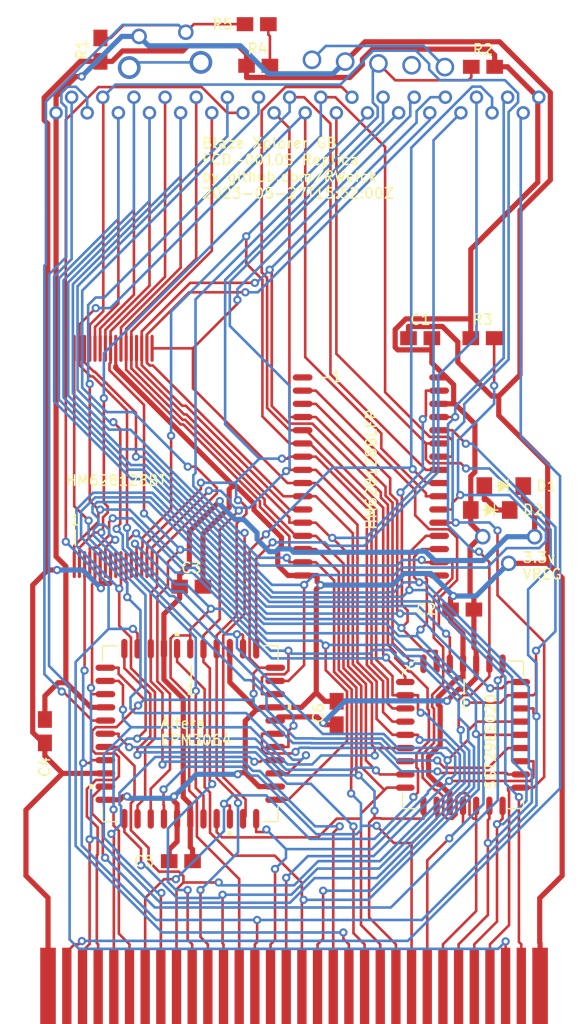
<source format=kicad_pcb>
(kicad_pcb (version 20221018) (generator pcbnew)
  (layers (0 "F.Cu" signal) (31 "B.Cu" signal) (34 "B.Paste" user) (35 "F.Paste" user) (36 "B.SilkS" user "B.Silkscreen") (37 "F.SilkS" user "F.Silkscreen") (38 "B.Mask" user) (39 "F.Mask" user) (44 "Edge.Cuts" user))
  (net 0 "")
  (net 1 "/GND")
  (net 2 "/Switch")
  (net 4 "unconnected-(S1A-Case_GND-Pad4)")
  (net 5 "/A16.Internal")
  (net 6 "/A15.Internal")
  (net 7 "/A12")
  (net 8 "/A7")
  (net 9 "/A6")
  (net 10 "/A5")
  (net 11 "/A4")
  (net 12 "/A3")
  (net 13 "/A2")
  (net 14 "/A1")
  (net 15 "/A0")
  (net 16 "/D0")
  (net 17 "/D1")
  (net 18 "/D2")
  (net 19 "/D3")
  (net 20 "/D4")
  (net 21 "/D5")
  (net 22 "/D6")
  (net 23 "/D7")
  (net 24 "/CE.SST")
  (net 25 "/A10")
  (net 26 "/Read")
  (net 27 "/A11")
  (net 28 "/A9")
  (net 29 "/A8")
  (net 30 "/A13.Internal")
  (net 31 "/A14.Internal")
  (net 32 "/A17.SST")
  (net 33 "/Write")
  (net 34 "/VCC")
  (net 35 "/D1.VCC")
  (net 36 "/Button")
  (net 37 "/SRAM.CS1")
  (net 38 "Net-(R4-Pad2)")
  (net 41 "/Clock")
  (net 42 "/CS.Sys")
  (net 43 "/A13.Sys")
  (net 44 "/A14.Sys")
  (net 45 "/A15.Sys")
  (net 46 "/Reset")
  (net 47 "/Audio")
  (net 48 "/A15.Game")
  (net 49 "/CS.Game")
  (net 50 "Net-(D1-K)")
  (net 51 "unconnected-(SW1-Pad3)")
  (footprint "Blaze Xplorer GB:HM628128BLFP Normal TSOP" (layer "F.Cu") (at 125.044 109.694)
    (fp_text reference "U4" hide)
    (fp_text value "~" hide)
  )
  (footprint "Blaze Xplorer GB:Diode" (layer "F.Cu") (at 162.669 112.544)
    (fp_text reference "D1")
    (fp_text value "DIODE" hide)
  )
  (footprint "MountingHole:MountingHole_2.5mm" (layer "F.Cu") (at 166.544 149.294)
    (fp_text reference "Hole4" hide)
    (fp_text value "MountingHole_2.5mm" hide)
  )
  (footprint "MountingHole:MountingHole_2.5mm" (layer "F.Cu") (at 167.794 71.544)
    (fp_text reference "Hole2" hide)
    (fp_text value "MountingHole_2.5mm" hide)
  )
  (footprint "Blaze Xplorer GB:SST 29EE020" (layer "F.Cu") (at 158.744 136.469)
    (fp_text reference "U2" hide)
    (fp_text value "SST29EE020" hide)
  )
  (footprint "MountingHole:MountingHole_2.5mm" (layer "F.Cu") (at 118.394 149.294)
    (fp_text reference "Hole3" hide)
    (fp_text value "MountingHole_2.5mm" hide)
  )
  (footprint "Blaze Xplorer GB:Button" (layer "F.Cu") (at 130.043 70.794)
    (fp_text reference "SW1" hide)
    (fp_text value "Push Button" hide)
  )
  (footprint "Blaze Xplorer GB:SMD Cap Res" (layer "F.Cu") (at 154.619 98.319)
    (fp_text reference "C1")
    (fp_text value "100 nF 0805" hide)
  )
  (footprint "Blaze Xplorer GB:SMD Cap Res" (layer "F.Cu") (at 158.669 124.419)
    (fp_text reference "C2")
    (fp_text value "215 nF 0805" hide)
  )
  (footprint "Blaze Xplorer GB:SMD Cap Res" (layer "F.Cu") (at 132.569 122.219)
    (fp_text reference "C3")
    (fp_text value "100 nF 0805" hide)
  )
  (footprint "Blaze Xplorer GB:SMD Cap Res" (layer "F.Cu") (at 118.469 136.119 90)
    (fp_text reference "C4")
    (fp_text value "100 nF 0805" hide)
  )
  (footprint "Blaze Xplorer GB:SMD Cap Res" (layer "F.Cu") (at 123.819 70.569 90)
    (fp_text reference "R1")
    (fp_text value "100k Ohm 0805" hide)
  )
  (footprint "Blaze Xplorer GB:Diode" (layer "F.Cu") (at 161.369 114.844)
    (fp_text reference "D2")
    (fp_text value "DIODE" hide)
  )
  (footprint "Blaze Xplorer GB:EPM3064ALC44-10N" (layer "F.Cu") (at 132.473 136.365)
    (fp_text reference "U1" hide)
    (fp_text value "EPM3064ALC44-10N" hide)
  )
  (footprint "Blaze Xplorer GB:Cartridge Connector" (layer "F.Cu") (at 143.544 75.894)
    (fp_text reference "J2" hide)
    (fp_text value "Game_Edge_Connector" hide)
  )
  (footprint "Blaze Xplorer GB:3.3 VREG" (layer "F.Cu") (at 163.144 119.974)
    (fp_text reference "U5" hide)
    (fp_text value "3.3 VREG Unused" hide)
  )
  (footprint "Blaze Xplorer GB:SMD Cap Res" (layer "F.Cu") (at 160.669 72.219)
    (fp_text reference "R2")
    (fp_text value "100k Ohm 0805" hide)
  )
  (footprint "Blaze Xplorer GB:HM628128BLFP-8" (layer "F.Cu") (at 149.869 111.619)
    (fp_text reference "U3" hide)
    (fp_text value "~" hide)
  )
  (footprint "Blaze Xplorer GB:SMD Cap Res" (layer "F.Cu") (at 146.569 134.369 90)
    (fp_text reference "C6")
    (fp_text value "100 nF 0805" hide)
  )
  (footprint "Blaze Xplorer GB:SMD Cap Res" (layer "F.Cu") (at 138.869 68.119)
    (fp_text reference "R5")
    (fp_text value "Unused 0805" hide)
  )
  (footprint "MountingHole:MountingHole_2.5mm" (layer "F.Cu") (at 117.694 71.344)
    (fp_text reference "Hole1" hide)
    (fp_text value "MountingHole_2.5mm" hide)
  )
  (footprint "Blaze Xplorer GB:Edge Connector" (layer "F.Cu") (at 140.949 160.619)
    (fp_text reference "J1" hide)
    (fp_text value "Cart_Edge_Connector" hide)
  )
  (footprint "Blaze Xplorer GB:SMD Cap Res" (layer "F.Cu") (at 131.569 148.619)
    (fp_text reference "C5")
    (fp_text value "100 nF 0805" hide)
  )
  (footprint "Blaze Xplorer GB:SMD Cap Res" (layer "F.Cu") (at 160.619 98.319)
    (fp_text reference "R3")
    (fp_text value "100k Ohm 0805" hide)
  )
  (footprint "Blaze Xplorer GB:Switch" (layer "F.Cu") (at 150.596 71.894)
    (fp_text reference "S1" hide)
    (fp_text value "Slide Switch" hide)
  )
  (footprint "Blaze Xplorer GB:SMD Cap Res" (layer "F.Cu") (at 139.019 72.119)
    (fp_text reference "R4")
    (fp_text value "Unused 0805" hide)
  )
  (gr_line (start 117.999 154.944) (end 117.999 164.294) (stroke (width 0.002)) (layer "Edge.Cuts"))
  (gr_line (start 164.694 105.894) (end 164.694 98.044) (stroke (width 0.002)) (layer "Edge.Cuts"))
  (gr_line (start 166.939 164.294) (end 166.939 154.944) (stroke (width 0.002)) (layer "Edge.Cuts"))
  (gr_line (start 114.144 95.044) (end 114.144 86.594) (stroke (width 0.002)) (layer "Edge.Cuts"))
  (gr_arc (start 167.794 86.594) (mid 166.71896 85.494) (end 167.794 84.394) (stroke (width 0.002)) (layer "Edge.Cuts"))
  (gr_line (start 168.794 105.894) (end 164.694 105.894) (stroke (width 0.002)) (layer "Edge.Cuts"))
  (gr_line (start 170.794 84.394) (end 167.794 84.394) (stroke (width 0.002)) (layer "Edge.Cuts"))
  (gr_line (start 117.999 164.294) (end 166.939 164.294) (stroke (width 0.002)) (layer "Edge.Cuts"))
  (gr_line (start 170.794 68.094) (end 166.794 68.095) (stroke (width 0.002)) (layer "Edge.Cuts"))
  (gr_line (start 170.794 86.594) (end 167.794 86.594) (stroke (width 0.002)) (layer "Edge.Cuts"))
  (gr_line (start 114.144 68.094) (end 118.144 68.095) (stroke (width 0.002)) (layer "Edge.Cuts"))
  (gr_line (start 117.144 84.394) (end 114.144 84.394) (stroke (width 0.002)) (layer "Edge.Cuts"))
  (gr_line (start 170.794 95.044) (end 170.794 86.594) (stroke (width 0.002)) (layer "Edge.Cuts"))
  (gr_line (start 170.794 84.394) (end 170.794 68.094) (stroke (width 0.002)) (layer "Edge.Cuts"))
  (gr_line (start 116.144 95.044) (end 114.144 95.044) (stroke (width 0.002)) (layer "Edge.Cuts"))
  (gr_arc (start 117.144 84.394) (mid 118.21904 85.494) (end 117.144 86.594) (stroke (width 0.002)) (layer "Edge.Cuts"))
  (gr_line (start 116.144 95.044) (end 116.144 154.944) (stroke (width 0.002)) (layer "Edge.Cuts"))
  (gr_arc (start 118.144 68.095001) (mid 142.468906 65.794523) (end 166.793816 68.094966) (stroke (width 0.002)) (layer "Edge.Cuts"))
  (gr_line (start 117.144 86.594) (end 114.144 86.594) (stroke (width 0.002)) (layer "Edge.Cuts"))
  (gr_line (start 117.999 154.944) (end 116.144 154.944) (stroke (width 0.002)) (layer "Edge.Cuts"))
  (gr_line (start 168.794 154.944) (end 166.939 154.944) (stroke (width 0.002)) (layer "Edge.Cuts"))
  (gr_line (start 168.794 154.944) (end 168.794 105.894) (stroke (width 0.002)) (layer "Edge.Cuts"))
  (gr_line (start 170.794 95.044) (end 168.794 95.044) (stroke (width 0.002)) (layer "Edge.Cuts"))
  (gr_line (start 114.144 84.394) (end 114.144 68.094) (stroke (width 0.002)) (layer "Edge.Cuts"))
  (gr_line (start 168.794 98.044) (end 164.694 98.044) (stroke (width 0.002)) (layer "Edge.Cuts"))
  (gr_line (start 168.794 98.044) (end 168.794 95.044) (stroke (width 0.002)) (layer "Edge.Cuts"))
  (gr_text "1\n|" (at 120.819 118.02) (layer "F.SilkS") (effects (font (size 1 1)) (justify left bottom)))
  (gr_text "3.3v\nVREG" (at 164.397 121.616) (layer "F.SilkS") (effects (font (size 1 1)) (justify left bottom)))
  (gr_text "Blaze Xplorer GB\nFCD-0010S Replica\nby github.com/RWeick\n2023-05-27T15:52:00Z" (at 133.503 84.973) (layer "F.SilkS") (effects (font (size 1 1)) (justify left bottom)))
  (gr_text "-1" (at 144.753 102.608) (layer "F.SilkS") (effects (font (size 1 1)) (justify left bottom)))
  (gr_text "HM628128BT" (at 120.411 112.596) (layer "F.SilkS") (effects (font (size 1 1)) (justify left bottom)))
  (gr_text "|\n1" (at 158.276 133.965) (layer "F.SilkS") (effects (font (size 1 1)) (justify left bottom)))
  (gr_text "HM628128BLFP" (at 150.487 116.835 90) (layer "F.SilkS") (effects (font (size 1 1)) (justify left bottom)))
  (gr_text "SST29EE020" (at 161.981 141.859 90) (layer "F.SilkS") (effects (font (size 1 1)) (justify left bottom)))
  (gr_text "|\n1" (at 131.991 132.685) (layer "F.SilkS") (effects (font (size 1 1)) (justify left bottom)))
  (gr_text "Altera\nEPM3064" (at 129.498 137.563) (layer "F.SilkS") (effects (font (size 1 1)) (justify left bottom)))
  (segment (start 138.6081 114.8316) (end 141.2509 117.4744) (width 0.5) (layer "F.Cu") (net 1))
  (segment (start 156.3544 133.5545) (end 156.5457 133.7458) (width 0.5) (layer "F.Cu") (net 1))
  (segment (start 166.8987 110.4676) (end 162.1885 105.7574) (width 0.5) (layer "F.Cu") (net 1))
  (segment (start 166.131 152.181874) (end 168.294 150.018874) (width 0.5) (layer "F.Cu") (net 1))
  (segment (start 136.2183 112.859) (end 136.2183 114.6093) (width 0.5) (layer "F.Cu") (net 1))
  (segment (start 144.6079 132.408) (end 144.6079 122.4707) (width 0.5) (layer "F.Cu") (net 1))
  (segment (start 144.6941 121.144) (end 144.6941 121.7417) (width 0.5) (layer "F.Cu") (net 1))
  (segment (start 156.3196 141.2215) (end 156.5193 141.2215) (width 0.5) (layer "F.Cu") (net 1))
  (segment (start 153.494 98.319) (end 153.494 97.1939) (width 0.5) (layer "F.Cu") (net 1))
  (segment (start 140.8991 118.6597) (end 140.8991 120.1492) (width 0.5) (layer "F.Cu") (net 1))
  (segment (start 168.294 121.3693) (end 166.8987 119.974) (width 0.5) (layer "F.Cu") (net 1))
  (segment (start 158.744 129.6315) (end 158.744 130.9816) (width 0.5) (layer "F.Cu") (net 1))
  (segment (start 166.131 156.4559) (end 166.131 152.181874) (width 0.5) (layer "F.Cu") (net 1))
  (segment (start 125.294 101.0443) (end 125.294 99.294) (width 0.2998) (layer "F.Cu") (net 1))
  (segment (start 136.5047 112.5726) (end 136.9367 112.5726) (width 0.5) (layer "F.Cu") (net 1))
  (segment (start 156.5193 141.2215) (end 157.2542 141.9564) (width 0.5) (layer "F.Cu") (net 1))
  (segment (start 166.8987 119.974) (end 163.144 119.974) (width 0.5) (layer "F.Cu") (net 1))
  (segment (start 122.8941 133.825) (end 120.5277 131.4586) (width 0.5) (layer "F.Cu") (net 1))
  (segment (start 125.294 101.0443) (end 125.294 101.1711) (width 0.5) (layer "F.Cu") (net 1))
  (segment (start 140.679 133.825) (end 142.0519 133.825) (width 0.5) (layer "F.Cu") (net 1))
  (segment (start 141.2509 118.3079) (end 140.8991 118.6597) (width 0.5) (layer "F.Cu") (net 1))
  (segment (start 121.4651 73.1515) (end 119.544 75.0726) (width 0.5) (layer "F.Cu") (net 1))
  (segment (start 139.0608 134.0159) (end 138.879 134.0159) (width 0.5) (layer "F.Cu") (net 1))
  (segment (start 139.0936 141.445) (end 137.7672 140.1186) (width 0.5) (layer "F.Cu") (net 1))
  (segment (start 157.6227 123.2939) (end 157.544 123.2939) (width 0.5) (layer "F.Cu") (net 1))
  (segment (start 130.444 147.4939) (end 131.203 146.7349) (width 0.5) (layer "F.Cu") (net 1))
  (segment (start 156.5457 133.7458) (end 156.5457 137.4541) (width 0.5) (layer "F.Cu") (net 1))
  (segment (start 137.1863 140.1186) (end 137.0429 140.262) (width 0.5) (layer "F.Cu") (net 1))
  (segment (start 136.2183 114.6093) (end 133.694 117.1336) (width 0.5) (layer "F.Cu") (net 1))
  (segment (start 143.294 121.144) (end 141.8939 121.144) (width 0.5) (layer "F.Cu") (net 1))
  (segment (start 167.1563 83.1033) (end 164.2338 86.0258) (width 0.5) (layer "F.Cu") (net 1))
  (segment (start 157.2542 141.9564) (end 157.474 141.9564) (width 0.5) (layer "F.Cu") (net 1))
  (segment (start 162.2729 69.8143) (end 167.1563 74.6977) (width 0.5) (layer "F.Cu") (net 1))
  (segment (start 136.9367 112.5726) (end 138.6081 114.244) (width 0.5) (layer "F.Cu") (net 1))
  (segment (start 139.2517 141.445) (end 139.0936 141.445) (width 0.5) (layer "F.Cu") (net 1))
  (segment (start 138.879 134.0159) (end 137.7672 135.1277) (width 0.5) (layer "F.Cu") (net 1))
  (segment (start 157.544 124.419) (end 157.544 123.2939) (width 0.5) (layer "F.Cu") (net 1))
  (segment (start 164.2338 101.8433) (end 162.1885 103.8886) (width 0.5) (layer "F.Cu") (net 1))
  (segment (start 140.679 133.825) (end 140.6518 133.825) (width 0.5) (layer "F.Cu") (net 1))
  (segment (start 140.6518 133.825) (end 139.2517 133.825) (width 0.5) (layer "F.Cu") (net 1))
  (segment (start 147.396 71.719) (end 149.3007 69.8143) (width 0.5) (layer "F.Cu") (net 1))
  (segment (start 136.283 131.4199) (end 136.283 128.1862) (width 0.5) (layer "F.Cu") (net 1))
  (segment (start 158.744 129.6315) (end 158.744 126.7441) (width 0.5) (layer "F.Cu") (net 1))
  (segment (start 158.744 126.7441) (end 157.544 125.5441) (width 0.5) (layer "F.Cu") (net 1))
  (segment (start 143.1909 133.825) (end 142.0519 133.825) (width 0.5) (layer "F.Cu") (net 1))
  (segment (start 162.1885 103.8886) (end 161.5117 103.8886) (width 0.5) (layer "F.Cu") (net 1))
  (segment (start 149.3007 69.8143) (end 162.2729 69.8143) (width 0.5) (layer "F.Cu") (net 1))
  (segment (start 118.469 134.994) (end 118.469 133.7439) (width 0.5) (layer "F.Cu") (net 1))
  (segment (start 138.6081 114.244) (end 138.6081 114.8316) (width 0.5) (layer "F.Cu") (net 1))
  (segment (start 131.203 144.5438) (end 131.203 143.1437) (width 0.5) (layer "F.Cu") (net 1))
  (segment (start 140.6518 141.445) (end 139.2517 141.445) (width 0.5) (layer "F.Cu") (net 1))
  (segment (start 126.0125 142.3968) (end 125.6943 142.715) (width 0.5) (layer "F.Cu") (net 1))
  (segment (start 137.7672 135.1277) (end 137.7672 140.1186) (width 0.5) (layer "F.Cu") (net 1))
  (segment (start 156.5457 137.4541) (end 155.4119 138.5879) (width 0.5) (layer "F.Cu") (net 1))
  (segment (start 131.203 143.1437) (end 130.9074 142.8481) (width 0.5) (layer "F.Cu") (net 1))
  (segment (start 131.203 146.7349) (end 131.203 145.9439) (width 0.5) (layer "F.Cu") (net 1))
  (segment (start 136.5047 112.5726) (end 136.2183 112.859) (width 0.5) (layer "F.Cu") (net 1))
  (segment (start 144.6941 121.7417) (end 145.0155 122.0631) (width 0.5) (layer "F.Cu") (net 1))
  (segment (start 143.294 121.144) (end 144.6941 121.144) (width 0.5) (layer "F.Cu") (net 1))
  (segment (start 124.2942 133.825) (end 122.8941 133.825) (width 0.5) (layer "F.Cu") (net 1))
  (segment (start 155.4119 138.5879) (end 155.4119 139.2921) (width 0.5) (layer "F.Cu") (net 1))
  (segment (start 158.2438 98.6812) (end 156.7565 97.1939) (width 0.5) (layer "F.Cu") (net 1))
  (segment (start 119.544 75.0726) (end 119.544 76.644) (width 0.5) (layer "F.Cu") (net 1))
  (segment (start 126.3788 142.3968) (end 126.0125 142.3968) (width 0.5) (layer "F.Cu") (net 1))
  (segment (start 120.4883 131.4586) (end 119.7387 131.4586) (width 0.5) (layer "F.Cu") (net 1))
  (segment (start 156.7565 97.1939) (end 153.494 97.1939) (width 0.5) (layer "F.Cu") (net 1))
  (segment (start 139.2517 133.825) (end 139.0608 134.0159) (width 0.5) (layer "F.Cu") (net 1))
  (segment (start 166.169 160.618) (end 166.169 156.4939) (width 0.5) (layer "F.Cu") (net 1))
  (segment (start 166.169 156.4939) (end 166.131 156.4559) (width 0.5) (layer "F.Cu") (net 1))
  (segment (start 140.8991 120.1492) (end 141.8939 121.144) (width 0.5) (layer "F.Cu") (net 1))
  (segment (start 124.2942 142.715) (end 125.6943 142.715) (width 0.5) (layer "F.Cu") (net 1))
  (segment (start 131.203 144.5438) (end 131.203 145.9439) (width 0.5) (layer "F.Cu") (net 1))
  (segment (start 125.294 101.1711) (end 136.5047 112.3818) (width 0.5) (layer "F.Cu") (net 1))
  (segment (start 138.879 134.0159) (end 136.283 131.4199) (width 0.5) (layer "F.Cu") (net 1))
  (segment (start 144.6079 122.4707) (end 145.0155 122.0631) (width 0.5) (layer "F.Cu") (net 1))
  (segment (start 130.9074 142.8481) (end 130.9074 142.3968) (width 0.5) (layer "F.Cu") (net 1))
  (segment (start 158.744 130.9816) (end 158.2231 130.9816) (width 0.5) (layer "F.Cu") (net 1))
  (segment (start 133.694 122.219) (end 133.694 121.0939) (width 0.5) (layer "F.Cu") (net 1))
  (segment (start 155.4321 139.3123) (end 155.4321 140.334) (width 0.5) (layer "F.Cu") (net 1))
  (segment (start 120.4883 131.4586) (end 120.4883 120.2647) (width 0.5) (layer "F.Cu") (net 1))
  (segment (start 161.5117 103.8886) (end 158.2438 100.6207) (width 0.5) (layer "F.Cu") (net 1))
  (segment (start 155.4321 140.334) (end 156.3196 141.2215) (width 0.5) (layer "F.Cu") (net 1))
  (segment (start 120.5277 131.4586) (end 120.4883 131.4586) (width 0.5) (layer "F.Cu") (net 1))
  (segment (start 122.0138 73.1515) (end 121.4651 73.1515) (width 0.5) (layer "F.Cu") (net 1))
  (segment (start 144.6079 132.408) (end 143.1909 133.825) (width 0.5) (layer "F.Cu") (net 1))
  (segment (start 137.7672 140.1186) (end 137.1863 140.1186) (width 0.5) (layer "F.Cu") (net 1))
  (segment (start 162.1885 105.7574) (end 162.1885 103.8886) (width 0.5) (layer "F.Cu") (net 1))
  (segment (start 158.2438 100.6207) (end 158.2438 98.6812) (width 0.5) (layer "F.Cu") (net 1))
  (segment (start 130.444 148.619) (end 130.444 147.4939) (width 0.5) (layer "F.Cu") (net 1))
  (segment (start 168.294 150.018874) (end 168.294 121.3693) (width 0.5) (layer "F.Cu") (net 1))
  (segment (start 119.7387 131.4586) (end 118.469 132.7283) (width 0.5) (layer "F.Cu") (net 1))
  (segment (start 145.4439 133.244) (end 144.6079 132.408) (width 0.5) (layer "F.Cu") (net 1))
  (segment (start 120.4883 120.2647) (end 119.544 119.3204) (width 0.5) (layer "F.Cu") (net 1))
  (segment (start 157.544 124.419) (end 157.544 125.5441) (width 0.5) (layer "F.Cu") (net 1))
  (segment (start 118.469 132.7283) (end 118.469 133.7439) (width 0.5) (layer "F.Cu") (net 1))
  (segment (start 156.3544 132.8503) (end 156.3544 133.5545) (width 0.5) (layer "F.Cu") (net 1))
  (segment (start 164.2338 86.0258) (end 164.2338 101.8433) (width 0.5) (layer "F.Cu") (net 1))
  (segment (start 166.8987 119.974) (end 166.8987 110.4676) (width 0.5) (layer "F.Cu") (net 1))
  (segment (start 157.474 143.3065) (end 157.474 141.9564) (width 0.5) (layer "F.Cu") (net 1))
  (segment (start 133.694 117.1336) (end 133.694 121.0939) (width 0.5) (layer "F.Cu") (net 1))
  (segment (start 157.8008 123.1158) (end 157.6227 123.2939) (width 0.5) (layer "F.Cu") (net 1))
  (segment (start 141.2509 117.4744) (end 141.2509 118.3079) (width 0.5) (layer "F.Cu") (net 1))
  (segment (start 119.544 119.3204) (end 119.544 76.644) (width 0.5) (layer "F.Cu") (net 1))
  (segment (start 146.569 133.244) (end 145.4439 133.244) (width 0.5) (layer "F.Cu") (net 1))
  (segment (start 158.2231 130.9816) (end 156.3544 132.8503) (width 0.5) (layer "F.Cu") (net 1))
  (segment (start 155.4119 139.2921) (end 155.4321 139.3123) (width 0.5) (layer "F.Cu") (net 1))
  (segment (start 167.1563 74.6977) (end 167.1563 83.1033) (width 0.5) (layer "F.Cu") (net 1))
  (segment (start 136.5047 112.3818) (end 136.5047 112.5726) (width 0.5) (layer "F.Cu") (net 1))
  (via (at 126.3788 142.3968) (size 0.8) (drill 0.4) (layers "F.Cu" "B.Cu") (net 1))
  (via (at 145.0155 122.0631) (size 0.8) (drill 0.4) (layers "F.Cu" "B.Cu") (net 1))
  (via (at 157.8008 123.1158) (size 0.8) (drill 0.4) (layers "F.Cu" "B.Cu") (net 1))
  (via (at 122.0138 73.1515) (size 0.8) (drill 0.4) (layers "F.Cu" "B.Cu") (net 1))
  (via (at 137.0429 140.262) (size 0.8) (drill 0.4) (layers "F.Cu" "B.Cu") (net 1))
  (via (at 130.9074 142.3968) (size 0.8) (drill 0.4) (layers "F.Cu" "B.Cu") (net 1))
  (segment (start 126.3788 142.3968) (end 126.5516 142.5696) (width 0.5) (layer "B.Cu") (net 1))
  (segment (start 127.543 69.294) (end 125.8713 69.294) (width 0.5) (layer "B.Cu") (net 1))
  (segment (start 137.3112 70.2009) (end 128.4499 70.2009) (width 0.5) (layer "B.Cu") (net 1))
  (segment (start 130.9074 142.3968) (end 133.0422 140.262) (width 0.5) (layer "B.Cu") (net 1))
  (segment (start 128.4499 70.2009) (end 127.543 69.294) (width 0.5) (layer "B.Cu") (net 1))
  (segment (start 151.9517 122.0631) (end 145.0155 122.0631) (width 0.5) (layer "B.Cu") (net 1))
  (segment (start 157.8008 123.1158) (end 155.6389 120.9539) (width 0.5) (layer "B.Cu") (net 1))
  (segment (start 147.396 71.719) (end 146.2208 72.8942) (width 0.5) (layer "B.Cu") (net 1))
  (segment (start 155.6389 120.9539) (end 153.0609 120.9539) (width 0.5) (layer "B.Cu") (net 1))
  (segment (start 163.144 119.974) (end 160.0022 123.1158) (width 0.5) (layer "B.Cu") (net 1))
  (segment (start 160.0022 123.1158) (end 157.8008 123.1158) (width 0.5) (layer "B.Cu") (net 1))
  (segment (start 126.5516 142.5696) (end 130.7346 142.5696) (width 0.5) (layer "B.Cu") (net 1))
  (segment (start 133.0422 140.262) (end 137.0429 140.262) (width 0.5) (layer "B.Cu") (net 1))
  (segment (start 153.0609 120.9539) (end 151.9517 122.0631) (width 0.5) (layer "B.Cu") (net 1))
  (segment (start 130.7346 142.5696) (end 130.9074 142.3968) (width 0.5) (layer "B.Cu") (net 1))
  (segment (start 125.8713 69.294) (end 122.0138 73.1515) (width 0.5) (layer "B.Cu") (net 1))
  (segment (start 140.0045 72.8942) (end 137.3112 70.2009) (width 0.5) (layer "B.Cu") (net 1))
  (segment (start 146.2208 72.8942) (end 140.0045 72.8942) (width 0.5) (layer "B.Cu") (net 1))
  (segment (start 159.544 72.219) (end 159.544 73.2191) (width 0.25) (layer "F.Cu") (net 2))
  (segment (start 150.596 71.894) (end 152.218 73.516) (width 0.25) (layer "F.Cu") (net 2))
  (segment (start 137.7987 144.2981) (end 137.553 144.5438) (width 0.25) (layer "F.Cu") (net 2))
  (segment (start 137.7056 124.8552) (end 135.6477 126.9131) (width 0.25) (layer "F.Cu") (net 2))
  (segment (start 135.6477 126.9131) (end 135.6477 140.5375) (width 0.25) (layer "F.Cu") (net 2))
  (segment (start 135.6477 140.5375) (end 137.7987 142.6885) (width 0.25) (layer "F.Cu") (net 2))
  (segment (start 137.7987 142.6885) (end 137.7987 144.2981) (width 0.25) (layer "F.Cu") (net 2))
  (segment (start 159.2471 73.516) (end 159.544 73.2191) (width 0.25) (layer "F.Cu") (net 2))
  (segment (start 137.7056 117.0432) (end 137.7056 124.8552) (width 0.25) (layer "F.Cu") (net 2))
  (segment (start 152.218 73.516) (end 159.2471 73.516) (width 0.25) (layer "F.Cu") (net 2))
  (via (at 137.7056 117.0432) (size 0.8) (drill 0.4) (layers "F.Cu" "B.Cu") (net 2))
  (segment (start 150.596 71.894) (end 150.0577 72.4323) (width 0.25) (layer "B.Cu") (net 2))
  (segment (start 150.0577 75.6577) (end 150.5268 76.1268) (width 0.25) (layer "B.Cu") (net 2))
  (segment (start 137.2676 117.0432) (end 137.7056 117.0432) (width 0.25) (layer "B.Cu") (net 2))
  (segment (start 132.9795 94.5877) (end 132.9795 111.2866) (width 0.25) (layer "B.Cu") (net 2))
  (segment (start 132.9795 111.2866) (end 132.7664 111.4997) (width 0.25) (layer "B.Cu") (net 2))
  (segment (start 150.5268 77.0404) (end 132.9795 94.5877) (width 0.25) (layer "B.Cu") (net 2))
  (segment (start 150.0577 72.4323) (end 150.0577 75.6577) (width 0.25) (layer "B.Cu") (net 2))
  (segment (start 132.7664 111.4997) (end 132.7664 112.542) (width 0.25) (layer "B.Cu") (net 2))
  (segment (start 150.5268 76.1268) (end 150.5268 77.0404) (width 0.25) (layer "B.Cu") (net 2))
  (segment (start 132.7664 112.542) (end 137.2676 117.0432) (width 0.25) (layer "B.Cu") (net 2))
  (segment (start 154.9658 70.2138) (end 145.5262 70.2138) (width 0.25) (layer "B.Cu") (net 4))
  (segment (start 156.996 72.244) (end 154.9658 70.2138) (width 0.25) (layer "B.Cu") (net 4))
  (segment (start 145.5262 70.2138) (end 144.196 71.544) (width 0.25) (layer "B.Cu") (net 4))
  (segment (start 155.4787 116.699) (end 157.3522 116.699) (width 0.25) (layer "F.Cu") (net 5))
  (segment (start 129.0706 136.7862) (end 129.0706 132.366) (width 0.25) (layer "F.Cu") (net 5))
  (segment (start 126.758 127.1163) (end 125.6308 125.9891) (width 0.25) (layer "F.Cu") (net 5))
  (segment (start 126.758 130.0534) (end 126.758 127.1163) (width 0.25) (layer "F.Cu") (net 5))
  (segment (start 127.393 143.2687) (end 128.1273 142.5344) (width 0.25) (layer "F.Cu") (net 5))
  (segment (start 143.294 103.364) (end 144.5691 103.364) (width 0.25) (layer "F.Cu") (net 5))
  (segment (start 157.3522 116.699) (end 158.175 117.5218) (width 0.25) (layer "F.Cu") (net 5))
  (segment (start 128.1273 137.7295) (end 129.0706 136.7862) (width 0.25) (layer "F.Cu") (net 5))
  (segment (start 144.5691 103.364) (end 154.1394 112.9343) (width 0.25) (layer "F.Cu") (net 5))
  (segment (start 127.393 144.5438) (end 127.393 143.2687) (width 0.25) (layer "F.Cu") (net 5))
  (segment (start 128.1273 142.5344) (end 128.1273 137.7295) (width 0.25) (layer "F.Cu") (net 5))
  (segment (start 156.4188 123.3399) (end 156.4188 126.0404) (width 0.25) (layer "F.Cu") (net 5))
  (segment (start 125.794 122.2443) (end 125.6308 122.4075) (width 0.25) (layer "F.Cu") (net 5))
  (segment (start 125.6308 125.9891) (end 125.6308 122.4075) (width 0.25) (layer "F.Cu") (net 5))
  (segment (start 158.175 117.5218) (end 158.175 121.5837) (width 0.25) (layer "F.Cu") (net 5))
  (segment (start 129.0706 132.366) (end 126.758 130.0534) (width 0.25) (layer "F.Cu") (net 5))
  (segment (start 154.1394 115.3597) (end 155.4787 116.699) (width 0.25) (layer "F.Cu") (net 5))
  (segment (start 125.794 120.094) (end 125.794 122.2443) (width 0.25) (layer "F.Cu") (net 5))
  (segment (start 154.1394 112.9343) (end 154.1394 115.3597) (width 0.25) (layer "F.Cu") (net 5))
  (segment (start 158.175 121.5837) (end 156.4188 123.3399) (width 0.25) (layer "F.Cu") (net 5))
  (segment (start 156.4188 126.0404) (end 157.1152 126.7368) (width 0.25) (layer "F.Cu") (net 5))
  (segment (start 157.474 129.6315) (end 157.474 127.0956) (width 0.25) (layer "F.Cu") (net 5))
  (segment (start 157.474 127.0956) (end 157.1152 126.7368) (width 0.25) (layer "F.Cu") (net 5))
  (via (at 125.6308 122.4075) (size 0.8) (drill 0.4) (layers "F.Cu" "B.Cu") (net 5))
  (via (at 157.1152 126.7368) (size 0.8) (drill 0.4) (layers "F.Cu" "B.Cu") (net 5))
  (segment (start 151.9421 124.1385) (end 139.793 124.1385) (width 0.25) (layer "B.Cu") (net 5))
  (segment (start 157.1152 126.7368) (end 154.4626 124.0842) (width 0.25) (layer "B.Cu") (net 5))
  (segment (start 123.1162 113.1826) (end 121.5059 114.7929) (width 0.25) (layer "B.Cu") (net 5))
  (segment (start 128.8371 113.1826) (end 123.1162 113.1826) (width 0.25) (layer "B.Cu") (net 5))
  (segment (start 139.793 124.1385) (end 128.8371 113.1826) (width 0.25) (layer "B.Cu") (net 5))
  (segment (start 121.5059 114.7929) (end 121.5059 118.2826) (width 0.25) (layer "B.Cu") (net 5))
  (segment (start 121.5059 118.2826) (end 125.6308 122.4075) (width 0.25) (layer "B.Cu") (net 5))
  (segment (start 151.9964 124.0842) (end 151.9421 124.1385) (width 0.25) (layer "B.Cu") (net 5))
  (segment (start 154.4626 124.0842) (end 151.9964 124.0842) (width 0.25) (layer "B.Cu") (net 5))
  (segment (start 133.743 143.2687) (end 133.743 142.3122) (width 0.25) (layer "F.Cu") (net 6))
  (segment (start 133.743 144.5438) (end 133.743 143.2687) (width 0.25) (layer "F.Cu") (net 6))
  (segment (start 133.0029 141.5721) (end 133.0029 132.2567) (width 0.25) (layer "F.Cu") (net 6))
  (segment (start 155.1689 103.364) (end 155.1689 105.8079) (width 0.25) (layer "F.Cu") (net 6))
  (segment (start 153.4059 125.6006) (end 153.4059 124.509) (width 0.25) (layer "F.Cu") (net 6))
  (segment (start 124.294 118.4689) (end 125.0477 117.7152) (width 0.25) (layer "F.Cu") (net 6))
  (segment (start 155.0291 128.4064) (end 152.8146 126.1919) (width 0.25) (layer "F.Cu") (net 6))
  (segment (start 124.294 120.094) (end 124.294 118.4689) (width 0.25) (layer "F.Cu") (net 6))
  (segment (start 152.8146 126.1919) (end 153.4059 125.6006) (width 0.25) (layer "F.Cu") (net 6))
  (segment (start 153.4059 124.509) (end 152.8559 123.959) (width 0.25) (layer "F.Cu") (net 6))
  (segment (start 156.444 103.364) (end 155.1689 103.364) (width 0.25) (layer "F.Cu") (net 6))
  (segment (start 133.743 142.3122) (end 133.0029 141.5721) (width 0.25) (layer "F.Cu") (net 6))
  (segment (start 156.204 129.6315) (end 156.204 128.4064) (width 0.25) (layer "F.Cu") (net 6))
  (segment (start 155.1689 105.8079) (end 154.8724 106.1044) (width 0.25) (layer "F.Cu") (net 6))
  (segment (start 152.8559 113.2853) (end 152.7206 113.15) (width 0.25) (layer "F.Cu") (net 6))
  (segment (start 125.0477 117.7152) (end 125.2431 117.7152) (width 0.25) (layer "F.Cu") (net 6))
  (segment (start 152.8559 123.959) (end 152.8559 113.2853) (width 0.25) (layer "F.Cu") (net 6))
  (segment (start 156.204 128.4064) (end 155.0291 128.4064) (width 0.25) (layer "F.Cu") (net 6))
  (via (at 133.0029 132.2567) (size 0.8) (drill 0.4) (layers "F.Cu" "B.Cu") (net 6))
  (via (at 152.7206 113.15) (size 0.8) (drill 0.4) (layers "F.Cu" "B.Cu") (net 6))
  (via (at 152.8146 126.1919) (size 0.8) (drill 0.4) (layers "F.Cu" "B.Cu") (net 6))
  (via (at 154.8724 106.1044) (size 0.8) (drill 0.4) (layers "F.Cu" "B.Cu") (net 6))
  (via (at 125.2431 117.7152) (size 0.8) (drill 0.4) (layers "F.Cu" "B.Cu") (net 6))
  (segment (start 123.1645 117.2985) (end 133.0029 127.1369) (width 0.25) (layer "B.Cu") (net 6))
  (segment (start 125.2431 117.7152) (end 124.6541 117.1262) (width 0.25) (layer "B.Cu") (net 6))
  (segment (start 124.1814 116.2636) (end 123.6183 116.2636) (width 0.25) (layer "B.Cu") (net 6))
  (segment (start 154.8724 110.9982) (end 152.7206 113.15) (width 0.25) (layer "B.Cu") (net 6))
  (segment (start 151.9596 125.3369) (end 152.8146 126.1919) (width 0.25) (layer "B.Cu") (net 6))
  (segment (start 124.6541 116.7363) (end 124.1814 116.2636) (width 0.25) (layer "B.Cu") (net 6))
  (segment (start 123.6183 116.2636) (end 123.1645 116.7174) (width 0.25) (layer "B.Cu") (net 6))
  (segment (start 123.0521 115.0962) (end 123.0521 114.52) (width 0.25) (layer "B.Cu") (net 6))
  (segment (start 123.0521 114.52) (end 123.4893 114.0828) (width 0.25) (layer "B.Cu") (net 6))
  (segment (start 128.4642 114.0828) (end 139.7183 125.3369) (width 0.25) (layer "B.Cu") (net 6))
  (segment (start 123.6183 116.2636) (end 123.6183 115.6624) (width 0.25) (layer "B.Cu") (net 6))
  (segment (start 123.6183 115.6624) (end 123.0521 115.0962) (width 0.25) (layer "B.Cu") (net 6))
  (segment (start 123.1645 116.7174) (end 123.1645 117.2985) (width 0.25) (layer "B.Cu") (net 6))
  (segment (start 123.4893 114.0828) (end 128.4642 114.0828) (width 0.25) (layer "B.Cu") (net 6))
  (segment (start 133.0029 127.1369) (end 133.0029 132.2567) (width 0.25) (layer "B.Cu") (net 6))
  (segment (start 154.8724 106.1044) (end 154.8724 110.9982) (width 0.25) (layer "B.Cu") (net 6))
  (segment (start 139.7183 125.3369) (end 151.9596 125.3369) (width 0.25) (layer "B.Cu") (net 6))
  (segment (start 124.6541 117.1262) (end 124.6541 116.7363) (width 0.25) (layer "B.Cu") (net 6))
  (segment (start 139.6917 130.65) (end 139.3767 130.965) (width 0.25) (layer "F.Cu") (net 7))
  (segment (start 141.927 130.2768) (end 141.5538 130.65) (width 0.25) (layer "F.Cu") (net 7))
  (segment (start 145.2696 156.0828) (end 145.2696 151.4596) (width 0.25) (layer "F.Cu") (net 7))
  (segment (start 140.544 76.644) (end 142.0189 78.1189) (width 0.25) (layer "F.Cu") (net 7))
  (segment (start 127.1183 117.0907) (end 126.4184 117.7906) (width 0.25) (layer "F.Cu") (net 7))
  (segment (start 151.9556 114.1455) (end 151.2804 113.4703) (width 0.25) (layer "F.Cu") (net 7))
  (segment (start 141.927 128.3781) (end 141.927 130.2768) (width 0.25) (layer "F.Cu") (net 7))
  (segment (start 126.794 118.7668) (end 126.794 120.094) (width 0.25) (layer "F.Cu") (net 7))
  (segment (start 140.6518 132.555) (end 139.3767 132.555) (width 0.25) (layer "F.Cu") (net 7))
  (segment (start 153.765 129.6136) (end 153.765 129.4412) (width 0.25) (layer "F.Cu") (net 7))
  (segment (start 151.2804 113.4703) (end 151.2804 112.6153) (width 0.25) (layer "F.Cu") (net 7))
  (segment (start 143.294 105.904) (end 142.0189 105.904) (width 0.25) (layer "F.Cu") (net 7))
  (segment (start 127.2541 117.0907) (end 127.1183 117.0907) (width 0.25) (layer "F.Cu") (net 7))
  (segment (start 144.7335 160.619) (end 144.7335 156.6189) (width 0.25) (layer "F.Cu") (net 7))
  (segment (start 151.9556 127.6318) (end 151.9556 114.1455) (width 0.25) (layer "F.Cu") (net 7))
  (segment (start 151.2804 112.6153) (end 144.5691 105.904) (width 0.25) (layer "F.Cu") (net 7))
  (segment (start 154.934 129.6315) (end 154.9161 129.6136) (width 0.25) (layer "F.Cu") (net 7))
  (segment (start 141.5538 130.65) (end 139.6917 130.65) (width 0.25) (layer "F.Cu") (net 7))
  (segment (start 139.3767 130.965) (end 139.3767 132.555) (width 0.25) (layer "F.Cu") (net 7))
  (segment (start 126.4184 117.7906) (end 126.4184 118.3912) (width 0.25) (layer "F.Cu") (net 7))
  (segment (start 142.0189 78.1189) (end 142.0189 105.904) (width 0.25) (layer "F.Cu") (net 7))
  (segment (start 154.9161 129.6136) (end 153.765 129.6136) (width 0.25) (layer "F.Cu") (net 7))
  (segment (start 144.7335 156.6189) (end 145.2696 156.0828) (width 0.25) (layer "F.Cu") (net 7))
  (segment (start 126.4184 118.3912) (end 126.794 118.7668) (width 0.25) (layer "F.Cu") (net 7))
  (segment (start 143.294 105.904) (end 144.5691 105.904) (width 0.25) (layer "F.Cu") (net 7))
  (segment (start 153.765 129.4412) (end 151.9556 127.6318) (width 0.25) (layer "F.Cu") (net 7))
  (via (at 127.2541 117.0907) (size 0.8) (drill 0.4) (layers "F.Cu" "B.Cu") (net 7))
  (via (at 153.765 129.6136) (size 0.8) (drill 0.4) (layers "F.Cu" "B.Cu") (net 7))
  (via (at 141.927 128.3781) (size 0.8) (drill 0.4) (layers "F.Cu" "B.Cu") (net 7))
  (via (at 145.2696 151.4596) (size 0.8) (drill 0.4) (layers "F.Cu" "B.Cu") (net 7))
  (segment (start 127.2541 117.0907) (end 131.0313 120.8679) (width 0.25) (layer "B.Cu") (net 7))
  (segment (start 159.2484 137.0843) (end 159.2484 135.7031) (width 0.25) (layer "B.Cu") (net 7))
  (segment (start 132.7029 120.8679) (end 140.2131 128.3781) (width 0.25) (layer "B.Cu") (net 7))
  (segment (start 149.8712 151.4596) (end 159.8034 141.5274) (width 0.25) (layer "B.Cu") (net 7))
  (segment (start 159.8034 137.6393) (end 159.2484 137.0843) (width 0.25) (layer "B.Cu") (net 7))
  (segment (start 151.7278 128.3042) (end 153.0372 129.6136) (width 0.25) (layer "B.Cu") (net 7))
  (segment (start 153.0372 129.6136) (end 153.765 129.6136) (width 0.25) (layer "B.Cu") (net 7))
  (segment (start 131.0313 120.8679) (end 132.7029 120.8679) (width 0.25) (layer "B.Cu") (net 7))
  (segment (start 150.1084 128.3042) (end 151.7278 128.3042) (width 0.25) (layer "B.Cu") (net 7))
  (segment (start 158.3241 133.2963) (end 154.6414 129.6136) (width 0.25) (layer "B.Cu") (net 7))
  (segment (start 141.927 128.3781) (end 142.2127 128.6638) (width 0.25) (layer "B.Cu") (net 7))
  (segment (start 154.6414 129.6136) (end 153.765 129.6136) (width 0.25) (layer "B.Cu") (net 7))
  (segment (start 140.2131 128.3781) (end 141.927 128.3781) (width 0.25) (layer "B.Cu") (net 7))
  (segment (start 142.2127 128.6638) (end 149.7488 128.6638) (width 0.25) (layer "B.Cu") (net 7))
  (segment (start 159.2484 135.7031) (end 158.3241 134.7788) (width 0.25) (layer "B.Cu") (net 7))
  (segment (start 159.8034 141.5274) (end 159.8034 137.6393) (width 0.25) (layer "B.Cu") (net 7))
  (segment (start 158.3241 134.7788) (end 158.3241 133.2963) (width 0.25) (layer "B.Cu") (net 7))
  (segment (start 149.7488 128.6638) (end 150.1084 128.3042) (width 0.25) (layer "B.Cu") (net 7))
  (segment (start 145.2696 151.4596) (end 149.8712 151.4596) (width 0.25) (layer "B.Cu") (net 7))
  (segment (start 127.294 118.2414) (end 127.1435 118.0909) (width 0.25) (layer "F.Cu") (net 8))
  (segment (start 133.1081 146.2591) (end 133.1081 142.5674) (width 0.25) (layer "F.Cu") (net 8))
  (segment (start 137.1851 156.6189) (end 137.1851 150.3361) (width 0.25) (layer "F.Cu") (net 8))
  (segment (start 127.294 120.094) (end 127.294 118.2414) (width 0.25) (layer "F.Cu") (net 8))
  (segment (start 137.1851 160.619) (end 137.1851 156.6189) (width 0.25) (layer "F.Cu") (net 8))
  (segment (start 137.1851 150.3361) (end 133.1081 146.2591) (width 0.25) (layer "F.Cu") (net 8))
  (segment (start 139.8707 105.0295) (end 139.8707 92.5103) (width 0.25) (layer "F.Cu") (net 8))
  (segment (start 132.473 126.3295) (end 134.458 124.3445) (width 0.25) (layer "F.Cu") (net 8))
  (segment (start 147.0627 74.1627) (end 148.044 75.144) (width 0.25) (layer "F.Cu") (net 8))
  (segment (start 151.0554 114.6227) (end 143.6067 107.174) (width 0.25) (layer "F.Cu") (net 8))
  (segment (start 139.3496 76.4403) (end 141.6272 74.1627) (width 0.25) (layer "F.Cu") (net 8))
  (segment (start 153.1815 130.89) (end 151.3287 129.0372) (width 0.25) (layer "F.Cu") (net 8))
  (segment (start 130.5778 127.2047) (end 130.8714 126.9111) (width 0.25) (layer "F.Cu") (net 8))
  (segment (start 139.8707 92.5103) (end 139.3496 91.9892) (width 0.25) (layer "F.Cu") (net 8))
  (segment (start 151.0554 128.7639) (end 151.0554 114.6227) (width 0.25) (layer "F.Cu") (net 8))
  (segment (start 130.5778 130.9732) (end 130.5778 127.2047) (width 0.25) (layer "F.Cu") (net 8))
  (segment (start 141.6272 74.1627) (end 147.0627 74.1627) (width 0.25) (layer "F.Cu") (net 8))
  (segment (start 143.294 107.174) (end 142.0152 107.174) (width 0.25) (layer "F.Cu") (net 8))
  (segment (start 132.473 126.9111) (end 132.473 126.3295) (width 0.25) (layer "F.Cu") (net 8))
  (segment (start 132.473 128.1862) (end 132.473 126.9111) (width 0.25) (layer "F.Cu") (net 8))
  (segment (start 139.3496 91.9892) (end 139.3496 76.4403) (width 0.25) (layer "F.Cu") (net 8))
  (segment (start 153.1815 131.389) (end 153.1815 130.89) (width 0.25) (layer "F.Cu") (net 8))
  (segment (start 130.8714 126.9111) (end 132.473 126.9111) (width 0.25) (layer "F.Cu") (net 8))
  (segment (start 132.3682 141.8275) (end 132.3682 132.7636) (width 0.25) (layer "F.Cu") (net 8))
  (segment (start 132.3682 132.7636) (end 130.5778 130.9732) (width 0.25) (layer "F.Cu") (net 8))
  (segment (start 151.3287 129.0372) (end 151.0554 128.7639) (width 0.25) (layer "F.Cu") (net 8))
  (segment (start 133.1081 142.5674) (end 132.3682 141.8275) (width 0.25) (layer "F.Cu") (net 8))
  (segment (start 142.0152 107.174) (end 139.8707 105.0295) (width 0.25) (layer "F.Cu") (net 8))
  (segment (start 143.6067 107.174) (end 143.294 107.174) (width 0.25) (layer "F.Cu") (net 8))
  (via (at 151.3287 129.0372) (size 0.8) (drill 0.4) (layers "F.Cu" "B.Cu") (net 8))
  (via (at 134.458 124.3445) (size 0.8) (drill 0.4) (layers "F.Cu" "B.Cu") (net 8))
  (via (at 127.1435 118.0909) (size 0.8) (drill 0.4) (layers "F.Cu" "B.Cu") (net 8))
  (segment (start 140.3123 129.1139) (end 151.252 129.1139) (width 0.25) (layer "B.Cu") (net 8))
  (segment (start 135.5429 124.3445) (end 140.3123 129.1139) (width 0.25) (layer "B.Cu") (net 8))
  (segment (start 132.1066 121.9931) (end 131.0457 121.9931) (width 0.25) (layer "B.Cu") (net 8))
  (segment (start 134.458 124.3445) (end 132.1066 121.9931) (width 0.25) (layer "B.Cu") (net 8))
  (segment (start 134.458 124.3445) (end 135.5429 124.3445) (width 0.25) (layer "B.Cu") (net 8))
  (segment (start 131.0457 121.9931) (end 127.1435 118.0909) (width 0.25) (layer "B.Cu") (net 8))
  (segment (start 151.252 129.1139) (end 151.3287 129.0372) (width 0.25) (layer "B.Cu") (net 8))
  (segment (start 127.8687 117.5244) (end 127.8687 118.3942) (width 0.25) (layer "F.Cu") (net 9))
  (segment (start 142.0189 108.444) (end 139.4206 105.8457) (width 0.25) (layer "F.Cu") (net 9))
  (segment (start 153.2337 132.659) (end 154.4066 132.659) (width 0.25) (layer "F.Cu") (net 9))
  (segment (start 153.2337 132.659) (end 153.1815 132.659) (width 0.25) (layer "F.Cu") (net 9))
  (segment (start 143.294 108.444) (end 142.0189 108.444) (width 0.25) (layer "F.Cu") (net 9))
  (segment (start 151.9564 132.659) (end 151.9564 130.8235) (width 0.25) (layer "F.Cu") (net 9))
  (segment (start 154.4066 132.659) (end 154.4066 134.0823) (width 0.25) (layer "F.Cu") (net 9))
  (segment (start 127.7292 149.019) (end 127.7292 147.4251) (width 0.25) (layer "F.Cu") (net 9))
  (segment (start 143.9887 108.444) (end 143.294 108.444) (width 0.25) (layer "F.Cu") (net 9))
  (segment (start 137.8651 91.1414) (end 137.8651 88.5239) (width 0.25) (layer "F.Cu") (net 9))
  (segment (start 127.7292 147.4251) (end 126.123 145.8189) (width 0.25) (layer "F.Cu") (net 9))
  (segment (start 135.5822 156.5256) (end 135.5822 151.845) (width 0.25) (layer "F.Cu") (net 9))
  (segment (start 150.3803 114.8356) (end 143.9887 108.444) (width 0.25) (layer "F.Cu") (net 9))
  (segment (start 153.1815 132.659) (end 151.9564 132.659) (width 0.25) (layer "F.Cu") (net 9))
  (segment (start 135.6755 156.6189) (end 135.5822 156.5256) (width 0.25) (layer "F.Cu") (net 9))
  (segment (start 135.6755 160.619) (end 135.6755 156.6189) (width 0.25) (layer "F.Cu") (net 9))
  (segment (start 154.4066 134.0823) (end 154.6684 134.3441) (width 0.25) (layer "F.Cu") (net 9))
  (segment (start 130.6246 107.7042) (end 130.6246 114.7685) (width 0.25) (layer "F.Cu") (net 9))
  (segment (start 150.3803 129.2474) (end 150.3803 114.8356) (width 0.25) (layer "F.Cu") (net 9))
  (segment (start 126.123 144.5438) (end 126.123 145.8189) (width 0.25) (layer "F.Cu") (net 9))
  (segment (start 139.4206 105.8457) (end 139.4206 92.6969) (width 0.25) (layer "F.Cu") (net 9))
  (segment (start 151.9564 130.8235) (end 150.3803 129.2474) (width 0.25) (layer "F.Cu") (net 9))
  (segment (start 139.4206 92.6969) (end 137.8651 91.1414) (width 0.25) (layer "F.Cu") (net 9))
  (segment (start 127.794 120.094) (end 127.794 118.4689) (width 0.25) (layer "F.Cu") (net 9))
  (segment (start 127.8687 118.3942) (end 127.794 118.4689) (width 0.25) (layer "F.Cu") (net 9))
  (segment (start 130.6246 114.7685) (end 127.8687 117.5244) (width 0.25) (layer "F.Cu") (net 9))
  (via (at 130.6246 107.7042) (size 0.8) (drill 0.4) (layers "F.Cu" "B.Cu") (net 9))
  (via (at 137.8651 88.5239) (size 0.8) (drill 0.4) (layers "F.Cu" "B.Cu") (net 9))
  (via (at 154.6684 134.3441) (size 0.8) (drill 0.4) (layers "F.Cu" "B.Cu") (net 9))
  (via (at 135.5822 151.845) (size 0.8) (drill 0.4) (layers "F.Cu" "B.Cu") (net 9))
  (via (at 127.7292 149.019) (size 0.8) (drill 0.4) (layers "F.Cu" "B.Cu") (net 9))
  (segment (start 144.7246 149.3318) (end 142.2114 151.845) (width 0.25) (layer "B.Cu") (net 9))
  (segment (start 155.063 134.3441) (end 158.8876 138.1687) (width 0.25) (layer "B.Cu") (net 9))
  (segment (start 128.0625 149.019) (end 127.7292 149.019) (width 0.25) (layer "B.Cu") (net 9))
  (segment (start 150.6557 149.3318) (end 144.7246 149.3318) (width 0.25) (layer "B.Cu") (net 9))
  (segment (start 158.8876 138.1687) (end 158.8876 141.0999) (width 0.25) (layer "B.Cu") (net 9))
  (segment (start 130.6246 95.7644) (end 130.6246 107.7042) (width 0.25) (layer "B.Cu") (net 9))
  (segment (start 131.202 152.1585) (end 128.0625 149.019) (width 0.25) (layer "B.Cu") (net 9))
  (segment (start 142.2114 151.845) (end 135.5822 151.845) (width 0.25) (layer "B.Cu") (net 9))
  (segment (start 135.2687 152.1585) (end 131.202 152.1585) (width 0.25) (layer "B.Cu") (net 9))
  (segment (start 154.6684 134.3441) (end 155.063 134.3441) (width 0.25) (layer "B.Cu") (net 9))
  (segment (start 149.544 76.845) (end 137.8651 88.5239) (width 0.25) (layer "B.Cu") (net 9))
  (segment (start 158.8876 141.0999) (end 150.6557 149.3318) (width 0.25) (layer "B.Cu") (net 9))
  (segment (start 137.8651 88.5239) (end 130.6246 95.7644) (width 0.25) (layer "B.Cu") (net 9))
  (segment (start 135.5822 151.845) (end 135.2687 152.1585) (width 0.25) (layer "B.Cu") (net 9))
  (segment (start 149.544 76.644) (end 149.544 76.845) (width 0.25) (layer "B.Cu") (net 9))
  (segment (start 143.294 109.714) (end 142.0189 109.714) (width 0.25) (layer "F.Cu") (net 10))
  (segment (start 143.294 109.714) (end 144.5691 109.714) (width 0.25) (layer "F.Cu") (net 10))
  (segment (start 137.8785 115.2083) (end 137.8785 114.571) (width 0.25) (layer "F.Cu") (net 10))
  (segment (start 137.0736 142.6716) (end 137.0736 143.0218) (width 0.25) (layer "F.Cu") (net 10))
  (segment (start 133.495 112.2227) (end 133.495 112.833) (width 0.25) (layer "F.Cu") (net 10))
  (segment (start 128.3439 117.9841) (end 128.3439 118.5557) (width 0.25) (layer "F.Cu") (net 10))
  (segment (start 136.9416 124.9825) (end 136.9416 116.1452) (width 0.25) (layer "F.Cu") (net 10))
  (segment (start 151.4956 131.1326) (end 151.4956 133.4682) (width 0.25) (layer "F.Cu") (net 10))
  (segment (start 153.1815 133.929) (end 151.9564 133.929) (width 0.25) (layer "F.Cu") (net 10))
  (segment (start 136.9416 116.1452) (end 137.8785 115.2083) (width 0.25) (layer "F.Cu") (net 10))
  (segment (start 149.9301 129.5671) (end 151.4956 131.1326) (width 0.25) (layer "F.Cu") (net 10))
  (segment (start 133.456 155.9091) (end 133.456 151.3949) (width 0.25) (layer "F.Cu") (net 10))
  (segment (start 135.013 126.9111) (end 136.9416 124.9825) (width 0.25) (layer "F.Cu") (net 10))
  (segment (start 134.1658 160.619) (end 134.1658 156.6189) (width 0.25) (layer "F.Cu") (net 10))
  (segment (start 151.4956 133.4682) (end 151.9564 133.929) (width 0.25) (layer "F.Cu") (net 10))
  (segment (start 149.9301 115.075) (end 149.9301 129.5671) (width 0.25) (layer "F.Cu") (net 10))
  (segment (start 134.1658 156.6189) (end 133.456 155.9091) (width 0.25) (layer "F.Cu") (net 10))
  (segment (start 128.3439 118.5557) (end 128.294 118.6056) (width 0.25) (layer "F.Cu") (net 10))
  (segment (start 133.495 112.833) (end 128.3439 117.9841) (width 0.25) (layer "F.Cu") (net 10))
  (segment (start 144.5691 109.714) (end 149.9301 115.075) (width 0.25) (layer "F.Cu") (net 10))
  (segment (start 141.3026 109.9064) (end 141.3026 109.9065) (width 0.25) (layer "F.Cu") (net 10))
  (segment (start 128.294 118.6056) (end 128.294 120.094) (width 0.25) (layer "F.Cu") (net 10))
  (segment (start 141.8265 109.9064) (end 141.3026 109.9064) (width 0.25) (layer "F.Cu") (net 10))
  (segment (start 135.013 128.1862) (end 135.013 129.4613) (width 0.25) (layer "F.Cu") (net 10))
  (segment (start 137.214 113.9065) (end 137.0684 113.9065) (width 0.25) (layer "F.Cu") (net 10))
  (segment (start 135.013 140.611) (end 137.0736 142.6716) (width 0.25) (layer "F.Cu") (net 10))
  (segment (start 137.8785 114.571) (end 137.214 113.9065) (width 0.25) (layer "F.Cu") (net 10))
  (segment (start 135.013 129.4613) (end 135.013 140.611) (width 0.25) (layer "F.Cu") (net 10))
  (segment (start 135.013 128.1862) (end 135.013 126.9111) (width 0.25) (layer "F.Cu") (net 10))
  (segment (start 142.0189 109.714) (end 141.8265 109.9064) (width 0.25) (layer "F.Cu") (net 10))
  (via (at 141.3026 109.9065) (size 0.8) (drill 0.4) (layers "F.Cu" "B.Cu") (net 10))
  (via (at 133.495 112.2227) (size 0.8) (drill 0.4) (layers "F.Cu" "B.Cu") (net 10))
  (via (at 133.456 151.3949) (size 0.8) (drill 0.4) (layers "F.Cu" "B.Cu") (net 10))
  (via (at 137.0684 113.9065) (size 0.8) (drill 0.4) (layers "F.Cu" "B.Cu") (net 10))
  (via (at 137.0736 143.0218) (size 0.8) (drill 0.4) (layers "F.Cu" "B.Cu") (net 10))
  (segment (start 136.8914 112.1408) (end 136.8914 112.2227) (width 0.25) (layer "B.Cu") (net 10))
  (segment (start 135.8303 92.721) (end 151.044 77.5073) (width 0.25) (layer "B.Cu") (net 10))
  (segment (start 139.1257 109.9065) (end 136.8914 112.1408) (width 0.25) (layer "B.Cu") (net 10))
  (segment (start 151.044 77.5073) (end 151.044 75.144) (width 0.25) (layer "B.Cu") (net 10))
  (segment (start 139.1257 109.9065) (end 141.3026 109.9065) (width 0.25) (layer "B.Cu") (net 10))
  (segment (start 136.8914 113.7295) (end 137.0684 113.9065) (width 0.25) (layer "B.Cu") (net 10))
  (segment (start 136.8914 112.2227) (end 133.495 112.2227) (width 0.25) (layer "B.Cu") (net 10))
  (segment (start 137.0735 143.0218) (end 137.0735 147.7774) (width 0.25) (layer "B.Cu") (net 10))
  (segment (start 137.0735 147.7774) (end 133.456 151.3949) (width 0.25) (layer "B.Cu") (net 10))
  (segment (start 135.8303 106.6111) (end 135.8303 92.721) (width 0.25) (layer "B.Cu") (net 10))
  (segment (start 137.0736 143.0218) (end 137.0735 143.0218) (width 0.25) (layer "B.Cu") (net 10))
  (segment (start 136.8914 112.2227) (end 136.8914 113.7295) (width 0.25) (layer "B.Cu") (net 10))
  (segment (start 139.1257 109.9065) (end 135.8303 106.6111) (width 0.25) (layer "B.Cu") (net 10))
  (segment (start 141.9021 111.1008) (end 142.0189 110.984) (width 0.25) (layer "F.Cu") (net 11))
  (segment (start 143.2669 110.984) (end 142.0189 110.984) (width 0.25) (layer "F.Cu") (net 11))
  (segment (start 134.2571 113.0058) (end 134.2571 112.9919) (width 0.25) (layer "F.Cu") (net 11))
  (segment (start 151.0454 131.319) (end 151.0454 134.288) (width 0.25) (layer "F.Cu") (net 11))
  (segment (start 133.743 128.2133) (end 133.743 129.4613) (width 0.25) (layer "F.Cu") (net 11))
  (segment (start 128.794 118.4689) (end 134.2571 113.0058) (width 0.25) (layer "F.Cu") (net 11))
  (segment (start 132.6561 156.6189) (end 132.2186 156.1814) (width 0.25) (layer "F.Cu") (net 11))
  (segment (start 143.294 110.984) (end 144.5691 110.984) (width 0.25) (layer "F.Cu") (net 11))
  (segment (start 133.743 129.4613) (end 134.3533 130.0716) (width 0.25) (layer "F.Cu") (net 11))
  (segment (start 133.743 128.2133) (end 133.743 128.1862) (width 0.25) (layer "F.Cu") (net 11))
  (segment (start 153.1815 135.199) (end 151.9564 135.199) (width 0.25) (layer "F.Cu") (net 11))
  (segment (start 135.3074 125.3467) (end 135.3074 116.746) (width 0.25) (layer "F.Cu") (net 11))
  (segment (start 143.2669 110.984) (end 143.294 110.984) (width 0.25) (layer "F.Cu") (net 11))
  (segment (start 149.48 115.8949) (end 149.48 129.7536) (width 0.25) (layer "F.Cu") (net 11))
  (segment (start 132.6561 160.619) (end 132.6561 156.6189) (width 0.25) (layer "F.Cu") (net 11))
  (segment (start 133.743 128.1862) (end 133.743 126.9111) (width 0.25) (layer "F.Cu") (net 11))
  (segment (start 151.0454 134.288) (end 151.9564 135.199) (width 0.25) (layer "F.Cu") (net 11))
  (segment (start 141.7093 111.1008) (end 141.9021 111.1008) (width 0.25) (layer "F.Cu") (net 11))
  (segment (start 134.3533 140.977) (end 134.583 141.2067) (width 0.25) (layer "F.Cu") (net 11))
  (segment (start 128.794 120.094) (end 128.794 118.4689) (width 0.25) (layer "F.Cu") (net 11))
  (segment (start 144.5691 110.984) (end 149.48 115.8949) (width 0.25) (layer "F.Cu") (net 11))
  (segment (start 134.3533 130.0716) (end 134.3533 140.977) (width 0.25) (layer "F.Cu") (net 11))
  (segment (start 149.48 129.7536) (end 151.0454 131.319) (width 0.25) (layer "F.Cu") (net 11))
  (segment (start 133.743 126.9111) (end 135.3074 125.3467) (width 0.25) (layer "F.Cu") (net 11))
  (segment (start 132.2186 156.1814) (end 132.2186 151.3949) (width 0.25) (layer "F.Cu") (net 11))
  (segment (start 135.3074 116.746) (end 137.1467 114.9067) (width 0.25) (layer "F.Cu") (net 11))
  (via (at 141.7093 111.1008) (size 0.8) (drill 0.4) (layers "F.Cu" "B.Cu") (net 11))
  (via (at 132.2186 151.3949) (size 0.8) (drill 0.4) (layers "F.Cu" "B.Cu") (net 11))
  (via (at 137.1467 114.9067) (size 0.8) (drill 0.4) (layers "F.Cu" "B.Cu") (net 11))
  (via (at 134.583 141.2067) (size 0.8) (drill 0.4) (layers "F.Cu" "B.Cu") (net 11))
  (via (at 134.2571 112.9919) (size 0.8) (drill 0.4) (layers "F.Cu" "B.Cu") (net 11))
  (segment (start 135.4111 112.9919) (end 136.3433 113.9241) (width 0.25) (layer "B.Cu") (net 11))
  (segment (start 136.2805 92.9075) (end 152.544 76.644) (width 0.25) (layer "B.Cu") (net 11))
  (segment (start 137.1467 114.6316) (end 138.1785 114.6316) (width 0.25) (layer "B.Cu") (net 11))
  (segment (start 130.3184 150.613) (end 130.3184 145.4713) (width 0.25) (layer "B.Cu") (net 11))
  (segment (start 142.0389 110.7712) (end 142.0389 102.8962) (width 0.25) (layer "B.Cu") (net 11))
  (segment (start 131.1003 151.3949) (end 130.3184 150.613) (width 0.25) (layer "B.Cu") (net 11))
  (segment (start 136.3433 114.2068) (end 136.7681 114.6316) (width 0.25) (layer "B.Cu") (net 11))
  (segment (start 141.7093 111.1008) (end 142.0389 110.7712) (width 0.25) (layer "B.Cu") (net 11))
  (segment (start 134.2571 112.9919) (end 135.4111 112.9919) (width 0.25) (layer "B.Cu") (net 11))
  (segment (start 136.2805 97.1378) (end 136.2805 92.9075) (width 0.25) (layer "B.Cu") (net 11))
  (segment (start 142.0389 102.8962) (end 136.2805 97.1378) (width 0.25) (layer "B.Cu") (net 11))
  (segment (start 138.1785 114.6316) (end 141.7093 111.1008) (width 0.25) (layer "B.Cu") (net 11))
  (segment (start 130.3184 145.4713) (end 134.583 141.2067) (width 0.25) (layer "B.Cu") (net 11))
  (segment (start 137.1467 114.6316) (end 137.1467 114.9067) (width 0.25) (layer "B.Cu") (net 11))
  (segment (start 136.7681 114.6316) (end 137.1467 114.6316) (width 0.25) (layer "B.Cu") (net 11))
  (segment (start 132.2186 151.3949) (end 131.1003 151.3949) (width 0.25) (layer "B.Cu") (net 11))
  (segment (start 136.3433 113.9241) (end 136.3433 114.2068) (width 0.25) (layer "B.Cu") (net 11))
  (segment (start 129.4682 149.6276) (end 128.4543 148.6137) (width 0.25) (layer "F.Cu") (net 12))
  (segment (start 127.1039 142.6972) (end 127.1039 139.4734) (width 0.25) (layer "F.Cu") (net 12))
  (segment (start 131.1464 160.619) (end 131.1464 156.6189) (width 0.25) (layer "F.Cu") (net 12))
  (segment (start 124.2942 137.635) (end 125.5693 137.635) (width 0.25) (layer "F.Cu") (net 12))
  (segment (start 131.8112 150.0546) (end 131.3842 149.6276) (width 0.25) (layer "F.Cu") (net 12))
  (segment (start 148.5798 129.49) (end 150.4228 131.333) (width 0.25) (layer "F.Cu") (net 12))
  (segment (start 144.5691 112.254) (end 148.5798 116.2647) (width 0.25) (layer "F.Cu") (net 12))
  (segment (start 137.0136 95.0123) (end 137.0136 94.6398) (width 0.25) (layer "F.Cu") (net 12))
  (segment (start 135.2092 150.6698) (end 131.8112 150.6698) (width 0.25) (layer "F.Cu") (net 12))
  (segment (start 125.5693 137.9388) (end 125.5693 137.635) (width 0.25) (layer "F.Cu") (net 12))
  (segment (start 150.4228 131.333) (end 150.4228 134.9354) (width 0.25) (layer "F.Cu") (net 12))
  (segment (start 131.8112 150.6698) (end 131.1464 151.3346) (width 0.25) (layer "F.Cu") (net 12))
  (segment (start 128.794 99.294) (end 132.7319 99.294) (width 0.25) (layer "F.Cu") (net 12))
  (segment (start 132.7319 99.294) (end 132.7319 103.1488) (width 0.25) (layer "F.Cu") (net 12))
  (segment (start 131.1464 151.3346) (end 131.1464 156.6189) (width 0.25) (layer "F.Cu") (net 12))
  (segment (start 148.5798 116.2647) (end 148.5798 129.49) (width 0.25) (layer "F.Cu") (net 12))
  (segment (start 141.8371 112.254) (end 142.0189 112.254) (width 0.25) (layer "F.Cu") (net 12))
  (segment (start 153.2337 136.469) (end 153.1815 136.469) (width 0.25) (layer "F.Cu") (net 12))
  (segment (start 150.4228 134.9354) (end 151.9564 136.469) (width 0.25) (layer "F.Cu") (net 12))
  (segment (start 154.4066 136.8118) (end 154.5595 136.9647) (width 0.25) (layer "F.Cu") (net 12))
  (segment (start 128.4543 147.3487) (end 126.749 145.6434) (width 0.25) (layer "F.Cu") (net 12))
  (segment (start 143.294 112.254) (end 142.0189 112.254) (width 0.25) (layer "F.Cu") (net 12))
  (segment (start 128.4543 148.6137) (end 128.4543 147.3487) (width 0.25) (layer "F.Cu") (net 12))
  (segment (start 131.3842 149.6276) (end 129.4682 149.6276) (width 0.25) (layer "F.Cu") (net 12))
  (segment (start 143.294 112.254) (end 144.5691 112.254) (width 0.25) (layer "F.Cu") (net 12))
  (segment (start 131.8112 150.6698) (end 131.8112 150.0546) (width 0.25) (layer "F.Cu") (net 12))
  (segment (start 154.4066 136.469) (end 154.4066 136.8118) (width 0.25) (layer "F.Cu") (net 12))
  (segment (start 126.749 143.0521) (end 127.1039 142.6972) (width 0.25) (layer "F.Cu") (net 12))
  (segment (start 153.2337 136.469) (end 154.4066 136.469) (width 0.25) (layer "F.Cu") (net 12))
  (segment (start 132.7319 103.1488) (end 141.8371 112.254) (width 0.25) (layer "F.Cu") (net 12))
  (segment (start 132.7319 99.294) (end 137.0136 95.0123) (width 0.25) (layer "F.Cu") (net 12))
  (segment (start 127.1039 139.4734) (end 125.5693 137.9388) (width 0.25) (layer "F.Cu") (net 12))
  (segment (start 126.749 145.6434) (end 126.749 143.0521) (width 0.25) (layer "F.Cu") (net 12))
  (segment (start 153.1815 136.469) (end 151.9564 136.469) (width 0.25) (layer "F.Cu") (net 12))
  (via (at 135.2092 150.6698) (size 0.8) (drill 0.4) (layers "F.Cu" "B.Cu") (net 12))
  (via (at 154.5595 136.9647) (size 0.8) (drill 0.4) (layers "F.Cu" "B.Cu") (net 12))
  (via (at 137.0136 94.6398) (size 0.8) (drill 0.4) (layers "F.Cu" "B.Cu") (net 12))
  (segment (start 158.4375 140.9133) (end 150.7327 148.6181) (width 0.25) (layer "B.Cu") (net 12))
  (segment (start 157.0348 136.9647) (end 158.4375 138.3674) (width 0.25) (layer "B.Cu") (net 12))
  (segment (start 135.4842 150.9448) (end 135.2092 150.6698) (width 0.25) (layer "B.Cu") (net 12))
  (segment (start 150.7327 148.6181) (end 144.8017 148.6181) (width 0.25) (layer "B.Cu") (net 12))
  (segment (start 137.0136 94.6398) (end 137.0136 93.5949) (width 0.25) (layer "B.Cu") (net 12))
  (segment (start 142.475 150.9448) (end 135.4842 150.9448) (width 0.25) (layer "B.Cu") (net 12))
  (segment (start 144.8017 148.6181) (end 142.475 150.9448) (width 0.25) (layer "B.Cu") (net 12))
  (segment (start 154.5595 136.9647) (end 157.0348 136.9647) (width 0.25) (layer "B.Cu") (net 12))
  (segment (start 137.0136 93.5949) (end 153.6653 76.9432) (width 0.25) (layer "B.Cu") (net 12))
  (segment (start 153.6653 75.5227) (end 154.044 75.144) (width 0.25) (layer "B.Cu") (net 12))
  (segment (start 153.6653 76.9432) (end 153.6653 75.5227) (width 0.25) (layer "B.Cu") (net 12))
  (segment (start 158.4375 138.3674) (end 158.4375 140.9133) (width 0.25) (layer "B.Cu") (net 12))
  (segment (start 124.2942 131.285) (end 125.5693 131.285) (width 0.25) (layer "F.Cu") (net 13))
  (segment (start 129.6367 160.619) (end 129.6367 156.6189) (width 0.25) (layer "F.Cu") (net 13))
  (segment (start 148.1297 117.0846) (end 148.1297 129.6766) (width 0.25) (layer "F.Cu") (net 13))
  (segment (start 125.9885 131.7042) (end 125.9885 134.0427) (width 0.25) (layer "F.Cu") (net 13))
  (segment (start 144.5691 113.524) (end 148.1297 117.0846) (width 0.25) (layer "F.Cu") (net 13))
  (segment (start 153.1815 137.739) (end 151.9564 137.739) (width 0.25) (layer "F.Cu") (net 13))
  (segment (start 149.9727 131.5196) (end 149.9727 137.4662) (width 0.25) (layer "F.Cu") (net 13))
  (segment (start 143.294 113.524) (end 144.5691 113.524) (width 0.25) (layer "F.Cu") (net 13))
  (segment (start 128.5628 100.9492) (end 128.8689 100.9492) (width 0.25) (layer "F.Cu") (net 13))
  (segment (start 141.4437 113.524) (end 143.294 113.524) (width 0.25) (layer "F.Cu") (net 13))
  (segment (start 132.3609 93.9051) (end 137.7773 93.9051) (width 0.25) (layer "F.Cu") (net 13))
  (segment (start 128.8689 100.9492) (end 141.4437 113.524) (width 0.25) (layer "F.Cu") (net 13))
  (segment (start 128.294 99.294) (end 128.294 100.6804) (width 0.25) (layer "F.Cu") (net 13))
  (segment (start 150.2455 138.4557) (end 150.2455 137.739) (width 0.25) (layer "F.Cu") (net 13))
  (segment (start 148.1297 129.6766) (end 149.9727 131.5196) (width 0.25) (layer "F.Cu") (net 13))
  (segment (start 151.9564 137.739) (end 150.2455 137.739) (width 0.25) (layer "F.Cu") (net 13))
  (segment (start 128.294 97.972) (end 132.3609 93.9051) (width 0.25) (layer "F.Cu") (net 13))
  (segment (start 128.294 99.294) (end 128.294 97.972) (width 0.25) (layer "F.Cu") (net 13))
  (segment (start 129.6367 156.6189) (end 129.6367 151.7217) (width 0.25) (layer "F.Cu") (net 13))
  (segment (start 125.5693 131.285) (end 125.9885 131.7042) (width 0.25) (layer "F.Cu") (net 13))
  (segment (start 128.294 100.6804) (end 128.5628 100.9492) (width 0.25) (layer "F.Cu") (net 13))
  (segment (start 129.6367 151.7217) (end 129.6881 151.6703) (width 0.25) (layer "F.Cu") (net 13))
  (segment (start 149.9727 137.4662) (end 150.2455 137.739) (width 0.25) (layer "F.Cu") (net 13))
  (via (at 150.2455 138.4557) (size 0.8) (drill 0.4) (layers "F.Cu" "B.Cu") (net 13))
  (via (at 129.6881 151.6703) (size 0.8) (drill 0.4) (layers "F.Cu" "B.Cu") (net 13))
  (via (at 137.7773 93.9051) (size 0.8) (drill 0.4) (layers "F.Cu" "B.Cu") (net 13))
  (via (at 125.9885 134.0427) (size 0.8) (drill 0.4) (layers "F.Cu" "B.Cu") (net 13))
  (segment (start 125.4521 147.7985) (end 125.4521 147.6606) (width 0.25) (layer "B.Cu") (net 13))
  (segment (start 125.4521 147.6606) (end 124.1426 146.3511) (width 0.25) (layer "B.Cu") (net 13))
  (segment (start 124.1426 138.3624) (end 126.7648 135.7402) (width 0.25) (layer "B.Cu") (net 13))
  (segment (start 138.2652 135.7402) (end 141.8435 139.3185) (width 0.25) (layer "B.Cu") (net 13))
  (segment (start 125.9885 134.9639) (end 125.9885 134.0427) (width 0.25) (layer "B.Cu") (net 13))
  (segment (start 124.1426 146.3511) (end 124.1426 138.3624) (width 0.25) (layer "B.Cu") (net 13))
  (segment (start 155.544 76.644) (end 155.544 77.3432) (width 0.25) (layer "B.Cu") (net 13))
  (segment (start 126.7648 135.7402) (end 125.9885 134.9639) (width 0.25) (layer "B.Cu") (net 13))
  (segment (start 129.6881 151.6703) (end 129.3239 151.6703) (width 0.25) (layer "B.Cu") (net 13))
  (segment (start 145.0713 138.4557) (end 150.2455 138.4557) (width 0.25) (layer "B.Cu") (net 13))
  (segment (start 155.544 77.3432) (end 138.9821 93.9051) (width 0.25) (layer "B.Cu") (net 13))
  (segment (start 144.2085 139.3185) (end 145.0713 138.4557) (width 0.25) (layer "B.Cu") (net 13))
  (segment (start 141.8435 139.3185) (end 144.2085 139.3185) (width 0.25) (layer "B.Cu") (net 13))
  (segment (start 126.7648 135.7402) (end 138.2652 135.7402) (width 0.25) (layer "B.Cu") (net 13))
  (segment (start 138.9821 93.9051) (end 137.7773 93.9051) (width 0.25) (layer "B.Cu") (net 13))
  (segment (start 129.3239 151.6703) (end 125.4521 147.7985) (width 0.25) (layer "B.Cu") (net 13))
  (segment (start 144.2292 106.539) (end 142.0173 106.539) (width 0.25) (layer "F.Cu") (net 14))
  (segment (start 132.4657 92.9972) (end 127.794 97.6689) (width 0.25) (layer "F.Cu") (net 14))
  (segment (start 128.1271 160.619) (end 128.1271 152.1723) (width 0.25) (layer "F.Cu") (net 14))
  (segment (start 140.3208 91.9347) (end 140.119 91.7329) (width 0.25) (layer "F.Cu") (net 14))
  (segment (start 152.2278 128.5405) (end 151.5055 127.8182) (width 0.25) (layer "F.Cu") (net 14))
  (segment (start 127.794 99.294) (end 127.794 97.6689) (width 0.25) (layer "F.Cu") (net 14))
  (segment (start 143.294 114.794) (end 142.0189 114.794) (width 0.25) (layer "F.Cu") (net 14))
  (segment (start 127.794 100.9191) (end 131.6918 104.8169) (width 0.25) (layer "F.Cu") (net 14))
  (segment (start 129.9444 150.355) (end 131.0861 150.355) (width 0.25) (layer "F.Cu") (net 14))
  (segment (start 155.4551 137.0947) (end 155.4551 134.1052) (width 0.25) (layer "F.Cu") (net 14))
  (segment (start 154.259 139.009) (end 154.259 138.2908) (width 0.25) (layer "F.Cu") (net 14))
  (segment (start 150.8303 113.6568) (end 150.8303 113.1401) (width 0.25) (layer "F.Cu") (net 14))
  (segment (start 153.7094 130.3796) (end 153.4977 130.3796) (width 0.25) (layer "F.Cu") (net 14))
  (segment (start 142.0173 106.539) (end 140.3208 104.8425) (width 0.25) (layer "F.Cu") (net 14))
  (segment (start 135.8874 143.2687) (end 135.721 143.1023) (width 0.25) (layer "F.Cu") (net 14))
  (segment (start 128.1271 152.1723) (end 129.9444 150.355) (width 0.25) (layer "F.Cu") (net 14))
  (segment (start 155.4551 134.1052) (end 155.3292 133.9793) (width 0.25) (layer "F.Cu") (net 14))
  (segment (start 155.3292 133.9793) (end 155.3292 131.9994) (width 0.25) (layer "F.Cu") (net 14))
  (segment (start 150.8303 113.1401) (end 144.2292 106.539) (width 0.25) (layer "F.Cu") (net 14))
  (segment (start 154.259 139.009) (end 154.259 139.6013) (width 0.25) (layer "F.Cu") (net 14))
  (segment (start 151.5055 114.332) (end 150.8303 113.6568) (width 0.25) (layer "F.Cu") (net 14))
  (segment (start 132.0418 104.8169) (end 142.0189 114.794) (width 0.25) (layer "F.Cu") (net 14))
  (segment (start 136.283 143.2687) (end 135.8874 143.2687) (width 0.25) (layer "F.Cu") (net 14))
  (segment (start 136.283 144.5438) (end 136.283 143.2687) (width 0.25) (layer "F.Cu") (net 14))
  (segment (start 154.259 138.2908) (end 155.4551 137.0947) (width 0.25) (layer "F.Cu") (net 14))
  (segment (start 131.6918 104.8169) (end 132.0418 104.8169) (width 0.25) (layer "F.Cu") (net 14))
  (segment (start 153.4977 130.3796) (end 152.2278 129.1097) (width 0.25) (layer "F.Cu") (net 14))
  (segment (start 127.794 99.294) (end 127.794 100.9191) (width 0.25) (layer "F.Cu") (net 14))
  (segment (start 154.4068 142.0087) (end 153.9653 142.4502) (width 0.25) (layer "F.Cu") (net 14))
  (segment (start 152.2278 129.1097) (end 152.2278 128.5405) (width 0.25) (layer "F.Cu") (net 14))
  (segment (start 154.4068 139.7491) (end 154.4068 142.0087) (width 0.25) (layer "F.Cu") (net 14))
  (segment (start 151.5055 127.8182) (end 151.5055 114.332) (width 0.25) (layer "F.Cu") (net 14))
  (segment (start 153.1815 139.009) (end 154.259 139.009) (width 0.25) (layer "F.Cu") (net 14))
  (segment (start 138.6955 92.9972) (end 132.4657 92.9972) (width 0.25) (layer "F.Cu") (net 14))
  (segment (start 154.259 139.6013) (end 154.4068 139.7491) (width 0.25) (layer "F.Cu") (net 14))
  (segment (start 155.3292 131.9994) (end 153.7094 130.3796) (width 0.25) (layer "F.Cu") (net 14))
  (segment (start 140.3208 104.8425) (end 140.3208 91.9347) (width 0.25) (layer "F.Cu") (net 14))
  (via (at 138.6955 92.9972) (size 0.8) (drill 0.4) (layers "F.Cu" "B.Cu") (net 14))
  (via (at 135.721 143.1023) (size 0.8) (drill 0.4) (layers "F.Cu" "B.Cu") (net 14))
  (via (at 131.0861 150.355) (size 0.8) (drill 0.4) (layers "F.Cu" "B.Cu") (net 14))
  (via (at 140.119 91.7329) (size 0.8) (drill 0.4) (layers "F.Cu" "B.Cu") (net 14))
  (via (at 153.9653 142.4502) (size 0.8) (drill 0.4) (layers "F.Cu" "B.Cu") (net 14))
  (segment (start 155.6151 75.144) (end 154.2746 76.4845) (width 0.25) (layer "B.Cu") (net 14))
  (segment (start 157.044 75.144) (end 155.6151 75.144) (width 0.25) (layer "B.Cu") (net 14))
  (segment (start 138.8547 92.9972) (end 140.119 91.7329) (width 0.25) (layer "B.Cu") (net 14))
  (segment (start 138.6955 92.9972) (end 138.8547 92.9972) (width 0.25) (layer "B.Cu") (net 14))
  (segment (start 135.721 145.7201) (end 131.0861 150.355) (width 0.25) (layer "B.Cu") (net 14))
  (segment (start 153.9653 142.7347) (end 153.9653 142.4502) (width 0.25) (layer "B.Cu") (net 14))
  (segment (start 136.5333 142.29) (end 139.7836 142.29) (width 0.25) (layer "B.Cu") (net 14))
  (segment (start 135.721 143.1023) (end 136.5333 142.29) (width 0.25) (layer "B.Cu") (net 14))
  (segment (start 154.2746 76.4845) (end 154.2746 77.5773) (width 0.25) (layer "B.Cu") (net 14))
  (segment (start 139.7836 142.29) (end 143.9703 146.4767) (width 0.25) (layer "B.Cu") (net 14))
  (segment (start 154.2746 77.5773) (end 140.119 91.7329) (width 0.25) (layer "B.Cu") (net 14))
  (segment (start 150.2233 146.4767) (end 153.9653 142.7347) (width 0.25) (layer "B.Cu") (net 14))
  (segment (start 143.9703 146.4767) (end 150.2233 146.4767) (width 0.25) (layer "B.Cu") (net 14))
  (segment (start 135.721 143.1023) (end 135.721 145.7201) (width 0.25) (layer "B.Cu") (net 14))
  (segment (start 128.1704 136.0243) (end 128.1704 133.2187) (width 0.25) (layer "F.Cu") (net 15))
  (segment (start 127.3585 136.8362) (end 128.1704 136.0243) (width 0.25) (layer "F.Cu") (net 15))
  (segment (start 124.2942 130.015) (end 125.5693 130.015) (width 0.25) (layer "F.Cu") (net 15))
  (segment (start 125.5693 130.6176) (end 125.5693 130.015) (width 0.25) (layer "F.Cu") (net 15))
  (segment (start 132.1019 105.6513) (end 131.8752 105.6513) (width 0.25) (layer "F.Cu") (net 15))
  (segment (start 142.0189 116.064) (end 142.0189 115.5683) (width 0.25) (layer "F.Cu") (net 15))
  (segment (start 126.6174 160.619) (end 126.6174 156.6189) (width 0.25) (layer "F.Cu") (net 15))
  (segment (start 147.6796 129.8632) (end 149.3894 131.573) (width 0.25) (layer "F.Cu") (net 15))
  (segment (start 127.294 101.0701) (end 127.294 99.294) (width 0.25) (layer "F.Cu") (net 15))
  (segment (start 131.8752 105.6513) (end 127.294 101.0701) (width 0.25) (layer "F.Cu") (net 15))
  (segment (start 149.3894 131.573) (end 149.3894 138.9233) (width 0.25) (layer "F.Cu") (net 15))
  (segment (start 151.9564 140.279) (end 150.7451 140.279) (width 0.25) (layer "F.Cu") (net 15))
  (segment (start 125.5928 155.5943) (end 125.5928 145.6941) (width 0.25) (layer "F.Cu") (net 15))
  (segment (start 147.6796 119.0532) (end 147.6796 129.8632) (width 0.25) (layer "F.Cu") (net 15))
  (segment (start 143.3212 116.064) (end 144.5691 116.064) (width 0.25) (layer "F.Cu") (net 15))
  (segment (start 146.1522 117.5258) (end 147.6796 119.0532) (width 0.25) (layer "F.Cu") (net 15))
  (segment (start 146.0309 117.5258) (end 144.5691 116.064) (width 0.25) (layer "F.Cu") (net 15))
  (segment (start 125.0817 145.183) (end 125.0817 143.6494) (width 0.25) (layer "F.Cu") (net 15))
  (segment (start 125.5928 145.6941) (end 125.0817 145.183) (width 0.25) (layer "F.Cu") (net 15))
  (segment (start 150.7451 140.279) (end 150.3558 139.8897) (width 0.25) (layer "F.Cu") (net 15))
  (segment (start 149.3894 138.9233) (end 150.3558 139.8897) (width 0.25) (layer "F.Cu") (net 15))
  (segment (start 146.1522 117.5258) (end 146.0309 117.5258) (width 0.25) (layer "F.Cu") (net 15))
  (segment (start 143.3212 116.064) (end 143.294 116.064) (width 0.25) (layer "F.Cu") (net 15))
  (segment (start 142.0189 115.5683) (end 132.1019 105.6513) (width 0.25) (layer "F.Cu") (net 15))
  (segment (start 143.294 116.064) (end 142.0189 116.064) (width 0.25) (layer "F.Cu") (net 15))
  (segment (start 126.6174 156.6189) (end 125.5928 155.5943) (width 0.25) (layer "F.Cu") (net 15))
  (segment (start 128.1704 133.2187) (end 125.5693 130.6176) (width 0.25) (layer "F.Cu") (net 15))
  (segment (start 153.1815 140.279) (end 151.9564 140.279) (width 0.25) (layer "F.Cu") (net 15))
  (via (at 127.3585 136.8362) (size 0.8) (drill 0.4) (layers "F.Cu" "B.Cu") (net 15))
  (via (at 150.3558 139.8897) (size 0.8) (drill 0.4) (layers "F.Cu" "B.Cu") (net 15))
  (via (at 125.0817 143.6494) (size 0.8) (drill 0.4) (layers "F.Cu" "B.Cu") (net 15))
  (via (at 146.1522 117.5258) (size 0.8) (drill 0.4) (layers "F.Cu" "B.Cu") (net 15))
  (segment (start 148.3923 139.6358) (end 150.1019 139.6358) (width 0.25) (layer "B.Cu") (net 15))
  (segment (start 125.0817 138.1344) (end 126.3799 136.8362) (width 0.25) (layer "B.Cu") (net 15))
  (segment (start 138.7247 136.8362) (end 141.7147 139.8262) (width 0.25) (layer "B.Cu") (net 15))
  (segment (start 148.2019 139.8262) (end 148.3923 139.6358) (width 0.25) (layer "B.Cu") (net 15))
  (segment (start 125.0817 143.6494) (end 125.0817 138.1344) (width 0.25) (layer "B.Cu") (net 15))
  (segment (start 146.1522 117.5258) (end 149.3755 117.5258) (width 0.25) (layer "B.Cu") (net 15))
  (segment (start 126.3799 136.8362) (end 127.3585 136.8362) (width 0.25) (layer "B.Cu") (net 15))
  (segment (start 150.1019 139.6358) (end 150.3558 139.8897) (width 0.25) (layer "B.Cu") (net 15))
  (segment (start 127.3585 136.8362) (end 138.7247 136.8362) (width 0.25) (layer "B.Cu") (net 15))
  (segment (start 141.7147 139.8262) (end 148.2019 139.8262) (width 0.25) (layer "B.Cu") (net 15))
  (segment (start 155.9062 110.9951) (end 155.9062 79.2818) (width 0.25) (layer "B.Cu") (net 15))
  (segment (start 155.9062 79.2818) (end 158.544 76.644) (width 0.25) (layer "B.Cu") (net 15))
  (segment (start 149.3755 117.5258) (end 155.9062 110.9951) (width 0.25) (layer "B.Cu") (net 15))
  (segment (start 131.9813 106.1672) (end 131.7401 106.1672) (width 0.25) (layer "F.Cu") (net 16))
  (segment (start 148.9393 131.7594) (end 148.9393 139.546) (width 0.25) (layer "F.Cu") (net 16))
  (segment (start 146.5772 144.5308) (end 144.7801 146.3279) (width 0.25) (layer "F.Cu") (net 16))
  (segment (start 150.7722 156.6189) (end 148.9172 154.7639) (width 0.25) (layer "F.Cu") (net 16))
  (segment (start 139.6333 113.8192) (end 131.9813 106.1672) (width 0.25) (layer "F.Cu") (net 16))
  (segment (start 147.2295 119.9944) (end 147.2295 130.0496) (width 0.25) (layer "F.Cu") (net 16))
  (segment (start 126.794 101.2211) (end 126.794 99.294) (width 0.25) (layer "F.Cu") (net 16))
  (segment (start 139.6333 114.3149) (end 139.6333 113.8192) (width 0.25) (layer "F.Cu") (net 16))
  (segment (start 151.1756 141.7823) (end 148.9172 144.0407) (width 0.25) (layer "F.Cu") (net 16))
  (segment (start 134.544 89.9189) (end 134.544 76.644) (width 0.25) (layer "F.Cu") (net 16))
  (segment (start 153.1815 141.549) (end 151.4089 141.549) (width 0.25) (layer "F.Cu") (net 16))
  (segment (start 126.794 97.6689) (end 134.544 89.9189) (width 0.25) (layer "F.Cu") (net 16))
  (segment (start 150.7722 160.619) (end 150.7722 156.6189) (width 0.25) (layer "F.Cu") (net 16))
  (segment (start 148.9393 139.546) (end 151.1756 141.7823) (width 0.25) (layer "F.Cu") (net 16))
  (segment (start 131.7401 106.1672) (end 126.794 101.2211) (width 0.25) (layer "F.Cu") (net 16))
  (segment (start 147.2295 130.0496) (end 148.9393 131.7594) (width 0.25) (layer "F.Cu") (net 16))
  (segment (start 135.522 146.3279) (end 135.013 145.8189) (width 0.25) (layer "F.Cu") (net 16))
  (segment (start 148.9172 144.5308) (end 146.5772 144.5308) (width 0.25) (layer "F.Cu") (net 16))
  (segment (start 151.4089 141.549) (end 151.1756 141.7823) (width 0.25) (layer "F.Cu") (net 16))
  (segment (start 144.5691 117.334) (end 147.2295 119.9944) (width 0.25) (layer "F.Cu") (net 16))
  (segment (start 143.294 117.334) (end 144.5691 117.334) (width 0.25) (layer "F.Cu") (net 16))
  (segment (start 144.7801 146.3279) (end 135.522 146.3279) (width 0.25) (layer "F.Cu") (net 16))
  (segment (start 135.013 144.5438) (end 135.013 145.8189) (width 0.25) (layer "F.Cu") (net 16))
  (segment (start 148.9172 144.0407) (end 148.9172 144.5308) (width 0.25) (layer "F.Cu") (net 16))
  (segment (start 142.6524 117.334) (end 139.6333 114.3149) (width 0.25) (layer "F.Cu") (net 16))
  (segment (start 148.9172 154.7639) (end 148.9172 144.5308) (width 0.25) (layer "F.Cu") (net 16))
  (segment (start 143.294 117.334) (end 142.6524 117.334) (width 0.25) (layer "F.Cu") (net 16))
  (segment (start 126.794 99.294) (end 126.794 97.6689) (width 0.25) (layer "F.Cu") (net 16))
  (segment (start 150.1164 144.4938) (end 150.2212 144.4938) (width 0.25) (layer "F.Cu") (net 17))
  (segment (start 146.7794 130.2362) (end 148.4704 131.9272) (width 0.25) (layer "F.Cu") (net 17))
  (segment (start 124.2942 136.365) (end 125.5693 136.365) (width 0.25) (layer "F.Cu") (net 17))
  (segment (start 125.5693 136.365) (end 125.5693 136.6426) (width 0.25) (layer "F.Cu") (net 17))
  (segment (start 139.1832 114.0057) (end 139.1832 114.5386) (width 0.25) (layer "F.Cu") (net 17))
  (segment (start 142.0189 117.3743) (end 142.0189 118.604) (width 0.25) (layer "F.Cu") (net 17))
  (segment (start 126.294 98.4814) (end 126.294 99.294) (width 0.25) (layer "F.Cu") (net 17))
  (segment (start 144.5691 118.604) (end 146.7794 120.8143) (width 0.25) (layer "F.Cu") (net 17))
  (segment (start 149.6993 144.9109) (end 150.1164 144.4938) (width 0.25) (layer "F.Cu") (net 17))
  (segment (start 126.294 97.4328) (end 126.294 97.6689) (width 0.25) (layer "F.Cu") (net 17))
  (segment (start 143.2669 118.604) (end 143.294 118.604) (width 0.25) (layer "F.Cu") (net 17))
  (segment (start 152.281894 160.618) (end 152.2819 160.617994) (width 0.25) (layer "F.Cu") (net 17))
  (segment (start 133.044 75.144) (end 133.044 90.6828) (width 0.25) (layer "F.Cu") (net 17))
  (segment (start 146.7794 120.8143) (end 146.7794 130.2362) (width 0.25) (layer "F.Cu") (net 17))
  (segment (start 150.8558 144.5316) (end 150.818 144.4938) (width 0.25) (layer "F.Cu") (net 17))
  (segment (start 133.044 90.6828) (end 126.294 97.4328) (width 0.25) (layer "F.Cu") (net 17))
  (segment (start 131.7948 106.6173) (end 139.1832 114.0057) (width 0.25) (layer "F.Cu") (net 17))
  (segment (start 152.2819 156.6189) (end 149.6993 154.0363) (width 0.25) (layer "F.Cu") (net 17))
  (segment (start 152.2819 160.617994) (end 152.2819 156.6189) (width 0.25) (layer "F.Cu") (net 17))
  (segment (start 139.1832 114.5386) (end 142.0189 117.3743) (width 0.25) (layer "F.Cu") (net 17))
  (segment (start 143.294 118.604) (end 144.5691 118.604) (width 0.25) (layer "F.Cu") (net 17))
  (segment (start 126.294 101.3577) (end 131.5536 106.6173) (width 0.25) (layer "F.Cu") (net 17))
  (segment (start 131.5536 106.6173) (end 131.7948 106.6173) (width 0.25) (layer "F.Cu") (net 17))
  (segment (start 126.294 99.294) (end 126.294 101.3577) (width 0.25) (layer "F.Cu") (net 17))
  (segment (start 149.6993 154.0363) (end 149.6993 144.9109) (width 0.25) (layer "F.Cu") (net 17))
  (segment (start 125.5693 136.6426) (end 126.5841 137.6574) (width 0.25) (layer "F.Cu") (net 17))
  (segment (start 148.4704 140.1387) (end 148.6926 140.3609) (width 0.25) (layer "F.Cu") (net 17))
  (segment (start 154.934 143.3065) (end 154.934 144.5316) (width 0.25) (layer "F.Cu") (net 17))
  (segment (start 126.294 98.4814) (end 126.294 97.6689) (width 0.25) (layer "F.Cu") (net 17))
  (segment (start 150.2212 144.4938) (end 150.2212 143.7724) (width 0.25) (layer "F.Cu") (net 17))
  (segment (start 143.2669 118.604) (end 142.0189 118.604) (width 0.25) (layer "F.Cu") (net 17))
  (segment (start 154.934 144.5316) (end 150.8558 144.5316) (width 0.25) (layer "F.Cu") (net 17))
  (segment (start 150.818 144.4938) (end 150.2212 144.4938) (width 0.25) (layer "F.Cu") (net 17))
  (segment (start 148.4704 131.9272) (end 148.4704 140.1387) (width 0.25) (layer "F.Cu") (net 17))
  (via (at 150.2212 143.7724) (size 0.8) (drill 0.4) (layers "F.Cu" "B.Cu") (net 17))
  (via (at 148.6926 140.3609) (size 0.8) (drill 0.4) (layers "F.Cu" "B.Cu") (net 17))
  (via (at 126.5841 137.6574) (size 0.8) (drill 0.4) (layers "F.Cu" "B.Cu") (net 17))
  (segment (start 138.9092 137.6574) (end 141.6127 140.3609) (width 0.25) (layer "B.Cu") (net 17))
  (segment (start 141.6127 140.3609) (end 148.6926 140.3609) (width 0.25) (layer "B.Cu") (net 17))
  (segment (start 150.2212 143.7724) (end 150.2212 141.8895) (width 0.25) (layer "B.Cu") (net 17))
  (segment (start 126.5841 137.6574) (end 138.9092 137.6574) (width 0.25) (layer "B.Cu") (net 17))
  (segment (start 150.2212 141.8895) (end 148.6926 140.3609) (width 0.25) (layer "B.Cu") (net 17))
  (segment (start 146.3293 130.4226) (end 148.0202 132.1135) (width 0.25) (layer "F.Cu") (net 18))
  (segment (start 129.933 144.5438) (end 129.933 143.2687) (width 0.25) (layer "F.Cu") (net 18))
  (segment (start 125.794 97.2962) (end 125.794 99.294) (width 0.25) (layer "F.Cu") (net 18))
  (segment (start 148.0202 132.1135) (end 148.0202 140.0079) (width 0.25) (layer "F.Cu") (net 18))
  (segment (start 129.8979 141.7195) (end 129.8979 143.2336) (width 0.25) (layer "F.Cu") (net 18))
  (segment (start 142.0189 119.6996) (end 141.7577 119.4384) (width 0.25) (layer "F.Cu") (net 18))
  (segment (start 148.0202 140.0079) (end 147.9675 140.0606) (width 0.25) (layer "F.Cu") (net 18))
  (segment (start 131.544 91.5462) (end 125.794 97.2962) (width 0.25) (layer "F.Cu") (net 18))
  (segment (start 131.544 76.644) (end 131.544 91.5462) (width 0.25) (layer "F.Cu") (net 18))
  (segment (start 153.7916 146.8727) (end 153.8629 146.8727) (width 0.25) (layer "F.Cu") (net 18))
  (segment (start 142.0189 119.874) (end 142.0189 119.6996) (width 0.25) (layer "F.Cu") (net 18))
  (segment (start 143.2669 119.874) (end 143.294 119.874) (width 0.25) (layer "F.Cu") (net 18))
  (segment (start 147.9675 140.0606) (end 147.9675 142.1151) (width 0.25) (layer "F.Cu") (net 18))
  (segment (start 153.7916 160.617971) (end 153.7916 146.8727) (width 0.25) (layer "F.Cu") (net 18))
  (segment (start 143.294 119.874) (end 144.5691 119.874) (width 0.25) (layer "F.Cu") (net 18))
  (segment (start 144.5691 119.874) (end 146.3293 121.6342) (width 0.25) (layer "F.Cu") (net 18))
  (segment (start 143.2669 119.874) (end 142.0189 119.874) (width 0.25) (layer "F.Cu") (net 18))
  (segment (start 153.791571 160.618) (end 153.7916 160.617971) (width 0.25) (layer "F.Cu") (net 18))
  (segment (start 146.3293 121.6342) (end 146.3293 130.4226) (width 0.25) (layer "F.Cu") (net 18))
  (segment (start 152.0782 146.8727) (end 150.4244 145.2189) (width 0.25) (layer "F.Cu") (net 18))
  (segment (start 153.7916 146.8727) (end 152.0782 146.8727) (width 0.25) (layer "F.Cu") (net 18))
  (segment (start 153.8629 146.8727) (end 156.204 144.5316) (width 0.25) (layer "F.Cu") (net 18))
  (segment (start 156.204 143.3065) (end 156.204 144.5316) (width 0.25) (layer "F.Cu") (net 18))
  (segment (start 129.8979 143.2336) (end 129.933 143.2687) (width 0.25) (layer "F.Cu") (net 18))
  (via (at 129.8979 141.7195) (size 0.8) (drill 0.4) (layers "F.Cu" "B.Cu") (net 18))
  (via (at 141.7577 119.4384) (size 0.8) (drill 0.4) (layers "F.Cu" "B.Cu") (net 18))
  (via (at 147.9675 142.1151) (size 0.8) (drill 0.4) (layers "F.Cu" "B.Cu") (net 18))
  (via (at 150.4244 145.2189) (size 0.8) (drill 0.4) (layers "F.Cu" "B.Cu") (net 18))
  (segment (start 144.6118 146.0265) (end 148.4976 146.0265) (width 0.25) (layer "B.Cu") (net 18))
  (segment (start 131.544 76.644) (end 131.544 82.7557) (width 0.25) (layer "B.Cu") (net 18))
  (segment (start 148.4976 146.0265) (end 148.9173 145.6068) (width 0.25) (layer "B.Cu") (net 18))
  (segment (start 138.9748 140.3895) (end 144.6118 146.0265) (width 0.25) (layer "B.Cu") (net 18))
  (segment (start 148.9173 145.2189) (end 150.4244 145.2189) (width 0.25) (layer "B.Cu") (net 18))
  (segment (start 126.7049 107.1171) (end 139.0262 119.4384) (width 0.25) (layer "B.Cu") (net 18))
  (segment (start 124.6537 107.1171) (end 126.7049 107.1171) (width 0.25) (layer "B.Cu") (net 18))
  (segment (start 131.544 82.7557) (end 121.1636 93.1361) (width 0.25) (layer "B.Cu") (net 18))
  (segment (start 148.9173 145.6068) (end 148.9173 145.2189) (width 0.25) (layer "B.Cu") (net 18))
  (segment (start 129.8979 141.7195) (end 132.0806 139.5368) (width 0.25) (layer "B.Cu") (net 18))
  (segment (start 148.9173 143.0649) (end 147.9675 142.1151) (width 0.25) (layer "B.Cu") (net 18))
  (segment (start 137.4643 139.5368) (end 138.317 140.3895) (width 0.25) (layer "B.Cu") (net 18))
  (segment (start 148.9173 145.2189) (end 148.9173 143.0649) (width 0.25) (layer "B.Cu") (net 18))
  (segment (start 121.1636 93.1361) (end 121.1636 103.627) (width 0.25) (layer "B.Cu") (net 18))
  (segment (start 139.0262 119.4384) (end 141.7577 119.4384) (width 0.25) (layer "B.Cu") (net 18))
  (segment (start 132.0806 139.5368) (end 137.4643 139.5368) (width 0.25) (layer "B.Cu") (net 18))
  (segment (start 121.1636 103.627) (end 124.6537 107.1171) (width 0.25) (layer "B.Cu") (net 18))
  (segment (start 138.317 140.3895) (end 138.9748 140.3895) (width 0.25) (layer "B.Cu") (net 18))
  (segment (start 155.2604 125.7396) (end 154.6547 126.3453) (width 0.25) (layer "F.Cu") (net 19))
  (segment (start 124.6889 100.7785) (end 124.794 100.6734) (width 0.25) (layer "F.Cu") (net 19))
  (segment (start 155.1689 121.403) (end 155.2604 121.4945) (width 0.25) (layer "F.Cu") (net 19))
  (segment (start 155.1689 121.144) (end 155.1689 121.403) (width 0.25) (layer "F.Cu") (net 19))
  (segment (start 130.3188 122.1401) (end 130.3188 119.8475) (width 0.25) (layer "F.Cu") (net 19))
  (segment (start 124.794 100.6734) (end 124.794 99.294) (width 0.25) (layer "F.Cu") (net 19))
  (segment (start 155.301248 160.618) (end 155.3012 160.617952) (width 0.25) (layer "F.Cu") (net 19))
  (segment (start 130.5188 132.541) (end 129.2979 131.3201) (width 0.25) (layer "F.Cu") (net 19))
  (segment (start 130.5188 139.8006) (end 130.5188 132.541) (width 0.25) (layer "F.Cu") (net 19))
  (segment (start 124.794 97.6596) (end 124.794 97.6689) (width 0.25) (layer "F.Cu") (net 19))
  (segment (start 130.044 75.144) (end 130.044 92.4096) (width 0.25) (layer "F.Cu") (net 19))
  (segment (start 155.3012 160.617952) (end 155.3012 148.541) (width 0.25) (layer "F.Cu") (net 19))
  (segment (start 128.663 144.5438) (end 128.663 141.6564) (width 0.25) (layer "F.Cu") (net 19))
  (segment (start 157.4188 146.4234) (end 158.744 145.0982) (width 0.25) (layer "F.Cu") (net 19))
  (segment (start 129.2979 123.161) (end 130.3188 122.1401) (width 0.25) (layer "F.Cu") (net 19))
  (segment (start 158.744 145.0982) (end 158.744 143.3065) (width 0.25) (layer "F.Cu") (net 19))
  (segment (start 128.663 141.6564) (end 130.5188 139.8006) (width 0.25) (layer "F.Cu") (net 19))
  (segment (start 129.2979 131.3201) (end 129.2979 123.161) (width 0.25) (layer "F.Cu") (net 19))
  (segment (start 130.3188 119.8475) (end 131.5072 118.6591) (width 0.25) (layer "F.Cu") (net 19))
  (segment (start 128.0181 115.17) (end 128.0181 104.7383) (width 0.25) (layer "F.Cu") (net 19))
  (segment (start 155.3012 148.541) (end 157.4188 146.4234) (width 0.25) (layer "F.Cu") (net 19))
  (segment (start 155.2604 121.4945) (end 155.2604 125.7396) (width 0.25) (layer "F.Cu") (net 19))
  (segment (start 124.6889 101.4091) (end 124.6889 100.7785) (width 0.25) (layer "F.Cu") (net 19))
  (segment (start 124.794 99.294) (end 124.794 97.6689) (width 0.25) (layer "F.Cu") (net 19))
  (segment (start 156.444 121.144) (end 155.1689 121.144) (width 0.25) (layer "F.Cu") (net 19))
  (segment (start 128.0181 104.7383) (end 124.6889 101.4091) (width 0.25) (layer "F.Cu") (net 19))
  (segment (start 130.044 92.4096) (end 124.794 97.6596) (width 0.25) (layer "F.Cu") (net 19))
  (via (at 157.4188 146.4234) (size 0.8) (drill 0.4) (layers "F.Cu" "B.Cu") (net 19))
  (via (at 128.0181 115.17) (size 0.8) (drill 0.4) (layers "F.Cu" "B.Cu") (net 19))
  (via (at 131.5072 118.6591) (size 0.8) (drill 0.4) (layers "F.Cu" "B.Cu") (net 19))
  (via (at 154.6547 126.3453) (size 0.8) (drill 0.4) (layers "F.Cu" "B.Cu") (net 19))
  (segment (start 152.5727 126.9756) (end 151.3841 125.787) (width 0.25) (layer "B.Cu") (net 19))
  (segment (start 154.336 126.9756) (end 154.336 126.664) (width 0.25) (layer "B.Cu") (net 19))
  (segment (start 132.4039 118.6591) (end 131.5072 118.6591) (width 0.25) (layer "B.Cu") (net 19))
  (segment (start 131.5072 118.6591) (end 128.0181 115.17) (width 0.25) (layer "B.Cu") (net 19))
  (segment (start 154.336 126.664) (end 154.6547 126.3453) (width 0.25) (layer "B.Cu") (net 19))
  (segment (start 139.5318 125.787) (end 132.4039 118.6591) (width 0.25) (layer "B.Cu") (net 19))
  (segment (start 160.717 133.3566) (end 154.336 126.9756) (width 0.25) (layer "B.Cu") (net 19))
  (segment (start 160.717 143.1252) (end 160.717 133.3566) (width 0.25) (layer "B.Cu") (net 19))
  (segment (start 154.336 126.9756) (end 152.5727 126.9756) (width 0.25) (layer "B.Cu") (net 19))
  (segment (start 157.4188 146.4234) (end 160.717 143.1252) (width 0.25) (layer "B.Cu") (net 19))
  (segment (start 151.3841 125.787) (end 139.5318 125.787) (width 0.25) (layer "B.Cu") (net 19))
  (segment (start 128.544 93.273) (end 124.294 97.523) (width 0.25) (layer "F.Cu") (net 20))
  (segment (start 155.1689 119.874) (end 154.9855 119.874) (width 0.25) (layer "F.Cu") (net 20))
  (segment (start 156.444 119.874) (end 155.1689 119.874) (width 0.25) (layer "F.Cu") (net 20))
  (segment (start 155.928 123.194) (end 155.928 127.1345) (width 0.25) (layer "F.Cu") (net 20))
  (segment (start 155.7793 132.612) (end 155.7793 133.7928) (width 0.25) (layer "F.Cu") (net 20))
  (segment (start 124.294 97.523) (end 124.294 99.294) (width 0.25) (layer "F.Cu") (net 20))
  (segment (start 156.8352 128.0417) (end 156.8352 131.5561) (width 0.25) (layer "F.Cu") (net 20))
  (segment (start 156.810925 160.618) (end 156.8109 160.617975) (width 0.25) (layer "F.Cu") (net 20))
  (segment (start 160.014 153.4158) (end 160.014 144.5316) (width 0.25) (layer "F.Cu") (net 20))
  (segment (start 158.1189 142.4476) (end 158.4851 142.0814) (width 0.25) (layer "F.Cu") (net 20))
  (segment (start 156.8109 156.6189) (end 160.014 153.4158) (width 0.25) (layer "F.Cu") (net 20))
  (segment (start 160.014 143.3065) (end 160.014 144.5316) (width 0.25) (layer "F.Cu") (net 20))
  (segment (start 156.2358 141.7966) (end 156.839 142.3998) (width 0.25) (layer "F.Cu") (net 20))
  (segment (start 156.0587 141.7966) (end 156.2358 141.7966) (width 0.25) (layer "F.Cu") (net 20))
  (segment (start 156.8352 131.5561) (end 155.7793 132.612) (width 0.25) (layer "F.Cu") (net 20))
  (segment (start 154.9855 119.874) (end 154.7651 119.6536) (width 0.25) (layer "F.Cu") (net 20))
  (segment (start 154.8368 139.5304) (end 154.857 139.5506) (width 0.25) (layer "F.Cu") (net 20))
  (segment (start 159.0029 142.0814) (end 159.3691 142.4476) (width 0.25) (layer "F.Cu") (net 20))
  (segment (start 155.7793 133.7928) (end 155.9522 133.9657) (width 0.25) (layer "F.Cu") (net 20))
  (segment (start 157.207 144.5395) (end 157.7328 144.5395) (width 0.25) (layer "F.Cu") (net 20))
  (segment (start 157.7191 119.874) (end 157.7191 121.4029) (width 0.25) (layer "F.Cu") (net 20))
  (segment (start 156.4712 119.874) (end 157.7191 119.874) (width 0.25) (layer "F.Cu") (net 20))
  (segment (start 154.8368 138.3496) (end 154.8368 139.5304) (width 0.25) (layer "F.Cu") (net 20))
  (segment (start 156.839 144.1715) (end 157.207 144.5395) (width 0.25) (layer "F.Cu") (net 20))
  (segment (start 128.544 76.644) (end 128.544 93.273) (width 0.25) (layer "F.Cu") (net 20))
  (segment (start 155.928 127.1345) (end 156.8352 128.0417) (width 0.25) (layer "F.Cu") (net 20))
  (segment (start 159.3691 142.4476) (end 159.3691 144.1512) (width 0.25) (layer "F.Cu") (net 20))
  (segment (start 156.4712 119.874) (end 156.444 119.874) (width 0.25) (layer "F.Cu") (net 20))
  (segment (start 156.8109 160.617975) (end 156.8109 156.6189) (width 0.25) (layer "F.Cu") (net 20))
  (segment (start 155.9522 137.2342) (end 154.8368 138.3496) (width 0.25) (layer "F.Cu") (net 20))
  (segment (start 157.7191 121.4029) (end 155.928 123.194) (width 0.25) (layer "F.Cu") (net 20))
  (segment (start 155.9522 133.9657) (end 155.9522 137.2342) (width 0.25) (layer "F.Cu") (net 20))
  (segment (start 157.7328 144.5395) (end 158.1189 144.1534) (width 0.25) (layer "F.Cu") (net 20))
  (segment (start 159.3691 144.1512) (end 159.7495 144.5316) (width 0.25) (layer "F.Cu") (net 20))
  (segment (start 158.4851 142.0814) (end 159.0029 142.0814) (width 0.25) (layer "F.Cu") (net 20))
  (segment (start 154.857 140.5949) (end 156.0587 141.7966) (width 0.25) (layer "F.Cu") (net 20))
  (segment (start 159.7495 144.5316) (end 160.014 144.5316) (width 0.25) (layer "F.Cu") (net 20))
  (segment (start 154.857 139.5506) (end 154.857 140.5949) (width 0.25) (layer "F.Cu") (net 20))
  (segment (start 156.839 142.3998) (end 156.839 144.1715) (width 0.25) (layer "F.Cu") (net 20))
  (segment (start 158.1189 144.1534) (end 158.1189 142.4476) (width 0.25) (layer "F.Cu") (net 20))
  (via (at 154.7651 119.6536) (size 0.8) (drill 0.4) (layers "F.Cu" "B.Cu") (net 20))
  (segment (start 120.7135 103.8388) (end 125.8759 109.0012) (width 0.25) (layer "B.Cu") (net 20))
  (segment (start 127.9524 109.0012) (end 139.1378 120.1866) (width 0.25) (layer "B.Cu") (net 20))
  (segment (start 139.1378 120.1866) (end 152.3782 120.1866) (width 0.25) (layer "B.Cu") (net 20))
  (segment (start 120.7135 92.9496) (end 120.7135 103.8388) (width 0.25) (layer "B.Cu") (net 20))
  (segment (start 125.8759 109.0012) (end 127.9524 109.0012) (width 0.25) (layer "B.Cu") (net 20))
  (segment (start 128.544 76.644) (end 128.544 85.1191) (width 0.25) (layer "B.Cu") (net 20))
  (segment (start 128.544 85.1191) (end 120.7135 92.9496) (width 0.25) (layer "B.Cu") (net 20))
  (segment (start 152.9112 119.6536) (end 154.7651 119.6536) (width 0.25) (layer "B.Cu") (net 20))
  (segment (start 152.3782 120.1866) (end 152.9112 119.6536) (width 0.25) (layer "B.Cu") (net 20))
  (segment (start 154.5269 121.804) (end 154.04 121.3171) (width 0.25) (layer "F.Cu") (net 21))
  (segment (start 156.444 118.604) (end 155.1689 118.604) (width 0.25) (layer "F.Cu") (net 21))
  (segment (start 161.284 144.5316) (end 161.1395 144.6761) (width 0.25) (layer "F.Cu") (net 21))
  (segment (start 154.7893 118.604) (end 155.1689 118.604) (width 0.25) (layer "F.Cu") (net 21))
  (segment (start 154.04 119.3533) (end 154.7893 118.604) (width 0.25) (layer "F.Cu") (net 21))
  (segment (start 161.1395 144.6761) (end 161.1395 146.8768) (width 0.25) (layer "F.Cu") (net 21))
  (segment (start 158.3206 156.6189) (end 161.1395 153.8) (width 0.25) (layer "F.Cu") (net 21))
  (segment (start 127.044 94.1364) (end 123.794 97.3864) (width 0.25) (layer "F.Cu") (net 21))
  (segment (start 158.320602 160.618) (end 158.3206 160.617998) (width 0.25) (layer "F.Cu") (net 21))
  (segment (start 161.1395 153.8) (end 161.1395 146.8768) (width 0.25) (layer "F.Cu") (net 21))
  (segment (start 123.794 97.3864) (end 123.794 99.294) (width 0.25) (layer "F.Cu") (net 21))
  (segment (start 127.044 75.144) (end 127.044 94.1364) (width 0.25) (layer "F.Cu") (net 21))
  (segment (start 161.284 143.3065) (end 161.284 144.5316) (width 0.25) (layer "F.Cu") (net 21))
  (segment (start 158.3206 160.617998) (end 158.3206 156.6189) (width 0.25) (layer "F.Cu") (net 21))
  (segment (start 154.04 121.3171) (end 154.04 119.3533) (width 0.25) (layer "F.Cu") (net 21))
  (via (at 154.5269 121.804) (size 0.8) (drill 0.4) (layers "F.Cu" "B.Cu") (net 21))
  (via (at 161.1395 146.8768) (size 0.8) (drill 0.4) (layers "F.Cu" "B.Cu") (net 21))
  (segment (start 140.4454 122.7882) (end 151.3826 122.7882) (width 0.25) (layer "B.Cu") (net 21))
  (segment (start 126.7547 110.5183) (end 128.1755 110.5183) (width 0.25) (layer "B.Cu") (net 21))
  (segment (start 120.2634 92.7631) (end 120.2634 104.027) (width 0.25) (layer "B.Cu") (net 21))
  (segment (start 120.2634 104.027) (end 126.7547 110.5183) (width 0.25) (layer "B.Cu") (net 21))
  (segment (start 127.044 85.9825) (end 120.2634 92.7631) (width 0.25) (layer "B.Cu") (net 21))
  (segment (start 151.3826 122.7882) (end 151.4369 122.7339) (width 0.25) (layer "B.Cu") (net 21))
  (segment (start 165.3728 142.9644) (end 165.3728 139.914) (width 0.25) (layer "B.Cu") (net 21))
  (segment (start 127.044 75.144) (end 127.044 85.9825) (width 0.25) (layer "B.Cu") (net 21))
  (segment (start 128.1755 110.5183) (end 140.4454 122.7882) (width 0.25) (layer "B.Cu") (net 21))
  (segment (start 151.4369 122.7339) (end 152.0944 122.7339) (width 0.25) (layer "B.Cu") (net 21))
  (segment (start 153.0243 121.804) (end 154.5269 121.804) (width 0.25) (layer "B.Cu") (net 21))
  (segment (start 152.0944 122.7339) (end 153.0243 121.804) (width 0.25) (layer "B.Cu") (net 21))
  (segment (start 165.0804 131.8479) (end 155.0365 121.804) (width 0.25) (layer "B.Cu") (net 21))
  (segment (start 161.4605 146.8767) (end 165.3728 142.9644) (width 0.25) (layer "B.Cu") (net 21))
  (segment (start 161.1395 146.8767) (end 161.4605 146.8767) (width 0.25) (layer "B.Cu") (net 21))
  (segment (start 165.0804 139.6216) (end 165.0804 131.8479) (width 0.25) (layer "B.Cu") (net 21))
  (segment (start 155.0365 121.804) (end 154.5269 121.804) (width 0.25) (layer "B.Cu") (net 21))
  (segment (start 161.1395 146.8768) (end 161.1395 146.8767) (width 0.25) (layer "B.Cu") (net 21))
  (segment (start 165.3728 139.914) (end 165.0804 139.6216) (width 0.25) (layer "B.Cu") (net 21))
  (segment (start 162.554 143.3065) (end 162.554 144.5316) (width 0.25) (layer "F.Cu") (net 22))
  (segment (start 153.581 118.9219) (end 153.581 122.5477) (width 0.25) (layer "F.Cu") (net 22))
  (segment (start 123.294 97.6689) (end 123.294 97.2498) (width 0.25) (layer "F.Cu") (net 22))
  (segment (start 156.444 117.334) (end 155.1689 117.334) (width 0.25) (layer "F.Cu") (net 22))
  (segment (start 159.8303 160.617979) (end 159.8303 156.6189) (width 0.25) (layer "F.Cu") (net 22))
  (segment (start 159.830279 160.618) (end 159.8303 160.617979) (width 0.25) (layer "F.Cu") (net 22))
  (segment (start 125.544 94.9998) (end 125.544 76.644) (width 0.25) (layer "F.Cu") (net 22))
  (segment (start 123.294 97.2498) (end 125.544 94.9998) (width 0.25) (layer "F.Cu") (net 22))
  (segment (start 162.0203 154.4289) (end 162.0203 145.0653) (width 0.25) (layer "F.Cu") (net 22))
  (segment (start 155.1689 117.334) (end 153.581 118.9219) (width 0.25) (layer "F.Cu") (net 22))
  (segment (start 162.0203 145.0653) (end 162.554 144.5316) (width 0.25) (layer "F.Cu") (net 22))
  (segment (start 159.8303 156.6189) (end 162.0203 154.4289) (width 0.25) (layer "F.Cu") (net 22))
  (segment (start 123.294 99.294) (end 123.294 97.6689) (width 0.25) (layer "F.Cu") (net 22))
  (via (at 162.0203 145.0653) (size 0.8) (drill 0.4) (layers "F.Cu" "B.Cu") (net 22))
  (via (at 153.581 122.5477) (size 0.8) (drill 0.4) (layers "F.Cu" "B.Cu") (net 22))
  (segment (start 153.581 122.5477) (end 152.9447 123.184) (width 0.25) (layer "B.Cu") (net 22))
  (segment (start 152.9447 123.184) (end 151.6234 123.184) (width 0.25) (layer "B.Cu") (net 22))
  (segment (start 162.6084 145.0652) (end 164.8554 142.8182) (width 0.25) (layer "B.Cu") (net 22))
  (segment (start 162.0203 145.0652) (end 162.6084 145.0652) (width 0.25) (layer "B.Cu") (net 22))
  (segment (start 163.4862 130.9197) (end 155.1142 122.5477) (width 0.25) (layer "B.Cu") (net 22))
  (segment (start 151.5691 123.2383) (end 140.259 123.2383) (width 0.25) (layer "B.Cu") (net 22))
  (segment (start 162.0203 145.0653) (end 162.0203 145.0652) (width 0.25) (layer "B.Cu") (net 22))
  (segment (start 164.8554 140.3513) (end 163.4862 138.9821) (width 0.25) (layer "B.Cu") (net 22))
  (segment (start 126.5682 110.9684) (end 119.8133 104.2135) (width 0.25) (layer "B.Cu") (net 22))
  (segment (start 125.544 86.8459) (end 125.544 76.644) (width 0.25) (layer "B.Cu") (net 22))
  (segment (start 140.259 123.2383) (end 127.9891 110.9684) (width 0.25) (layer "B.Cu") (net 22))
  (segment (start 119.8133 92.5766) (end 125.544 86.8459) (width 0.25) (layer "B.Cu") (net 22))
  (segment (start 119.8133 104.2135) (end 119.8133 92.5766) (width 0.25) (layer "B.Cu") (net 22))
  (segment (start 127.9891 110.9684) (end 126.5682 110.9684) (width 0.25) (layer "B.Cu") (net 22))
  (segment (start 164.8554 142.8182) (end 164.8554 140.3513) (width 0.25) (layer "B.Cu") (net 22))
  (segment (start 163.4862 138.9821) (end 163.4862 130.9197) (width 0.25) (layer "B.Cu") (net 22))
  (segment (start 155.1142 122.5477) (end 153.581 122.5477) (width 0.25) (layer "B.Cu") (net 22))
  (segment (start 151.6234 123.184) (end 151.5691 123.2383) (width 0.25) (layer "B.Cu") (net 22))
  (segment (start 166.5645 127.5435) (end 162.0689 123.0479) (width 0.25) (layer "F.Cu") (net 23))
  (segment (start 163.1809 141.9075) (end 163.0814 141.808) (width 0.25) (layer "F.Cu") (net 23))
  (segment (start 163.0814 141.549) (end 164.3065 141.549) (width 0.25) (layer "F.Cu") (net 23))
  (segment (start 165.5316 141.549) (end 166.5645 140.5161) (width 0.25) (layer "F.Cu") (net 23))
  (segment (start 122.794 97.0249) (end 124.0925 95.7264) (width 0.25) (layer "F.Cu") (net 23))
  (segment (start 161.34 156.6189) (end 163.1809 154.778) (width 0.25) (layer "F.Cu") (net 23))
  (segment (start 122.794 98.9154) (end 122.794 99.294) (width 0.25) (layer "F.Cu") (net 23))
  (segment (start 124.0925 75.1925) (end 124.044 75.144) (width 0.25) (layer "F.Cu") (net 23))
  (segment (start 161.34 160.617956) (end 161.34 156.6189) (width 0.25) (layer "F.Cu") (net 23))
  (segment (start 163.1809 154.778) (end 163.1809 141.9075) (width 0.25) (layer "F.Cu") (net 23))
  (segment (start 162.0689 123.0479) (end 162.0689 116.8191) (width 0.25) (layer "F.Cu") (net 23))
  (segment (start 163.0814 141.808) (end 163.0814 141.549) (width 0.25) (layer "F.Cu") (net 23))
  (segment (start 124.0925 95.7264) (end 124.0925 75.1925) (width 0.25) (layer "F.Cu") (net 23))
  (segment (start 166.5645 140.5161) (end 166.5645 127.5435) (width 0.25) (layer "F.Cu") (net 23))
  (segment (start 157.7191 116.064) (end 158.0412 116.064) (width 0.25) (layer "F.Cu") (net 23))
  (segment (start 156.444 116.064) (end 157.7191 116.064) (width 0.25) (layer "F.Cu") (net 23))
  (segment (start 122.794 97.6689) (end 122.794 97.0249) (width 0.25) (layer "F.Cu") (net 23))
  (segment (start 122.794 98.9154) (end 122.794 97.6689) (width 0.25) (layer "F.Cu") (net 23))
  (segment (start 164.3065 141.549) (end 165.5316 141.549) (width 0.25) (layer "F.Cu") (net 23))
  (segment (start 161.339956 160.618) (end 161.34 160.617956) (width 0.25) (layer "F.Cu") (net 23))
  (via (at 162.0689 116.8191) (size 0.8) (drill 0.4) (layers "F.Cu" "B.Cu") (net 23))
  (via (at 158.0412 116.064) (size 0.8) (drill 0.4) (layers "F.Cu" "B.Cu") (net 23))
  (segment (start 156.4992 73.5013) (end 162.7806 73.5013) (width 0.25) (layer "B.Cu") (net 23))
  (segment (start 162.7806 73.5013) (end 164.0507 74.7714) (width 0.25) (layer "B.Cu") (net 23))
  (segment (start 158.0611 116.0441) (end 158.0412 116.064) (width 0.25) (layer "B.Cu") (net 23))
  (segment (start 158.8636 106.3513) (end 157.7489 107.466) (width 0.25) (layer "B.Cu") (net 23))
  (segment (start 154.2243 70.6677) (end 155.4836 71.927) (width 0.25) (layer "B.Cu") (net 23))
  (segment (start 155.4836 72.4857) (end 156.4992 73.5013) (width 0.25) (layer "B.Cu") (net 23))
  (segment (start 161.2939 116.0441) (end 162.0689 116.8191) (width 0.25) (layer "B.Cu") (net 23))
  (segment (start 157.7489 107.466) (end 157.7489 115.7319) (width 0.25) (layer "B.Cu") (net 23))
  (segment (start 150.089 70.6677) (end 154.2243 70.6677) (width 0.25) (layer "B.Cu") (net 23))
  (segment (start 124.044 75.144) (end 125.2572 73.9308) (width 0.25) (layer "B.Cu") (net 23))
  (segment (start 158.0611 116.0441) (end 161.2939 116.0441) (width 0.25) (layer "B.Cu") (net 23))
  (segment (start 149.1553 71.7053) (end 149.1553 71.6014) (width 0.25) (layer "B.Cu") (net 23))
  (segment (start 164.0507 74.7714) (end 164.0507 75.6373) (width 0.25) (layer "B.Cu") (net 23))
  (segment (start 146.9298 73.9308) (end 149.1553 71.7053) (width 0.25) (layer "B.Cu") (net 23))
  (segment (start 157.7489 115.7319) (end 158.0611 116.0441) (width 0.25) (layer "B.Cu") (net 23))
  (segment (start 164.0507 75.6373) (end 163.1381 76.5499) (width 0.25) (layer "B.Cu") (net 23))
  (segment (start 158.8636 104.6563) (end 158.8636 106.3513) (width 0.25) (layer "B.Cu") (net 23))
  (segment (start 163.1381 76.5499) (end 163.1381 100.3818) (width 0.25) (layer "B.Cu") (net 23))
  (segment (start 125.2572 73.9308) (end 146.9298 73.9308) (width 0.25) (layer "B.Cu") (net 23))
  (segment (start 155.4836 71.927) (end 155.4836 72.4857) (width 0.25) (layer "B.Cu") (net 23))
  (segment (start 149.1553 71.6014) (end 150.089 70.6677) (width 0.25) (layer "B.Cu") (net 23))
  (segment (start 163.1381 100.3818) (end 158.8636 104.6563) (width 0.25) (layer "B.Cu") (net 23))
  (segment (start 140.6518 136.365) (end 139.3767 136.365) (width 0.25) (layer "F.Cu") (net 24))
  (segment (start 164.3065 140.279) (end 163.0814 140.279) (width 0.25) (layer "F.Cu") (net 24))
  (segment (start 163.0814 140.279) (end 162.9352 140.1328) (width 0.25) (layer "F.Cu") (net 24))
  (segment (start 156.4331 140.1328) (end 156.2822 139.9819) (width 0.25) (layer "F.Cu") (net 24))
  (segment (start 162.9352 140.1328) (end 156.4331 140.1328) (width 0.25) (layer "F.Cu") (net 24))
  (segment (start 139.3767 136.365) (end 139.3767 137.9212) (width 0.25) (layer "F.Cu") (net 24))
  (segment (start 139.3767 137.9212) (end 139.7157 138.2602) (width 0.25) (layer "F.Cu") (net 24))
  (segment (start 139.7157 138.2602) (end 142.4662 138.2602) (width 0.25) (layer "F.Cu") (net 24))
  (segment (start 142.4662 138.2602) (end 142.616 138.1104) (width 0.25) (layer "F.Cu") (net 24))
  (via (at 142.616 138.1104) (size 0.8) (drill 0.4) (layers "F.Cu" "B.Cu") (net 24))
  (via (at 156.2822 139.9819) (size 0.8) (drill 0.4) (layers "F.Cu" "B.Cu") (net 24))
  (segment (start 143.9418 137.7096) (end 143.0168 137.7096) (width 0.25) (layer "B.Cu") (net 24))
  (segment (start 150.5459 137.7306) (end 143.9628 137.7306) (width 0.25) (layer "B.Cu") (net 24))
  (segment (start 152.7972 139.9819) (end 150.5459 137.7306) (width 0.25) (layer "B.Cu") (net 24))
  (segment (start 156.2822 139.9819) (end 152.7972 139.9819) (width 0.25) (layer "B.Cu") (net 24))
  (segment (start 143.0168 137.7096) (end 142.616 138.1104) (width 0.25) (layer "B.Cu") (net 24))
  (segment (start 143.9628 137.7306) (end 143.9418 137.7096) (width 0.25) (layer "B.Cu") (net 24))
  (segment (start 122.871 101.9961) (end 121.794 100.9191) (width 0.25) (layer "F.Cu") (net 25))
  (segment (start 121.794 99.8556) (end 121.794 99.294) (width 0.25) (layer "F.Cu") (net 25))
  (segment (start 150.8742 107.4705) (end 150.8742 108.9233) (width 0.25) (layer "F.Cu") (net 25))
  (segment (start 137.553 128.1862) (end 137.553 126.9111) (width 0.25) (layer "F.Cu") (net 25))
  (segment (start 155.1689 113.218) (end 155.1689 113.524) (width 0.25) (layer "F.Cu") (net 25))
  (segment (start 137.4377 126.7958) (end 136.9685 126.7958) (width 0.25) (layer "F.Cu") (net 25))
  (segment (start 126.3794 105.2861) (end 123.0894 101.9961) (width 0.25) (layer "F.Cu") (net 25))
  (segment (start 121.794 99.294) (end 121.794 96.9994) (width 0.25) (layer "F.Cu") (net 25))
  (segment (start 123.0894 101.9961) (end 122.871 101.9961) (width 0.25) (layer "F.Cu") (net 25))
  (segment (start 164.3065 139.009) (end 165.5316 139.009) (width 0.25) (layer "F.Cu") (net 25))
  (segment (start 141.7142 160.619) (end 141.7142 150.2196) (width 0.25) (layer "F.Cu") (net 25))
  (segment (start 121.794 96.9994) (end 123.3674 95.426) (width 0.25) (layer "F.Cu") (net 25))
  (segment (start 137.553 126.9111) (end 137.4377 126.7958) (width 0.25) (layer "F.Cu") (net 25))
  (segment (start 150.8742 108.9233) (end 155.1689 113.218) (width 0.25) (layer "F.Cu") (net 25))
  (segment (start 121.794 99.8556) (end 121.794 100.9191) (width 0.25) (layer "F.Cu") (net 25))
  (segment (start 156.444 113.524) (end 155.1689 113.524) (width 0.25) (layer "F.Cu") (net 25))
  (segment (start 165.5316 139.009) (end 165.5316 140.5583) (width 0.25) (layer "F.Cu") (net 25))
  (segment (start 143.544 76.644) (end 143.544 100.1403) (width 0.25) (layer "F.Cu") (net 25))
  (segment (start 165.1823 140.9076) (end 157.4076 140.9076) (width 0.25) (layer "F.Cu") (net 25))
  (segment (start 143.544 100.1403) (end 150.8742 107.4705) (width 0.25) (layer "F.Cu") (net 25))
  (segment (start 165.5316 140.5583) (end 165.1823 140.9076) (width 0.25) (layer "F.Cu") (net 25))
  (segment (start 126.3794 116.551) (end 126.3794 105.2861) (width 0.25) (layer "F.Cu") (net 25))
  (via (at 123.3674 95.426) (size 0.8) (drill 0.4) (layers "F.Cu" "B.Cu") (net 25))
  (via (at 136.9685 126.7958) (size 0.8) (drill 0.4) (layers "F.Cu" "B.Cu") (net 25))
  (via (at 157.4076 140.9076) (size 0.8) (drill 0.4) (layers "F.Cu" "B.Cu") (net 25))
  (via (at 141.7142 150.2196) (size 0.8) (drill 0.4) (layers "F.Cu" "B.Cu") (net 25))
  (via (at 126.3794 116.551) (size 0.8) (drill 0.4) (layers "F.Cu" "B.Cu") (net 25))
  (segment (start 157.1558 137.7223) (end 152.4474 137.7223) (width 0.25) (layer "B.Cu") (net 25))
  (segment (start 157.9874 140.286) (end 157.9874 138.5539) (width 0.25) (layer "B.Cu") (net 25))
  (segment (start 126.4184 116.59) (end 126.4184 118.3912) (width 0.25) (layer "B.Cu") (net 25))
  (segment (start 145.2329 136.3803) (end 136.9685 128.1159) (width 0.25) (layer "B.Cu") (net 25))
  (segment (start 157.3867 140.8867) (end 157.9874 140.286) (width 0.25) (layer "B.Cu") (net 25))
  (segment (start 152.4474 137.7223) (end 151.1054 136.3803) (width 0.25) (layer "B.Cu") (net 25))
  (segment (start 126.4184 118.3912) (end 130.6955 122.6683) (width 0.25) (layer "B.Cu") (net 25))
  (segment (start 123.3674 95.426) (end 124.762 95.426) (width 0.25) (layer "B.Cu") (net 25))
  (segment (start 135.8589 126.7958) (end 136.9685 126.7958) (width 0.25) (layer "B.Cu") (net 25))
  (segment (start 131.7314 122.6683) (end 135.8589 126.7958) (width 0.25) (layer "B.Cu") (net 25))
  (segment (start 157.3867 140.8867) (end 157.4076 140.9076) (width 0.25) (layer "B.Cu") (net 25))
  (segment (start 136.9685 128.1159) (end 136.9685 126.7958) (width 0.25) (layer "B.Cu") (net 25))
  (segment (start 151.1054 136.3803) (end 145.2329 136.3803) (width 0.25) (layer "B.Cu") (net 25))
  (segment (start 157.9874 138.5539) (end 157.1558 137.7223) (width 0.25) (layer "B.Cu") (net 25))
  (segment (start 150.1395 148.1339) (end 143.7999 148.1339) (width 0.25) (layer "B.Cu") (net 25))
  (segment (start 143.7999 148.1339) (end 141.7142 150.2196) (width 0.25) (layer "B.Cu") (net 25))
  (segment (start 126.3794 116.551) (end 126.4184 116.59) (width 0.25) (layer "B.Cu") (net 25))
  (segment (start 124.762 95.426) (end 143.544 76.644) (width 0.25) (layer "B.Cu") (net 25))
  (segment (start 157.3867 140.8867) (end 150.1395 148.1339) (width 0.25) (layer "B.Cu") (net 25))
  (segment (start 130.6955 122.6683) (end 131.7314 122.6683) (width 0.25) (layer "B.Cu") (net 25))
  (segment (start 139.3767 130.015) (end 139.087 130.015) (width 0.25) (layer "F.Cu") (net 26))
  (segment (start 156.444 112.254) (end 155.1689 112.254) (width 0.25) (layer "F.Cu") (net 26))
  (segment (start 164.3065 137.739) (end 163.0814 137.739) (width 0.25) (layer "F.Cu") (net 26))
  (segment (start 156.262 138.94) (end 156.2659 138.94) (width 0.25) (layer "F.Cu") (net 26))
  (segment (start 123.0165 136.0956) (end 123.3821 135.73) (width 0.25) (layer "F.Cu") (net 26))
  (segment (start 122.6811 115.864) (end 121.294 114.4769) (width 0.25) (layer "F.Cu") (net 26))
  (segment (start 156.2659 138.94) (end 156.9619 139.636) (width 0.25) (layer "F.Cu") (net 26))
  (segment (start 123.3821 135.73) (end 125.3644 135.73) (width 0.25) (layer "F.Cu") (net 26))
  (segment (start 138.188 129.116) (end 138.188 118.7539) (width 0.25) (layer "F.Cu") (net 26))
  (segment (start 138.5716 130.5304) (end 138.5716 132.5057) (width 0.25) (layer "F.Cu") (net 26))
  (segment (start 125.5955 140.4569) (end 125.5955 138.6017) (width 0.25) (layer "F.Cu") (net 26))
  (segment (start 123.3912 140.81) (end 125.2424 140.81) (width 0.25) (layer "F.Cu") (net 26))
  (segment (start 123.5496 145.3614) (end 122.5139 144.3257) (width 0.25) (layer "F.Cu") (net 26))
  (segment (start 122.5139 144.3257) (end 122.5139 141.6873) (width 0.25) (layer "F.Cu") (net 26))
  (segment (start 123.5496 147.9812) (end 123.5496 145.3614) (width 0.25) (layer "F.Cu") (net 26))
  (segment (start 153.9015 110.9216) (end 155.1689 112.189) (width 0.25) (layer "F.Cu") (net 26))
  (segment (start 123.598 160.619) (end 123.598 156.6189) (width 0.25) (layer "F.Cu") (net 26))
  (segment (start 125.5955 138.6017) (end 125.2639 138.2701) (width 0.25) (layer "F.Cu") (net 26))
  (segment (start 123.4687 148.0621) (end 123.5496 147.9812) (width 0.25) (layer "F.Cu") (net 26))
  (segment (start 156.9619 139.636) (end 161.1844 139.636) (width 0.25) (layer "F.Cu") (net 26))
  (segment (start 123.4687 156.4896) (end 123.4687 148.0621) (width 0.25) (layer "F.Cu") (net 26))
  (segment (start 161.1844 139.636) (end 163.0814 137.739) (width 0.25) (layer "F.Cu") (net 26))
  (segment (start 122.5139 141.6873) (end 123.3912 140.81) (width 0.25) (layer "F.Cu") (net 26))
  (segment (start 123.0165 137.9358) (end 123.0165 136.0956) (width 0.25) (layer "F.Cu") (net 26))
  (segment (start 125.2639 138.2701) (end 123.3508 138.2701) (width 0.25) (layer "F.Cu") (net 26))
  (segment (start 139.087 130.015) (end 138.188 129.116) (width 0.25) (layer "F.Cu") (net 26))
  (segment (start 140.6518 130.015) (end 139.3767 130.015) (width 0.25) (layer "F.Cu") (net 26))
  (segment (start 125.3644 135.73) (end 127.4453 133.6491) (width 0.25) (layer "F.Cu") (net 26))
  (segment (start 123.3508 138.2701) (end 123.0165 137.9358) (width 0.25) (layer "F.Cu") (net 26))
  (segment (start 121.294 114.4769) (end 121.294 99.294) (width 0.25) (layer "F.Cu") (net 26))
  (segment (start 123.598 156.6189) (end 123.4687 156.4896) (width 0.25) (layer "F.Cu") (net 26))
  (segment (start 138.188 118.7539) (end 139.7581 117.1838) (width 0.25) (layer "F.Cu") (net 26))
  (segment (start 125.2424 140.81) (end 125.5955 140.4569) (width 0.25) (layer "F.Cu") (net 26))
  (segment (start 139.087 130.015) (end 138.5716 130.5304) (width 0.25) (layer "F.Cu") (net 26))
  (segment (start 155.1689 112.189) (end 155.1689 112.254) (width 0.25) (layer "F.Cu") (net 26))
  (via (at 153.9015 110.9216) (size 0.8) (drill 0.4) (layers "F.Cu" "B.Cu") (net 26))
  (via (at 139.7581 117.1838) (size 0.8) (drill 0.4) (layers "F.Cu" "B.Cu") (net 26))
  (via (at 127.4453 133.6491) (size 0.8) (drill 0.4) (layers "F.Cu" "B.Cu") (net 26))
  (via (at 122.6811 115.864) (size 0.8) (drill 0.4) (layers "F.Cu" "B.Cu") (net 26))
  (via (at 138.5716 132.5057) (size 0.8) (drill 0.4) (layers "F.Cu" "B.Cu") (net 26))
  (via (at 156.262 138.94) (size 0.8) (drill 0.4) (layers "F.Cu" "B.Cu") (net 26))
  (segment (start 160.4644 74.1251) (end 159.6405 74.1251) (width 0.25) (layer "B.Cu") (net 26))
  (segment (start 153.7579 80.0077) (end 153.7579 110.778) (width 0.25) (layer "B.Cu") (net 26))
  (segment (start 153.7579 110.778) (end 153.9015 110.9216) (width 0.25) (layer "B.Cu") (net 26))
  (segment (start 122.6811 117.5479) (end 122.6811 115.864) (width 0.25) (layer "B.Cu") (net 26))
  (segment (start 161.544 75.2047) (end 160.4644 74.1251) (width 0.25) (layer "B.Cu") (net 26))
  (segment (start 142.3559 137.2595) (end 138.5716 133.4752) (width 0.25) (layer "B.Cu") (net 26))
  (segment (start 156.262 138.94) (end 152.3919 138.94) (width 0.25) (layer "B.Cu") (net 26))
  (segment (start 128.1553 133.1012) (end 128.1553 123.0221) (width 0.25) (layer "B.Cu") (net 26))
  (segment (start 144.1283 137.2595) (end 142.3559 137.2595) (width 0.25) (layer "B.Cu") (net 26))
  (segment (start 150.7324 137.2805) (end 144.1493 137.2805) (width 0.25) (layer "B.Cu") (net 26))
  (segment (start 139.7581 117.1838) (end 146.1639 110.778) (width 0.25) (layer "B.Cu") (net 26))
  (segment (start 127.9932 133.1012) (end 128.1553 133.1012) (width 0.25) (layer "B.Cu") (net 26))
  (segment (start 128.1553 133.1012) (end 138.5716 133.1012) (width 0.25) (layer "B.Cu") (net 26))
  (segment (start 161.544 76.644) (end 161.544 75.2047) (width 0.25) (layer "B.Cu") (net 26))
  (segment (start 144.1493 137.2805) (end 144.1283 137.2595) (width 0.25) (layer "B.Cu") (net 26))
  (segment (start 127.4453 133.6491) (end 127.9932 133.1012) (width 0.25) (layer "B.Cu") (net 26))
  (segment (start 146.1639 110.778) (end 153.7579 110.778) (width 0.25) (layer "B.Cu") (net 26))
  (segment (start 128.1553 123.0221) (end 122.6811 117.5479) (width 0.25) (layer "B.Cu") (net 26))
  (segment (start 152.3919 138.94) (end 150.7324 137.2805) (width 0.25) (layer "B.Cu") (net 26))
  (segment (start 138.5716 133.4752) (end 138.5716 133.1012) (width 0.25) (layer "B.Cu") (net 26))
  (segment (start 138.5716 133.1012) (end 138.5716 132.5057) (width 0.25) (layer "B.Cu") (net 26))
  (segment (start 159.6405 74.1251) (end 153.7579 80.0077) (width 0.25) (layer "B.Cu") (net 26))
  (segment (start 156.444 110.984) (end 155.1689 110.984) (width 0.25) (layer "F.Cu") (net 27))
  (segment (start 134.3764 145.8788) (end 134.3764 142.0254) (width 0.25) (layer "F.Cu") (net 27))
  (segment (start 122.789 113.9782) (end 122.789 102.7212) (width 0.25) (layer "F.Cu") (net 27))
  (segment (start 145.9741 77.6849) (end 143.4332 75.144) (width 0.25) (layer "F.Cu") (net 27))
  (segment (start 123.6187 114.8079) (end 123.7895 114.8079) (width 0.25) (layer "F.Cu") (net 27))
  (segment (start 143.2238 152.3367) (end 143.3884 152.3367) (width 0.25) (layer "F.Cu") (net 27))
  (segment (start 143.2238 152.3367) (end 143.2238 150.7037) (width 0.25) (layer "F.Cu") (net 27))
  (segment (start 121.294 118.2926) (end 123.6187 115.9679) (width 0.25) (layer "F.Cu") (net 27))
  (segment (start 143.2238 150.7037) (end 140.6124 148.0923) (width 0.25) (layer "F.Cu") (net 27))
  (segment (start 143.2238 152.3367) (end 143.2238 156.6189) (width 0.25) (layer "F.Cu") (net 27))
  (segment (start 121.294 120.094) (end 121.294 118.2926) (width 0.25) (layer "F.Cu") (net 27))
  (segment (start 131.203 128.1862) (end 131.203 129.4613) (width 0.25) (layer "F.Cu") (net 27))
  (segment (start 133.8579 132.0836) (end 131.2356 129.4613) (width 0.25) (layer "F.Cu") (net 27))
  (segment (start 163.0814 136.469) (end 160.0695 136.469) (width 0.25) (layer "F.Cu") (net 27))
  (segment (start 134.3764 142.0254) (end 133.8579 141.5069) (width 0.25) (layer "F.Cu") (net 27))
  (segment (start 145.9741 101.7892) (end 145.9741 77.6849) (width 0.25) (layer "F.Cu") (net 27))
  (segment (start 131.2356 129.4613) (end 131.203 129.4613) (width 0.25) (layer "F.Cu") (net 27))
  (segment (start 143.4332 75.144) (end 142.044 75.144) (width 0.25) (layer "F.Cu") (net 27))
  (segment (start 133.8579 141.5069) (end 133.8579 132.0836) (width 0.25) (layer "F.Cu") (net 27))
  (segment (start 123.6187 115.9679) (end 123.6187 114.8079) (width 0.25) (layer "F.Cu") (net 27))
  (segment (start 140.6124 148.0923) (end 136.5899 148.0923) (width 0.25) (layer "F.Cu") (net 27))
  (segment (start 123.6187 114.8079) (end 122.789 113.9782) (width 0.25) (layer "F.Cu") (net 27))
  (segment (start 143.2238 160.619) (end 143.2238 156.6189) (width 0.25) (layer "F.Cu") (net 27))
  (segment (start 164.3065 136.469) (end 163.0814 136.469) (width 0.25) (layer "F.Cu") (net 27))
  (segment (start 155.1689 110.984) (end 145.9741 101.7892) (width 0.25) (layer "F.Cu") (net 27))
  (segment (start 136.5899 148.0923) (end 134.3764 145.8788) (width 0.25) (layer "F.Cu") (net 27))
  (segment (start 160.0695 136.469) (end 159.9895 136.389) (width 0.25) (layer "F.Cu") (net 27))
  (via (at 143.3884 152.3367) (size 0.8) (drill 0.4) (layers "F.Cu" "B.Cu") (net 27))
  (via (at 159.9895 136.389) (size 0.8) (drill 0.4) (layers "F.Cu" "B.Cu") (net 27))
  (via (at 123.7895 114.8079) (size 0.8) (drill 0.4) (layers "F.Cu" "B.Cu") (net 27))
  (via (at 122.789 102.7212) (size 0.8) (drill 0.4) (layers "F.Cu" "B.Cu") (net 27))
  (segment (start 133.0759 119.9677) (end 131.7904 119.9677) (width 0.25) (layer "B.Cu") (net 27))
  (segment (start 122.6343 102.5665) (end 122.789 102.7212) (width 0.25) (layer "B.Cu") (net 27))
  (segment (start 159.9895 136.389) (end 159.9895 133.2657) (width 0.25) (layer "B.Cu") (net 27))
  (segment (start 128.4293 116.6038) (end 127.741 115.9155) (width 0.25) (layer "B.Cu") (net 27))
  (segment (start 159.9895 133.2657) (end 154.9995 128.2757) (width 0.25) (layer "B.Cu") (net 27))
  (segment (start 139.8091 126.7009) (end 133.0759 119.9677) (width 0.25) (layer "B.Cu") (net 27))
  (segment (start 142.044 75.144) (end 142.044 76.5531) (width 0.25) (layer "B.Cu") (net 27))
  (segment (start 126.6306 114.8079) (end 123.7895 114.8079) (width 0.25) (layer "B.Cu") (net 27))
  (segment (start 153.2362 128.2757) (end 151.6614 126.7009) (width 0.25) (layer "B.Cu") (net 27))
  (segment (start 159.9895 136.389) (end 160.2535 136.653) (width 0.25) (layer "B.Cu") (net 27))
  (segment (start 160.2535 136.653) (end 160.2535 141.7139) (width 0.25) (layer "B.Cu") (net 27))
  (segment (start 127.741 115.9155) (end 127.7382 115.9155) (width 0.25) (layer "B.Cu") (net 27))
  (segment (start 160.2535 141.7139) (end 149.6307 152.3367) (width 0.25) (layer "B.Cu") (net 27))
  (segment (start 128.4293 116.6066) (end 128.4293 116.6038) (width 0.25) (layer "B.Cu") (net 27))
  (segment (start 151.6614 126.7009) (end 139.8091 126.7009) (width 0.25) (layer "B.Cu") (net 27))
  (segment (start 142.044 76.5531) (end 124.1906 94.4065) (width 0.25) (layer "B.Cu") (net 27))
  (segment (start 127.7382 115.9155) (end 126.6306 114.8079) (width 0.25) (layer "B.Cu") (net 27))
  (segment (start 149.6307 152.3367) (end 143.3884 152.3367) (width 0.25) (layer "B.Cu") (net 27))
  (segment (start 122.6343 95.1319) (end 122.6343 102.5665) (width 0.25) (layer "B.Cu") (net 27))
  (segment (start 124.1906 94.4065) (end 123.3597 94.4065) (width 0.25) (layer "B.Cu") (net 27))
  (segment (start 131.7904 119.9677) (end 128.4293 116.6066) (width 0.25) (layer "B.Cu") (net 27))
  (segment (start 154.9995 128.2757) (end 153.2362 128.2757) (width 0.25) (layer "B.Cu") (net 27))
  (segment (start 123.3597 94.4065) (end 122.6343 95.1319) (width 0.25) (layer "B.Cu") (net 27))
  (segment (start 121.794 120.094) (end 121.794 118.4689) (width 0.25) (layer "F.Cu") (net 28))
  (segment (start 157.7191 108.1585) (end 157.7191 109.714) (width 0.25) (layer "F.Cu") (net 28))
  (segment (start 160.1007 135.199) (end 163.0814 135.199) (width 0.25) (layer "F.Cu") (net 28))
  (segment (start 140.2045 160.619) (end 140.2045 156.6189) (width 0.25) (layer "F.Cu") (net 28))
  (segment (start 138.823 145.8189) (end 139.564 145.8189) (width 0.25) (layer "F.Cu") (net 28))
  (segment (start 163.694 135.199) (end 164.3065 135.199) (width 0.25) (layer "F.Cu") (net 28))
  (segment (start 140.6379 156.1855) (end 140.6379 149.3704) (width 0.25) (layer "F.Cu") (net 28))
  (segment (start 123.2554 117.0075) (end 123.8998 117.0075) (width 0.25) (layer "F.Cu") (net 28))
  (segment (start 123.8998 117.0075) (end 124.0688 116.8385) (width 0.25) (layer "F.Cu") (net 28))
  (segment (start 124.5146 114.5075) (end 124.1458 114.1387) (width 0.25) (layer "F.Cu") (net 28))
  (segment (start 159.2484 136.0513) (end 160.1007 135.199) (width 0.25) (layer "F.Cu") (net 28))
  (segment (start 140.2045 156.6189) (end 140.6379 156.1855) (width 0.25) (layer "F.Cu") (net 28))
  (segment (start 151.2399 103.5135) (end 155.5372 107.8108) (width 0.25) (layer "F.Cu") (net 28))
  (segment (start 139.564 145.8189) (end 139.8078 145.5751) (width 0.25) (layer "F.Cu") (net 28))
  (segment (start 124.5146 115.1083) (end 124.5146 114.5075) (width 0.25) (layer "F.Cu") (net 28))
  (segment (start 145.044 75.144) (end 146.4503 75.144) (width 0.25) (layer "F.Cu") (net 28))
  (segment (start 124.0688 116.8385) (end 124.0688 115.5541) (width 0.25) (layer "F.Cu") (net 28))
  (segment (start 124.0688 115.5541) (end 124.5146 115.1083) (width 0.25) (layer "F.Cu") (net 28))
  (segment (start 159.2484 136.9247) (end 159.2484 136.0513) (width 0.25) (layer "F.Cu") (net 28))
  (segment (start 155.5372 107.8108) (end 157.3714 107.8108) (width 0.25) (layer "F.Cu") (net 28))
  (segment (start 156.444 109.714) (end 157.7191 109.714) (width 0.25) (layer "F.Cu") (net 28))
  (segment (start 124.1458 114.1387) (end 124.1458 104.0946) (width 0.25) (layer "F.Cu") (net 28))
  (segment (start 146.4503 75.144) (end 151.2399 79.9336) (width 0.25) (layer "F.Cu") (net 28))
  (segment (start 157.2622 138.9109) (end 159.2484 136.9247) (width 0.25) (layer "F.Cu") (net 28))
  (segment (start 138.823 144.5438) (end 138.823 145.8189) (width 0.25) (layer "F.Cu") (net 28))
  (segment (start 157.3714 107.8108) (end 157.7191 108.1585) (width 0.25) (layer "F.Cu") (net 28))
  (segment (start 151.2399 79.9336) (end 151.2399 103.5135) (width 0.25) (layer "F.Cu") (net 28))
  (segment (start 121.794 118.4689) (end 123.2554 117.0075) (width 0.25) (layer "F.Cu") (net 28))
  (segment (start 163.694 135.199) (end 163.0814 135.199) (width 0.25) (layer "F.Cu") (net 28))
  (via (at 157.2622 138.9109) (size 0.8) (drill 0.4) (layers "F.Cu" "B.Cu") (net 28))
  (via (at 124.1458 104.0946) (size 0.8) (drill 0.4) (layers "F.Cu" "B.Cu") (net 28))
  (via (at 140.6379 149.3704) (size 0.8) (drill 0.4) (layers "F.Cu" "B.Cu") (net 28))
  (via (at 123.8998 117.0075) (size 0.8) (drill 0.4) (layers "F.Cu" "B.Cu") (net 28))
  (via (at 139.8078 145.5751) (size 0.8) (drill 0.4) (layers "F.Cu" "B.Cu") (net 28))
  (segment (start 149.9823 147.4588) (end 141.6915 147.4588) (width 0.25) (layer "B.Cu") (net 28))
  (segment (start 155.3618 142.0793) (end 149.9823 147.4588) (width 0.25) (layer "B.Cu") (net 28))
  (segment (start 141.6915 147.4588) (end 139.8078 145.5751) (width 0.25) (layer "B.Cu") (net 28))
  (segment (start 123.8998 117.3973) (end 123.8998 117.0075) (width 0.25) (layer "B.Cu") (net 28))
  (segment (start 157.1689 138.793) (end 156.5908 138.2149) (width 0.25) (layer "B.Cu") (net 28))
  (segment (start 157.1689 138.9109) (end 157.1689 140.1207) (width 0.25) (layer "B.Cu") (net 28))
  (segment (start 156.5908 138.2149) (end 152.3034 138.2149) (width 0.25) (layer "B.Cu") (net 28))
  (segment (start 157.1689 140.1207) (end 155.3618 141.9278) (width 0.25) (layer "B.Cu") (net 28))
  (segment (start 152.3034 138.2149) (end 150.9189 136.8304) (width 0.25) (layer "B.Cu") (net 28))
  (segment (start 144.3148 136.8094) (end 142.5881 136.8094) (width 0.25) (layer "B.Cu") (net 28))
  (segment (start 141.6915 148.3168) (end 140.6379 149.3704) (width 0.25) (layer "B.Cu") (net 28))
  (segment (start 124.1458 99.7699) (end 124.1458 104.0946) (width 0.25) (layer "B.Cu") (net 28))
  (segment (start 145.044 75.144) (end 145.044 78.8717) (width 0.25) (layer "B.Cu") (net 28))
  (segment (start 145.044 78.8717) (end 124.1458 99.7699) (width 0.25) (layer "B.Cu") (net 28))
  (segment (start 139.8173 132.7122) (end 138.3163 131.2112) (width 0.25) (layer "B.Cu") (net 28))
  (segment (start 137.7137 131.2112) (end 123.8998 117.3973) (width 0.25) (layer "B.Cu") (net 28))
  (segment (start 144.3358 136.8304) (end 144.3148 136.8094) (width 0.25) (layer "B.Cu") (net 28))
  (segment (start 138.3163 131.2112) (end 137.7137 131.2112) (width 0.25) (layer "B.Cu") (net 28))
  (segment (start 157.1689 138.9109) (end 157.1689 138.793) (width 0.25) (layer "B.Cu") (net 28))
  (segment (start 141.6915 147.4588) (end 141.6915 148.3168) (width 0.25) (layer "B.Cu") (net 28))
  (segment (start 142.5881 136.8094) (end 139.8173 134.0386) (width 0.25) (layer "B.Cu") (net 28))
  (segment (start 157.1689 138.9109) (end 157.2622 138.9109) (width 0.25) (layer "B.Cu") (net 28))
  (segment (start 150.9189 136.8304) (end 144.3358 136.8304) (width 0.25) (layer "B.Cu") (net 28))
  (segment (start 139.8173 134.0386) (end 139.8173 132.7122) (width 0.25) (layer "B.Cu") (net 28))
  (segment (start 155.3618 141.9278) (end 155.3618 142.0793) (width 0.25) (layer "B.Cu") (net 28))
  (segment (start 122.7409 139.1832) (end 122.1559 139.1832) (width 0.25) (layer "F.Cu") (net 29))
  (segment (start 158.5308 110.3472) (end 159.034 110.8504) (width 0.25) (layer "F.Cu") (net 29))
  (segment (start 155.1689 108.444) (end 155.1689 109.9803) (width 0.25) (layer "F.Cu") (net 29))
  (segment (start 123.0191 138.905) (end 122.7409 139.1832) (width 0.25) (layer "F.Cu") (net 29))
  (segment (start 156.444 108.444) (end 155.1689 108.444) (width 0.25) (layer "F.Cu") (net 29))
  (segment (start 138.6948 160.619) (end 138.6948 156.6189) (width 0.25) (layer "F.Cu") (net 29))
  (segment (start 122.294 130.2721) (end 122.294 120.094) (width 0.25) (layer "F.Cu") (net 29))
  (segment (start 138.6948 156.6189) (end 138.9115 156.4022) (width 0.25) (layer "F.Cu") (net 29))
  (segment (start 155.5358 110.3472) (end 158.5308 110.3472) (width 0.25) (layer "F.Cu") (net 29))
  (segment (start 122.2857 130.2804) (end 122.294 130.2721) (width 0.25) (layer "F.Cu") (net 29))
  (segment (start 138.9115 156.4022) (end 138.9115 154.2769) (width 0.25) (layer "F.Cu") (net 29))
  (segment (start 155.1689 109.9803) (end 155.5358 110.3472) (width 0.25) (layer "F.Cu") (net 29))
  (segment (start 164.3065 133.929) (end 165.5316 133.929) (width 0.25) (layer "F.Cu") (net 29))
  (segment (start 146.544 99.8191) (end 146.544 76.644) (width 0.25) (layer "F.Cu") (net 29))
  (segment (start 124.2942 138.905) (end 123.0191 138.905) (width 0.25) (layer "F.Cu") (net 29))
  (segment (start 165.5316 134.3974) (end 165.5316 133.929) (width 0.25) (layer "F.Cu") (net 29))
  (segment (start 155.1689 108.444) (end 146.544 99.8191) (width 0.25) (layer "F.Cu") (net 29))
  (segment (start 165.823 134.6888) (end 165.5316 134.3974) (width 0.25) (layer "F.Cu") (net 29))
  (via (at 122.1559 139.1832) (size 0.8) (drill 0.4) (layers "F.Cu" "B.Cu") (net 29))
  (via (at 138.9115 154.2769) (size 0.8) (drill 0.4) (layers "F.Cu" "B.Cu") (net 29))
  (via (at 159.034 110.8504) (size 0.8) (drill 0.4) (layers "F.Cu" "B.Cu") (net 29))
  (via (at 122.2857 130.2804) (size 0.8) (drill 0.4) (layers "F.Cu" "B.Cu") (net 29))
  (via (at 165.823 134.6888) (size 0.8) (drill 0.4) (layers "F.Cu" "B.Cu") (net 29))
  (segment (start 122.2857 130.2804) (end 122.1559 130.4102) (width 0.25) (layer "B.Cu") (net 29))
  (segment (start 167.1857 120.3237) (end 165.0164 122.493) (width 0.25) (layer "B.Cu") (net 29))
  (segment (start 122.1559 130.4102) (end 122.1559 139.1832) (width 0.25) (layer "B.Cu") (net 29))
  (segment (start 167.1857 116.7456) (end 167.1857 120.3237) (width 0.25) (layer "B.Cu") (net 29))
  (segment (start 165.823 143.2352) (end 154.7813 154.2769) (width 0.25) (layer "B.Cu") (net 29))
  (segment (start 129.1933 154.2769) (end 122.0183 147.1019) (width 0.25) (layer "B.Cu") (net 29))
  (segment (start 159.034 110.8504) (end 161.2905 110.8504) (width 0.25) (layer "B.Cu") (net 29))
  (segment (start 165.0164 128.7888) (end 165.823 129.5954) (width 0.25) (layer "B.Cu") (net 29))
  (segment (start 165.823 129.5954) (end 165.823 134.6888) (width 0.25) (layer "B.Cu") (net 29))
  (segment (start 165.0164 122.493) (end 165.0164 128.7888) (width 0.25) (layer "B.Cu") (net 29))
  (segment (start 122.0183 147.1019) (end 122.0183 139.3208) (width 0.25) (layer "B.Cu") (net 29))
  (segment (start 138.9115 154.2769) (end 129.1933 154.2769) (width 0.25) (layer "B.Cu") (net 29))
  (segment (start 161.2905 110.8504) (end 167.1857 116.7456) (width 0.25) (layer "B.Cu") (net 29))
  (segment (start 165.823 134.6888) (end 165.823 143.2352) (width 0.25) (layer "B.Cu") (net 29))
  (segment (start 122.0183 139.3208) (end 122.1559 139.1832) (width 0.25) (layer "B.Cu") (net 29))
  (segment (start 154.7813 154.2769) (end 138.9115 154.2769) (width 0.25) (layer "B.Cu") (net 29))
  (segment (start 165.779 128.3746) (end 165.779 132.4116) (width 0.25) (layer "F.Cu") (net 30))
  (segment (start 147.5692 137.0727) (end 147.5692 132.2993) (width 0.25) (layer "F.Cu") (net 30))
  (segment (start 156.444 107.174) (end 157.7191 107.174) (width 0.25) (layer "F.Cu") (net 30))
  (segment (start 145.5167 130.2468) (end 145.5167 127.8787) (width 0.25) (layer "F.Cu") (net 30))
  (segment (start 124.6541 115.9945) (end 124.6541 117.2788) (width 0.25) (layer "F.Cu") (net 30))
  (segment (start 125.004 115.6446) (end 124.6541 115.9945) (width 0.25) (layer "F.Cu") (net 30))
  (segment (start 164.3587 132.659) (end 165.5316 132.659) (width 0.25) (layer "F.Cu") (net 30))
  (segment (start 140.6518 142.715) (end 141.9269 142.715) (width 0.25) (layer "F.Cu") (net 30))
  (segment (start 165.779 132.4116) (end 165.5316 132.659) (width 0.25) (layer "F.Cu") (net 30))
  (segment (start 162.3692 133.3712) (end 159.0695 133.3712) (width 0.25) (layer "F.Cu") (net 30))
  (segment (start 164.3587 132.659) (end 164.3065 132.659) (width 0.25) (layer "F.Cu") (net 30))
  (segment (start 141.9269 142.715) (end 147.5692 137.0727) (width 0.25) (layer "F.Cu") (net 30))
  (segment (start 157.7191 107.174) (end 159.0137 108.4686) (width 0.25) (layer "F.Cu") (net 30))
  (segment (start 124.6541 117.2788) (end 123.464 118.4689) (width 0.25) (layer "F.Cu") (net 30))
  (segment (start 123.464 118.4689) (end 122.794 118.4689) (width 0.25) (layer "F.Cu") (net 30))
  (segment (start 163.0814 132.659) (end 162.3692 133.3712) (width 0.25) (layer "F.Cu") (net 30))
  (segment (start 147.5692 132.2993) (end 145.5167 130.2468) (width 0.25) (layer "F.Cu") (net 30))
  (segment (start 122.794 120.094) (end 122.794 118.4689) (width 0.25) (layer "F.Cu") (net 30))
  (segment (start 164.3065 132.659) (end 163.0814 132.659) (width 0.25) (layer "F.Cu") (net 30))
  (via (at 125.004 115.6446) (size 0.8) (drill 0.4) (layers "F.Cu" "B.Cu") (net 30))
  (via (at 165.779 128.3746) (size 0.8) (drill 0.4) (layers "F.Cu" "B.Cu") (net 30))
  (via (at 145.5167 127.8787) (size 0.8) (drill 0.4) (layers "F.Cu" "B.Cu") (net 30))
  (via (at 159.0695 133.3712) (size 0.8) (drill 0.4) (layers "F.Cu" "B.Cu") (net 30))
  (via (at 159.0137 108.4686) (size 0.8) (drill 0.4) (layers "F.Cu" "B.Cu") (net 30))
  (segment (start 131.5997 120.4178) (end 132.8894 120.4178) (width 0.25) (layer "B.Cu") (net 30))
  (segment (start 165.779 128.3746) (end 167.6457 126.5079) (width 0.25) (layer "B.Cu") (net 30))
  (segment (start 145.0526 127.4146) (end 145.5167 127.8787) (width 0.25) (layer "B.Cu") (net 30))
  (segment (start 126.8265 115.6446) (end 127.5475 116.3656) (width 0.25) (layer "B.Cu") (net 30))
  (segment (start 152.0007 127.8218) (end 145.5736 127.8218) (width 0.25) (layer "B.Cu") (net 30))
  (segment (start 125.004 115.6446) (end 126.8265 115.6446) (width 0.25) (layer "B.Cu") (net 30))
  (segment (start 145.5736 127.8218) (end 145.5167 127.8787) (width 0.25) (layer "B.Cu") (net 30))
  (segment (start 132.8894 120.4178) (end 139.8862 127.4146) (width 0.25) (layer "B.Cu") (net 30))
  (segment (start 127.5545 116.3656) (end 127.9792 116.7903) (width 0.25) (layer "B.Cu") (net 30))
  (segment (start 153.0673 128.8884) (end 152.0007 127.8218) (width 0.25) (layer "B.Cu") (net 30))
  (segment (start 154.5867 128.8884) (end 153.0673 128.8884) (width 0.25) (layer "B.Cu") (net 30))
  (segment (start 167.6457 126.5079) (end 167.6457 116.4961) (width 0.25) (layer "B.Cu") (net 30))
  (segment (start 127.9792 116.7973) (end 131.5997 120.4178) (width 0.25) (layer "B.Cu") (net 30))
  (segment (start 139.8862 127.4146) (end 145.0526 127.4146) (width 0.25) (layer "B.Cu") (net 30))
  (segment (start 127.5475 116.3656) (end 127.5545 116.3656) (width 0.25) (layer "B.Cu") (net 30))
  (segment (start 159.6182 108.4686) (end 159.0137 108.4686) (width 0.25) (layer "B.Cu") (net 30))
  (segment (start 167.6457 116.4961) (end 159.6182 108.4686) (width 0.25) (layer "B.Cu") (net 30))
  (segment (start 159.0695 133.3712) (end 154.5867 128.8884) (width 0.25) (layer "B.Cu") (net 30))
  (segment (start 127.9792 116.7903) (end 127.9792 116.7973) (width 0.25) (layer "B.Cu") (net 30))
  (segment (start 141.9269 140.124) (end 143.6162 138.4347) (width 0.25) (layer "F.Cu") (net 31))
  (segment (start 162.4779 131.9925) (end 163.0814 131.389) (width 0.25) (layer "F.Cu") (net 31))
  (segment (start 140.6518 140.175) (end 141.9269 140.175) (width 0.25) (layer "F.Cu") (net 31))
  (segment (start 152.4057 113.959) (end 151.7305 113.2838) (width 0.25) (layer "F.Cu") (net 31))
  (segment (start 151.7305 113.2838) (end 151.7305 111.7954) (width 0.25) (layer "F.Cu") (net 31))
  (segment (start 126.3981 121.8232) (end 126.294 121.7191) (width 0.25) (layer "F.Cu") (net 31))
  (segment (start 126.294 120.094) (end 126.294 121.7191) (width 0.25) (layer "F.Cu") (net 31))
  (segment (start 143.294 104.634) (end 144.5691 104.634) (width 0.25) (layer "F.Cu") (net 31))
  (segment (start 164.3065 131.389) (end 163.0814 131.389) (width 0.25) (layer "F.Cu") (net 31))
  (segment (start 152.6808 124.8093) (end 152.4057 124.5342) (width 0.25) (layer "F.Cu") (net 31))
  (segment (start 161.3669 131.9925) (end 162.4779 131.9925) (width 0.25) (layer "F.Cu") (net 31))
  (segment (start 126.3981 123.2266) (end 126.3981 121.8232) (width 0.25) (layer "F.Cu") (net 31))
  (segment (start 152.4057 124.5342) (end 152.4057 113.959) (width 0.25) (layer "F.Cu") (net 31))
  (segment (start 151.7305 111.7954) (end 144.5691 104.634) (width 0.25) (layer "F.Cu") (net 31))
  (segment (start 141.9269 140.175) (end 141.9269 140.124) (width 0.25) (layer "F.Cu") (net 31))
  (via (at 152.6808 124.8093) (size 0.8) (drill 0.4) (layers "F.Cu" "B.Cu") (net 31))
  (via (at 143.6162 138.4347) (size 0.8) (drill 0.4) (layers "F.Cu" "B.Cu") (net 31))
  (via (at 126.3981 123.2266) (size 0.8) (drill 0.4) (layers "F.Cu" "B.Cu") (net 31))
  (via (at 161.3669 131.9925) (size 0.8) (drill 0.4) (layers "F.Cu" "B.Cu") (net 31))
  (segment (start 128.6507 113.6327) (end 123.3027 113.6327) (width 0.25) (layer "B.Cu") (net 31))
  (segment (start 137.8542 134.3742) (end 127.145 134.3742) (width 0.25) (layer "B.Cu") (net 31))
  (segment (start 126.3981 121.9016) (end 126.3981 123.2266) (width 0.25) (layer "B.Cu") (net 31))
  (segment (start 127.6734 131.9094) (end 127.6734 124.5019) (width 0.25) (layer "B.Cu") (net 31))
  (segment (start 161.278 131.9925) (end 161.3669 131.9925) (width 0.25) (layer "B.Cu") (net 31))
  (segment (start 121.956 114.9794) (end 121.956 117.4595) (width 0.25) (layer "B.Cu") (net 31))
  (segment (start 123.3027 113.6327) (end 121.956 114.9794) (width 0.25) (layer "B.Cu") (net 31))
  (segment (start 154.1849 124.8093) (end 155.7385 126.3629) (width 0.25) (layer "B.Cu") (net 31))
  (segment (start 142.3462 138.8662) (end 137.8542 134.3742) (width 0.25) (layer "B.Cu") (net 31))
  (segment (start 139.8273 124.8093) (end 128.6507 113.6327) (width 0.25) (layer "B.Cu") (net 31))
  (segment (start 152.6808 124.8093) (end 154.1849 124.8093) (width 0.25) (layer "B.Cu") (net 31))
  (segment (start 143.1847 138.8662) (end 142.3462 138.8662) (width 0.25) (layer "B.Cu") (net 31))
  (segment (start 121.956 117.4595) (end 126.3981 121.9016) (width 0.25) (layer "B.Cu") (net 31))
  (segment (start 126.7136 132.8692) (end 127.6734 131.9094) (width 0.25) (layer "B.Cu") (net 31))
  (segment (start 127.145 134.3742) (end 126.7136 133.9428) (width 0.25) (layer "B.Cu") (net 31))
  (segment (start 126.7136 133.9428) (end 126.7136 132.8692) (width 0.25) (layer "B.Cu") (net 31))
  (segment (start 155.7385 126.453) (end 161.278 131.9925) (width 0.25) (layer "B.Cu") (net 31))
  (segment (start 155.7385 126.3629) (end 155.7385 126.453) (width 0.25) (layer "B.Cu") (net 31))
  (segment (start 152.6808 124.8093) (end 139.8273 124.8093) (width 0.25) (layer "B.Cu") (net 31))
  (segment (start 127.6734 124.5019) (end 126.3981 123.2266) (width 0.25) (layer "B.Cu") (net 31))
  (segment (start 143.6162 138.4347) (end 143.1847 138.8662) (width 0.25) (layer "B.Cu") (net 31))
  (segment (start 124.0482 148.0679) (end 124.2683 148.288) (width 0.25) (layer "F.Cu") (net 32))
  (segment (start 162.554 129.6315) (end 162.554 130.8566) (width 0.25) (layer "F.Cu") (net 32))
  (segment (start 124.0285 141.445) (end 123.0137 142.4598) (width 0.25) (layer "F.Cu") (net 32))
  (segment (start 123.0137 142.4598) (end 123.0137 144.0459) (width 0.25) (layer "F.Cu") (net 32))
  (segment (start 124.2942 141.445) (end 124.0285 141.445) (width 0.25) (layer "F.Cu") (net 32))
  (segment (start 162.4683 130.8566) (end 162.0935 131.2314) (width 0.25) (layer "F.Cu") (net 32))
  (segment (start 123.0137 144.0459) (end 124.0482 145.0804) (width 0.25) (layer "F.Cu") (net 32))
  (segment (start 162.554 130.8566) (end 162.4683 130.8566) (width 0.25) (layer "F.Cu") (net 32))
  (segment (start 124.0482 145.0804) (end 124.0482 148.0679) (width 0.25) (layer "F.Cu") (net 32))
  (via (at 162.0935 131.2314) (size 0.8) (drill 0.4) (layers "F.Cu" "B.Cu") (net 32))
  (via (at 124.2683 148.288) (size 0.8) (drill 0.4) (layers "F.Cu" "B.Cu") (net 32))
  (segment (start 162.0935 131.2314) (end 162.0935 142.7793) (width 0.25) (layer "B.Cu") (net 32))
  (segment (start 151.7977 153.0751) (end 129.0554 153.0751) (width 0.25) (layer "B.Cu") (net 32))
  (segment (start 162.0935 142.7793) (end 151.7977 153.0751) (width 0.25) (layer "B.Cu") (net 32))
  (segment (start 129.0554 153.0751) (end 124.2683 148.288) (width 0.25) (layer "B.Cu") (net 32))
  (segment (start 160.2811 118.8512) (end 161.284 119.8541) (width 0.25) (layer "F.Cu") (net 33))
  (segment (start 161.284 129.6315) (end 161.284 130.8566) (width 0.25) (layer "F.Cu") (net 33))
  (segment (start 122.9087 132.4446) (end 123.0191 132.555) (width 0.25) (layer "F.Cu") (net 33))
  (segment (start 123.294 120.094) (end 123.294 121.7191) (width 0.25) (layer "F.Cu") (net 33))
  (segment (start 158.3294 133.0805) (end 158.7638 132.6461) (width 0.25) (layer "F.Cu") (net 33))
  (segment (start 122.776 156.584605) (end 122.776 146.5233) (width 0.25) (layer "F.Cu") (net 33))
  (segment (start 122.9087 131.9538) (end 123.0108 131.8517) (width 0.25) (layer "F.Cu") (net 33))
  (segment (start 158.3294 135.8095) (end 158.3294 133.0805) (width 0.25) (layer "F.Cu") (net 33))
  (segment (start 122.088354 160.618954) (end 122.088354 157.272251) (width 0.25) (layer "F.Cu") (net 33))
  (segment (start 158.5233 136.0034) (end 158.3294 135.8095) (width 0.25) (layer "F.Cu") (net 33))
  (segment (start 157.7259 105.8972) (end 157.7191 105.904) (width 0.25) (layer "F.Cu") (net 33))
  (segment (start 156.444 105.904) (end 157.7191 105.904) (width 0.25) (layer "F.Cu") (net 33))
  (segment (start 161.284 119.8541) (end 161.284 129.6315) (width 0.25) (layer "F.Cu") (net 33))
  (segment (start 159.4945 132.6461) (end 161.284 130.8566) (width 0.25) (layer "F.Cu") (net 33))
  (segment (start 123.0108 122.0023) (end 123.294 121.7191) (width 0.25) (layer "F.Cu") (net 33))
  (segment (start 158.7638 132.6461) (end 159.4945 132.6461) (width 0.25) (layer "F.Cu") (net 33))
  (segment (start 124.2942 132.555) (end 123.0191 132.555) (width 0.25) (layer "F.Cu") (net 33))
  (segment (start 122.088354 157.272251) (end 122.776 156.584605) (width 0.25) (layer "F.Cu") (net 33))
  (segment (start 122.9087 131.9538) (end 122.9087 132.4446) (width 0.25) (layer "F.Cu") (net 33))
  (segment (start 123.0108 131.8517) (end 123.0108 122.0023) (width 0.25) (layer "F.Cu") (net 33))
  (segment (start 157.9967 105.8972) (end 157.7259 105.8972) (width 0.25) (layer "F.Cu") (net 33))
  (via (at 160.2811 118.8512) (size 0.8) (drill 0.4) (layers "F.Cu" "B.Cu") (net 33))
  (via (at 122.776 146.5233) (size 0.8) (drill 0.4) (layers "F.Cu" "B.Cu") (net 33))
  (via (at 122.9087 131.9538) (size 0.8) (drill 0.4) (layers "F.Cu" "B.Cu") (net 33))
  (via (at 158.5233 136.0034) (size 0.8) (drill 0.4) (layers "F.Cu" "B.Cu") (net 33))
  (via (at 157.9967 105.8972) (size 0.8) (drill 0.4) (layers "F.Cu" "B.Cu") (net 33))
  (segment (start 144.4427 150.2505) (end 150.4436 150.2505) (width 0.25) (layer "B.Cu") (net 33))
  (segment (start 157.9967 105.8972) (end 157.2987 106.5952) (width 0.25) (layer "B.Cu") (net 33))
  (segment (start 122.776 146.5233) (end 122.9087 146.3906) (width 0.25) (layer "B.Cu") (net 33))
  (segment (start 158.5233 137.1677) (end 158.5233 136.0034) (width 0.25) (layer "B.Cu") (net 33))
  (segment (start 150.4436 150.2505) (end 159.3378 141.3563) (width 0.25) (layer "B.Cu") (net 33))
  (segment (start 124.9935 148.0282) (end 129.5837 152.6184) (width 0.25) (layer "B.Cu") (net 33))
  (segment (start 163.044 75.144) (end 162.6652 75.5228) (width 0.25) (layer "B.Cu") (net 33))
  (segment (start 123.4422 146.3906) (end 124.9935 147.9419) (width 0.25) (layer "B.Cu") (net 33))
  (segment (start 157.9967 104.8866) (end 157.9967 105.8972) (width 0.25) (layer "B.Cu") (net 33))
  (segment (start 157.2987 106.5952) (end 157.2987 116.351) (width 0.25) (layer "B.Cu") (net 33))
  (segment (start 122.9087 146.3906) (end 123.4422 146.3906) (width 0.25) (layer "B.Cu") (net 33))
  (segment (start 122.9087 146.3906) (end 122.9087 131.9538) (width 0.25) (layer "B.Cu") (net 33))
  (segment (start 159.7989 118.8512) (end 160.2811 118.8512) (width 0.25) (layer "B.Cu") (net 33))
  (segment (start 162.6652 100.2181) (end 157.9967 104.8866) (width 0.25) (layer "B.Cu") (net 33))
  (segment (start 124.9935 147.9419) (end 124.9935 148.0282) (width 0.25) (layer "B.Cu") (net 33))
  (segment (start 162.6652 75.5228) (end 162.6652 100.2181) (width 0.25) (layer "B.Cu") (net 33))
  (segment (start 159.3378 141.3563) (end 159.3378 137.9822) (width 0.25) (layer "B.Cu") (net 33))
  (segment (start 142.0748 152.6184) (end 144.4427 150.2505) (width 0.25) (layer "B.Cu") (net 33))
  (segment (start 159.3378 137.9822) (end 158.5233 137.1677) (width 0.25) (layer "B.Cu") (net 33))
  (segment (start 157.2987 116.351) (end 159.7989 118.8512) (width 0.25) (layer "B.Cu") (net 33))
  (segment (start 129.5837 152.6184) (end 142.0748 152.6184) (width 0.25) (layer "B.Cu") (net 33))
  (segment (start 159.494 89.7753) (end 159.494 96.4633) (width 0.5) (layer "F.Cu") (net 34))
  (segment (start 159.794 125.5441) (end 159.794 128.0614) (width 0.5) (layer "F.Cu") (net 34))
  (segment (start 152.2092 99.1923) (end 152.461 99.4441) (width 0.5) (layer "F.Cu") (net 34))
  (segment (start 161.2208 70.5207) (end 161.794 71.0939) (width 0.5) (layer "F.Cu") (net 34))
  (segment (start 123.819 71.694) (end 122.6939 71.694) (width 0.5) (layer "F.Cu") (net 34))
  (segment (start 159.4245 118.4141) (end 159.4245 122.9244) (width 0.5) (layer "F.Cu") (net 34))
  (segment (start 159.494 111.5927) (end 159.494 114.844) (width 0.5) (layer "F.Cu") (net 34))
  (segment (start 159.494 96.4633) (end 153.2333 96.4633) (width 0.5) (layer "F.Cu") (net 34))
  (segment (start 159.794 128.0614) (end 160.014 128.2814) (width 0.5) (layer "F.Cu") (net 34))
  (segment (start 137.0943 70.1942) (end 132.2428 70.1942) (width 0.5) (layer "F.Cu") (net 34))
  (segment (start 156.444 102.094) (end 157.1441 102.094) (width 0.5) (layer "F.Cu") (net 34))
  (segment (start 152.461 99.4441) (end 155.744 99.4441) (width 0.5) (layer "F.Cu") (net 34))
  (segment (start 160.5343 117.3043) (end 160.644 117.414) (width 0.5) (layer "F.Cu") (net 34))
  (segment (start 157.9609 104.634) (end 159.8934 106.5665) (width 0.5) (layer "F.Cu") (net 34))
  (segment (start 118.396 77.3461) (end 118.7475 77.6976) (width 0.5) (layer "F.Cu") (net 34))
  (segment (start 163.0441 72.2378) (end 165.9503 75.144) (width 0.5) (layer "F.Cu") (net 34))
  (segment (start 124.2942 140.175) (end 122.8941 140.175) (width 0.5) (layer "F.Cu") (net 34))
  (segment (start 161.794 72.219) (end 163.0441 72.219) (width 0.5) (layer "F.Cu") (net 34))
  (segment (start 123.9255 121.9013) (end 124.737 121.9013) (width 0.5) (layer "F.Cu") (net 34))
  (segment (start 160.014 129.5793) (end 160.014 129.6315) (width 0.5) (layer "F.Cu") (net 34))
  (segment (start 117.2937 136.2368) (end 118.469 137.4121) (width 0.5) (layer "F.Cu") (net 34))
  (segment (start 160.5343 117.3043) (end 159.4245 118.4141) (width 0.5) (layer "F.Cu") (net 34))
  (segment (start 165.9503 83.319) (end 159.494 89.7753) (width 0.5) (layer "F.Cu") (net 34))
  (segment (start 137.894 71.8315) (end 137.894 70.9939) (width 0.5) (layer "F.Cu") (net 34))
  (segment (start 116.644 143.6867) (end 120.1528 140.1779) (width 0.5) (layer "F.Cu") (net 34))
  (segment (start 145.274 135.324) (end 144.6924 134.7424) (width 0.5) (layer "F.Cu") (net 34))
  (segment (start 160.014 129.5793) (end 160.014 128.2814) (width 0.5) (layer "F.Cu") (net 34))
  (segment (start 118.769 152.143874) (end 116.644 150.018874) (width 0.5) (layer "F.Cu") (net 34))
  (segment (start 124.794 121.8443) (end 124.794 120.094) (width 0.2998) (layer "F.Cu") (net 34))
  (segment (start 121.8816 71.694) (end 118.396 75.1796) (width 0.5) (layer "F.Cu") (net 34))
  (segment (start 118.769 160.619) (end 118.769 152.143874) (width 0.5) (layer "F.Cu") (net 34))
  (segment (start 123.9255 121.9013) (end 123.794 121.7698) (width 0.2998) (layer "F.Cu") (net 34))
  (segment (start 123.9255 122.2966) (end 123.8614 122.3607) (width 0.5) (layer "F.Cu") (net 34))
  (segment (start 149.0515 71.4974) (end 150.0282 70.5207) (width 0.5) (layer "F.Cu") (net 34))
  (segment (start 137.894 71.8315) (end 137.894 72.119) (width 0.5) (layer "F.Cu") (net 34))
  (segment (start 159.494 98.319) (end 159.494 97.1939) (width 0.5) (layer "F.Cu") (net 34))
  (segment (start 157.8441 102.794) (end 157.1441 102.094) (width 0.5) (layer "F.Cu") (net 34))
  (segment (start 123.794 121.7698) (end 123.794 120.094) (width 0.2998) (layer "F.Cu") (net 34))
  (segment (start 123.9255 121.9013) (end 123.9255 122.2966) (width 0.5) (layer "F.Cu") (net 34))
  (segment (start 118.7475 120.6168) (end 119.6382 120.6168) (width 0.5) (layer "F.Cu") (net 34))
  (segment (start 158.3359 132.071) (end 157.2045 133.2024) (width 0.5) (layer "F.Cu") (net 34))
  (segment (start 159.494 116.1441) (end 160.5343 117.1844) (width 0.5) (layer "F.Cu") (net 34))
  (segment (start 118.469 138.4941) (end 120.1528 140.1779) (width 0.5) (layer "F.Cu") (net 34))
  (segment (start 124.737 121.9013) (end 124.794 121.8443) (width 0.5) (layer "F.Cu") (net 34))
  (segment (start 122.8941 140.175) (end 120.1557 140.175) (width 0.5) (layer "F.Cu") (net 34))
  (segment (start 118.396 75.1796) (end 118.396 77.3461) (width 0.5) (layer "F.Cu") (net 34))
  (segment (start 131.7428 70.6942) (end 125.9439 70.6942) (width 0.5) (layer "F.Cu") (net 34))
  (segment (start 145.4439 135.494) (end 145.274 135.3241) (width 0.5) (layer "F.Cu") (net 34))
  (segment (start 150.0282 70.5207) (end 161.2208 70.5207) (width 0.5) (layer "F.Cu") (net 34))
  (segment (start 160.014 130.9816) (end 158.9246 132.071) (width 0.5) (layer "F.Cu") (net 34))
  (segment (start 137.894 70.9939) (end 137.0943 70.1942) (width 0.5) (layer "F.Cu") (net 34))
  (segment (start 163.0441 72.219) (end 163.0441 72.2378) (width 0.5) (layer "F.Cu") (net 34))
  (segment (start 161.794 72.219) (end 161.794 71.0939) (width 0.5) (layer "F.Cu") (net 34))
  (segment (start 153.2333 96.4633) (end 152.2092 97.4874) (width 0.5) (layer "F.Cu") (net 34))
  (segment (start 117.2937 122.0706) (end 117.2937 136.2368) (width 0.5) (layer "F.Cu") (net 34))
  (segment (start 137.894 73.2441) (end 147.8401 73.2441) (width 0.5) (layer "F.Cu") (net 34))
  (segment (start 145.274 135.3241) (end 145.274 135.324) (width 0.5) (layer "F.Cu") (net 34))
  (segment (start 125.9439 70.6942) (end 124.9441 71.694) (width 0.5) (layer "F.Cu") (net 34))
  (segment (start 147.8401 73.2441) (end 149.0515 72.0327) (width 0.5) (layer "F.Cu") (net 34))
  (segment (start 116.644 150.018874) (end 116.644 143.6867) (width 0.5) (layer "F.Cu") (net 34))
  (segment (start 137.894 72.119) (end 137.894 73.2441) (width 0.5) (layer "F.Cu") (net 34))
  (segment (start 141.0044 134.7424) (end 140.6518 135.095) (width 0.5) (layer "F.Cu") (net 34))
  (segment (start 159.494 97.1939) (end 159.494 96.4633) (width 0.5) (layer "F.Cu") (net 34))
  (segment (start 120.1557 140.175) (end 120.1528 140.1779) (width 0.5) (layer "F.Cu") (net 34))
  (segment (start 159.794 124.419) (end 159.794 125.5441) (width 0.5) (layer "F.Cu") (net 34))
  (segment (start 155.744 100.6939) (end 155.744 99.4441) (width 0.5) (layer "F.Cu") (net 34))
  (segment (start 118.7475 77.6976) (end 118.7475 120.6168) (width 0.5) (layer "F.Cu") (net 34))
  (segment (start 160.014 129.6315) (end 160.014 130.9816) (width 0.5) (layer "F.Cu") (net 34))
  (segment (start 159.794 124.419) (end 159.794 123.2939) (width 0.5) (layer "F.Cu") (net 34))
  (segment (start 158.9246 132.071) (end 158.3359 132.071) (width 0.5) (layer "F.Cu") (net 34))
  (segment (start 146.569 135.494) (end 145.4439 135.494) (width 0.5) (layer "F.Cu") (net 34))
  (segment (start 157.8441 104.634) (end 157.8441 102.794) (width 0.5) (layer "F.Cu") (net 34))
  (segment (start 159.8934 106.5665) (end 159.8934 111.1933) (width 0.5) (layer "F.Cu") (net 34))
  (segment (start 159.4245 122.9244) (end 159.794 123.2939) (width 0.5) (layer "F.Cu") (net 34))
  (segment (start 123.819 71.694) (end 124.9441 71.694) (width 0.5) (layer "F.Cu") (net 34))
  (segment (start 144.6924 134.7424) (end 141.0044 134.7424) (width 0.5) (layer "F.Cu") (net 34))
  (segment (start 155.744 98.319) (end 155.744 99.4441) (width 0.5) (layer "F.Cu") (net 34))
  (segment (start 157.1441 102.094) (end 155.744 100.6939) (width 0.5) (layer "F.Cu") (net 34))
  (segment (start 118.7475 120.6168) (end 117.2937 122.0706) (width 0.5) (layer "F.Cu") (net 34))
  (segment (start 132.2428 70.1942) (end 131.7428 70.6942) (width 0.5) (layer "F.Cu") (net 34))
  (segment (start 165.9503 75.144) (end 165.9503 83.319) (width 0.5) (layer "F.Cu") (net 34))
  (segment (start 160.5343 117.1844) (end 160.5343 117.3043) (width 0.5) (layer "F.Cu") (net 34))
  (segment (start 118.469 137.4121) (end 118.469 138.4941) (width 0.5) (layer "F.Cu") (net 34))
  (segment (start 122.6939 71.694) (end 121.8816 71.694) (width 0.5) (layer "F.Cu") (net 34))
  (segment (start 159.8934 111.1933) (end 159.494 111.5927) (width 0.5) (layer "F.Cu") (net 34))
  (segment (start 156.444 104.634) (end 157.8441 104.634) (width 0.5) (layer "F.Cu") (net 34))
  (segment (start 149.0515 72.0327) (end 149.0515 71.4974) (width 0.5) (layer "F.Cu") (net 34))
  (segment (start 165.9503 75.144) (end 166.044 75.144) (width 0.5) (layer "F.Cu") (net 34))
  (segment (start 152.2092 97.4874) (end 152.2092 99.1923) (width 0.5) (layer "F.Cu") (net 34))
  (segment (start 118.469 137.244) (end 118.469 137.4121) (width 0.5) (layer "F.Cu") (net 34))
  (segment (start 157.8441 104.634) (end 157.9609 104.634) (width 0.5) (layer "F.Cu") (net 34))
  (segment (start 159.494 114.844) (end 159.494 116.1441) (width 0.5) (layer "F.Cu") (net 34))
  (via (at 157.2045 133.2024) (size 0.8) (drill 0.4) (layers "F.Cu" "B.Cu") (net 34))
  (via (at 123.8614 122.3607) (size 0.8) (drill 0.4) (layers "F.Cu" "B.Cu") (net 34))
  (via (at 145.274 135.324) (size 0.8) (drill 0.4) (layers "F.Cu" "B.Cu") (net 34))
  (via (at 119.6382 120.6168) (size 0.8) (drill 0.4) (layers "F.Cu" "B.Cu") (net 34))
  (segment (start 145.274 135.324) (end 147.3956 133.2024) (width 0.5) (layer "B.Cu") (net 34))
  (segment (start 147.3956 133.2024) (end 157.2045 133.2024) (width 0.5) (layer "B.Cu") (net 34))
  (segment (start 122.1175 120.6168) (end 119.6382 120.6168) (width 0.5) (layer "B.Cu") (net 34))
  (segment (start 123.8614 122.3607) (end 122.1175 120.6168) (width 0.5) (layer "B.Cu") (net 34))
  (segment (start 129.933 131.1418) (end 129.933 129.5863) (width 0.5) (layer "F.Cu") (net 35))
  (segment (start 131.444 122.219) (end 131.444 121.0939) (width 0.5) (layer "F.Cu") (net 35))
  (segment (start 129.933 128.1862) (end 129.933 126.7861) (width 0.5) (layer "F.Cu") (net 35))
  (segment (start 132.473 144.5166) (end 132.473 144.5438) (width 0.5) (layer "F.Cu") (net 35))
  (segment (start 131.7931 133.0019) (end 129.933 131.1418) (width 0.5) (layer "F.Cu") (net 35))
  (segment (start 132.694 148.619) (end 132.694 147.4939) (width 0.5) (layer "F.Cu") (net 35))
  (segment (start 164.544 112.544) (end 164.544 113.8441) (width 0.5) (layer "F.Cu") (net 35))
  (segment (start 132.3825 120.1554) (end 132.3825 116.9175) (width 0.5) (layer "F.Cu") (net 35))
  (segment (start 165.644 117.414) (end 165.644 114.9441) (width 0.5) (layer "F.Cu") (net 35))
  (segment (start 132.473 147.2729) (end 132.694 147.4939) (width 0.5) (layer "F.Cu") (net 35))
  (segment (start 131.7931 142.4638) (end 131.7931 133.0019) (width 0.5) (layer "F.Cu") (net 35))
  (segment (start 165.644 114.9441) (end 164.544 113.8441) (width 0.5) (layer "F.Cu") (net 35))
  (segment (start 131.444 123.3441) (end 129.933 124.8551) (width 0.5) (layer "F.Cu") (net 35))
  (segment (start 129.933 128.1862) (end 129.933 129.5863) (width 0.5) (layer "F.Cu") (net 35))
  (segment (start 132.473 144.5166) (end 132.473 143.1437) (width 0.5) (layer "F.Cu") (net 35))
  (segment (start 132.3825 116.9175) (end 135.3123 113.9877) (width 0.5) (layer "F.Cu") (net 35))
  (segment (start 131.444 121.0939) (end 132.3825 120.1554) (width 0.5) (layer "F.Cu") (net 35))
  (segment (start 132.473 143.1437) (end 131.7931 142.4638) (width 0.5) (layer "F.Cu") (net 35))
  (segment (start 132.473 144.5438) (end 132.473 147.2729) (width 0.5) (layer "F.Cu") (net 35))
  (segment (start 129.933 124.8551) (end 129.933 126.7861) (width 0.5) (layer "F.Cu") (net 35))
  (segment (start 131.444 122.219) (end 131.444 123.3441) (width 0.5) (layer "F.Cu") (net 35))
  (via (at 135.3123 113.9877) (size 0.8) (drill 0.4) (layers "F.Cu" "B.Cu") (net 35))
  (segment (start 138.9079 117.6653) (end 140.0943 118.8517) (width 0.5) (layer "B.Cu") (net 35))
  (segment (start 135.3124 114.2746) (end 136.7946 115.7568) (width 0.5) (layer "B.Cu") (net 35))
  (segment (start 140.0943 118.8517) (end 140.7071 118.8517) (width 0.5) (layer "B.Cu") (net 35))
  (segment (start 154.3048 118.9117) (end 154.413 118.8035) (width 0.5) (layer "B.Cu") (net 35))
  (segment (start 154.413 118.8035) (end 155.1173 118.8035) (width 0.5) (layer "B.Cu") (net 35))
  (segment (start 162.9919 117.414) (end 165.644 117.414) (width 0.5) (layer "B.Cu") (net 35))
  (segment (start 138.9079 117.0396) (end 138.9079 117.6653) (width 0.5) (layer "B.Cu") (net 35))
  (segment (start 135.3124 113.9877) (end 135.3124 114.2746) (width 0.5) (layer "B.Cu") (net 35))
  (segment (start 156.0188 119.705) (end 160.7009 119.705) (width 0.5) (layer "B.Cu") (net 35))
  (segment (start 136.7946 115.7568) (end 137.6251 115.7568) (width 0.5) (layer "B.Cu") (net 35))
  (segment (start 155.1173 118.8035) (end 156.0188 119.705) (width 0.5) (layer "B.Cu") (net 35))
  (segment (start 142.1053 118.5838) (end 142.4332 118.9117) (width 0.5) (layer "B.Cu") (net 35))
  (segment (start 135.3123 113.9877) (end 135.3124 113.9877) (width 0.5) (layer "B.Cu") (net 35))
  (segment (start 160.7009 119.705) (end 162.9919 117.414) (width 0.5) (layer "B.Cu") (net 35))
  (segment (start 142.4332 118.9117) (end 154.3048 118.9117) (width 0.5) (layer "B.Cu") (net 35))
  (segment (start 140.7071 118.8517) (end 140.975 118.5838) (width 0.5) (layer "B.Cu") (net 35))
  (segment (start 137.6251 115.7568) (end 138.9079 117.0396) (width 0.5) (layer "B.Cu") (net 35))
  (segment (start 140.975 118.5838) (end 142.1053 118.5838) (width 0.5) (layer "B.Cu") (net 35))
  (segment (start 123.0191 135.095) (end 120.2328 132.3087) (width 0.25) (layer "F.Cu") (net 36))
  (segment (start 124.2942 135.095) (end 123.0191 135.095) (width 0.25) (layer "F.Cu") (net 36))
  (segment (start 123.819 69.444) (end 124.8191 69.444) (width 0.25) (layer "F.Cu") (net 36))
  (segment (start 126.0485 68.2146) (end 124.8191 69.444) (width 0.25) (layer "F.Cu") (net 36))
  (segment (start 137.744 68.119) (end 132.818 68.119) (width 0.25) (layer "F.Cu") (net 36))
  (segment (start 131.3636 68.2146) (end 126.0485 68.2146) (width 0.25) (layer "F.Cu") (net 36))
  (segment (start 132.043 68.894) (end 131.3636 68.2146) (width 0.25) (layer "F.Cu") (net 36))
  (segment (start 120.2328 132.3087) (end 120.0935 132.3087) (width 0.25) (layer "F.Cu") (net 36))
  (segment (start 132.818 68.119) (end 132.043 68.894) (width 0.25) (layer "F.Cu") (net 36))
  (via (at 120.0935 132.3087) (size 0.8) (drill 0.4) (layers "F.Cu" "B.Cu") (net 36))
  (segment (start 118.4187 91.3553) (end 118.4187 130.6339) (width 0.25) (layer "B.Cu") (net 36))
  (segment (start 131.3368 68.1878) (end 125.9521 68.1878) (width 0.25) (layer "B.Cu") (net 36))
  (segment (start 118.5688 75.5711) (end 118.5688 91.2052) (width 0.25) (layer "B.Cu") (net 36))
  (segment (start 132.043 68.894) (end 131.3368 68.1878) (width 0.25) (layer "B.Cu") (net 36))
  (segment (start 118.5688 91.2052) (end 118.4187 91.3553) (width 0.25) (layer "B.Cu") (net 36))
  (segment (start 118.4187 130.6339) (end 120.0935 132.3087) (width 0.25) (layer "B.Cu") (net 36))
  (segment (start 125.9521 68.1878) (end 118.5688 75.5711) (width 0.25) (layer "B.Cu") (net 36))
  (segment (start 161.744 98.319) (end 161.744 102.8801) (width 0.25) (layer "F.Cu") (net 37))
  (segment (start 143.4388 122.0467) (end 143.4388 129.7731) (width 0.25) (layer "F.Cu") (net 37))
  (segment (start 127.2408 109.7263) (end 127.2408 105.5109) (width 0.25) (layer "F.Cu") (net 37))
  (segment (start 157.7191 114.1641) (end 158.4745 113.4087) (width 0.25) (layer "F.Cu") (net 37))
  (segment (start 127.2408 105.5109) (end 123.2759 101.546) (width 0.25) (layer "F.Cu") (net 37))
  (segment (start 157.7191 114.794) (end 157.7191 114.1641) (width 0.25) (layer "F.Cu") (net 37))
  (segment (start 123.2759 101.546) (end 123.1876 101.546) (width 0.25) (layer "F.Cu") (net 37))
  (segment (start 140.6518 131.285) (end 141.9269 131.285) (width 0.25) (layer "F.Cu") (net 37))
  (segment (start 143.4388 129.7731) (end 141.9269 131.285) (width 0.25) (layer "F.Cu") (net 37))
  (segment (start 156.444 114.794) (end 157.7191 114.794) (width 0.25) (layer "F.Cu") (net 37))
  (segment (start 122.294 100.6524) (end 122.294 99.294) (width 0.25) (layer "F.Cu") (net 37))
  (segment (start 123.1876 101.546) (end 122.294 100.6524) (width 0.25) (layer "F.Cu") (net 37))
  (via (at 127.2408 109.7263) (size 0.8) (drill 0.4) (layers "F.Cu" "B.Cu") (net 37))
  (via (at 143.4388 122.0467) (size 0.8) (drill 0.4) (layers "F.Cu" "B.Cu") (net 37))
  (via (at 158.4745 113.4087) (size 0.8) (drill 0.4) (layers "F.Cu" "B.Cu") (net 37))
  (via (at 161.744 102.8801) (size 0.8) (drill 0.4) (layers "F.Cu" "B.Cu") (net 37))
  (segment (start 166.7355 117.8615) (end 166.7355 116.9321) (width 0.25) (layer "B.Cu") (net 37))
  (segment (start 162.9628 118.5108) (end 166.0862 118.5108) (width 0.25) (layer "B.Cu") (net 37))
  (segment (start 158.4745 113.4087) (end 158.2679 113.2021) (width 0.25) (layer "B.Cu") (net 37))
  (segment (start 166.0862 118.5108) (end 166.7355 117.8615) (width 0.25) (layer "B.Cu") (net 37))
  (segment (start 158.2679 108.1194) (end 161.744 104.6433) (width 0.25) (layer "B.Cu") (net 37))
  (segment (start 140.3406 122.0467) (end 143.4388 122.0467) (width 0.25) (layer "B.Cu") (net 37))
  (segment (start 152.1003 121.1011) (end 152.8226 120.3788) (width 0.25) (layer "B.Cu") (net 37))
  (segment (start 128.0202 109.7263) (end 140.3406 122.0467) (width 0.25) (layer "B.Cu") (net 37))
  (segment (start 144.3844 121.1011) (end 152.1003 121.1011) (width 0.25) (layer "B.Cu") (net 37))
  (segment (start 143.4388 122.0467) (end 144.3844 121.1011) (width 0.25) (layer "B.Cu") (net 37))
  (segment (start 152.8226 120.3788) (end 161.0948 120.3788) (width 0.25) (layer "B.Cu") (net 37))
  (segment (start 166.7355 116.9321) (end 163.2121 113.4087) (width 0.25) (layer "B.Cu") (net 37))
  (segment (start 127.2408 109.7263) (end 128.0202 109.7263) (width 0.25) (layer "B.Cu") (net 37))
  (segment (start 158.2679 113.2021) (end 158.2679 108.1194) (width 0.25) (layer "B.Cu") (net 37))
  (segment (start 161.744 104.6433) (end 161.744 102.8801) (width 0.25) (layer "B.Cu") (net 37))
  (segment (start 161.0948 120.3788) (end 162.9628 118.5108) (width 0.25) (layer "B.Cu") (net 37))
  (segment (start 163.2121 113.4087) (end 158.4745 113.4087) (width 0.25) (layer "B.Cu") (net 37))
  (segment (start 140.144 69.2691) (end 139.994 69.1191) (width 0.25) (layer "F.Cu") (net 38))
  (segment (start 139.994 68.119) (end 139.994 69.1191) (width 0.25) (layer "F.Cu") (net 38))
  (segment (start 140.144 72.119) (end 140.144 69.2691) (width 0.25) (layer "F.Cu") (net 38))
  (segment (start 120.5787 157.353654) (end 120.5787 160.619) (width 0.25) (layer "F.Cu") (net 41))
  (segment (start 121.314354 156.618) (end 120.5787 157.353654) (width 0.25) (layer "F.Cu") (net 41))
  (segment (start 121.718006 156.618) (end 121.314354 156.618) (width 0.25) (layer "F.Cu") (net 41))
  (segment (start 122.030102 156.305904) (end 121.718006 156.618) (width 0.25) (layer "F.Cu") (net 41))
  (via (at 122.030102 156.305904) (size 0.8) (drill 0.4) (layers "F.Cu" "B.Cu") (net 41))
  (segment (start 164.3051 76.8829) (end 164.544 76.644) (width 0.25) (layer "B.Cu") (net 41))
  (segment (start 168.0959 141.6153) (end 168.0959 111.5834) (width 0.25) (layer "B.Cu") (net 41))
  (segment (start 164.3051 107.7926) (end 164.3051 76.8829) (width 0.25) (layer "B.Cu") (net 41))
  (segment (start 122.050106 156.2859) (end 153.4253 156.2859) (width 0.25) (layer "B.Cu") (net 41))
  (segment (start 153.4253 156.2859) (end 168.0959 141.6153) (width 0.25) (layer "B.Cu") (net 41))
  (segment (start 122.030102 156.305904) (end 122.050106 156.2859) (width 0.25) (layer "B.Cu") (net 41))
  (segment (start 168.0959 111.5834) (end 164.3051 107.7926) (width 0.25) (layer "B.Cu") (net 41))
  (segment (start 125.1077 156.6189) (end 125.1077 146.2344) (width 0.25) (layer "F.Cu") (net 42))
  (segment (start 139.2251 139.0566) (end 138.6464 139.0566) (width 0.25) (layer "F.Cu") (net 42))
  (segment (start 125.1077 160.619) (end 125.1077 156.6189) (width 0.25) (layer "F.Cu") (net 42))
  (segment (start 139.3767 138.905) (end 139.2251 139.0566) (width 0.25) (layer "F.Cu") (net 42))
  (segment (start 125.1077 146.2344) (end 124.8677 145.9944) (width 0.25) (layer "F.Cu") (net 42))
  (segment (start 140.6518 138.905) (end 139.3767 138.905) (width 0.25) (layer "F.Cu") (net 42))
  (via (at 138.6464 139.0566) (size 0.8) (drill 0.4) (layers "F.Cu" "B.Cu") (net 42))
  (via (at 124.8677 145.9944) (size 0.8) (drill 0.4) (layers "F.Cu" "B.Cu") (net 42))
  (segment (start 125.6522 143.1702) (end 125.6522 142.0438) (width 0.25) (layer "B.Cu") (net 42))
  (segment (start 124.8677 145.9944) (end 125.8069 145.0552) (width 0.25) (layer "B.Cu") (net 42))
  (segment (start 125.8069 145.0552) (end 125.8069 143.3249) (width 0.25) (layer "B.Cu") (net 42))
  (segment (start 138.1898 138.6) (end 138.6464 139.0566) (width 0.25) (layer "B.Cu") (net 42))
  (segment (start 125.8069 143.3249) (end 125.6522 143.1702) (width 0.25) (layer "B.Cu") (net 42))
  (segment (start 129.096 138.6) (end 138.1898 138.6) (width 0.25) (layer "B.Cu") (net 42))
  (segment (start 125.6522 142.0438) (end 129.096 138.6) (width 0.25) (layer "B.Cu") (net 42))
  (segment (start 146.2432 156.6189) (end 146.2432 145.8921) (width 0.25) (layer "F.Cu") (net 43))
  (segment (start 129.7937 139.3314) (end 129.7937 132.4525) (width 0.25) (layer "F.Cu") (net 43))
  (segment (start 146.2432 145.8921) (end 146.8667 145.2686) (width 0.25) (layer "F.Cu") (net 43))
  (segment (start 146.2432 160.619) (end 146.2432 156.6189) (width 0.25) (layer "F.Cu") (net 43))
  (segment (start 128.663 128.1862) (end 128.663 122.8283) (width 0.25) (layer "F.Cu") (net 43))
  (segment (start 128.663 128.8237) (end 128.663 128.1862) (width 0.25) (layer "F.Cu") (net 43))
  (segment (start 128.663 128.8237) (end 128.663 129.4613) (width 0.25) (layer "F.Cu") (net 43))
  (segment (start 132.9817 110.6763) (end 132.2308 110.6763) (width 0.25) (layer "F.Cu") (net 43))
  (segment (start 135.0305 113.2441) (end 135.0305 112.7251) (width 0.25) (layer "F.Cu") (net 43))
  (segment (start 129.2692 119.0054) (end 135.0305 113.2441) (width 0.25) (layer "F.Cu") (net 43))
  (segment (start 128.663 131.3218) (end 128.663 129.4613) (width 0.25) (layer "F.Cu") (net 43))
  (segment (start 135.0305 112.7251) (end 132.9817 110.6763) (width 0.25) (layer "F.Cu") (net 43))
  (segment (start 129.7937 132.4525) (end 128.663 131.3218) (width 0.25) (layer "F.Cu") (net 43))
  (segment (start 129.2692 122.2221) (end 129.2692 119.0054) (width 0.25) (layer "F.Cu") (net 43))
  (segment (start 128.663 122.8283) (end 129.2692 122.2221) (width 0.25) (layer "F.Cu") (net 43))
  (via (at 132.2308 110.6763) (size 0.8) (drill 0.4) (layers "F.Cu" "B.Cu") (net 43))
  (via (at 129.7937 139.3314) (size 0.8) (drill 0.4) (layers "F.Cu" "B.Cu") (net 43))
  (via (at 146.8667 145.2686) (size 0.8) (drill 0.4) (layers "F.Cu" "B.Cu") (net 43))
  (segment (start 122.0638 103.0672) (end 122.0638 93.7451) (width 0.25) (layer "B.Cu") (net 43))
  (segment (start 130.075 139.0501) (end 137.6142 139.0501) (width 0.25) (layer "B.Cu") (net 43))
  (segment (start 139.1658 139.9394) (end 144.495 145.2686) (width 0.25) (layer "B.Cu") (net 43))
  (segment (start 144.495 145.2686) (end 146.8667 145.2686) (width 0.25) (layer "B.Cu") (net 43))
  (segment (start 129.7937 139.3314) (end 130.075 139.0501) (width 0.25) (layer "B.Cu") (net 43))
  (segment (start 126.9852 105.4307) (end 124.4273 105.4307) (width 0.25) (layer "B.Cu") (net 43))
  (segment (start 124.4273 105.4307) (end 122.0638 103.0672) (width 0.25) (layer "B.Cu") (net 43))
  (segment (start 122.0638 93.7451) (end 139.044 76.7649) (width 0.25) (layer "B.Cu") (net 43))
  (segment (start 138.5035 139.9394) (end 139.1658 139.9394) (width 0.25) (layer "B.Cu") (net 43))
  (segment (start 137.6142 139.0501) (end 138.5035 139.9394) (width 0.25) (layer "B.Cu") (net 43))
  (segment (start 132.2308 110.6763) (end 126.9852 105.4307) (width 0.25) (layer "B.Cu") (net 43))
  (segment (start 139.044 76.7649) (end 139.044 75.144) (width 0.25) (layer "B.Cu") (net 43))
  (segment (start 126.9482 126.2796) (end 127.3929 126.7243) (width 0.25) (layer "F.Cu") (net 44))
  (segment (start 127.3929 126.7243) (end 127.3929 126.9111) (width 0.25) (layer "F.Cu") (net 44))
  (segment (start 147.7529 156.6189) (end 147.2177 156.0837) (width 0.25) (layer "F.Cu") (net 44))
  (segment (start 147.2177 156.0837) (end 147.2177 155.4787) (width 0.25) (layer "F.Cu") (net 44))
  (segment (start 137.544 76.644) (end 136.044 76.644) (width 0.25) (layer "F.Cu") (net 44))
  (segment (start 147.7529 160.619) (end 147.7529 156.6189) (width 0.25) (layer "F.Cu") (net 44))
  (segment (start 123.6274 74.1668) (end 120.4815 77.3127) (width 0.25) (layer "F.Cu") (net 44))
  (segment (start 127.393 128.1862) (end 127.393 126.9111) (width 0.25) (layer "F.Cu") (net 44))
  (segment (start 127.3929 126.9111) (end 127.393 126.9111) (width 0.25) (layer "F.Cu") (net 44))
  (segment (start 136.044 76.644) (end 133.5668 74.1668) (width 0.25) (layer "F.Cu") (net 44))
  (segment (start 133.5668 74.1668) (end 123.6274 74.1668) (width 0.25) (layer "F.Cu") (net 44))
  (segment (start 120.4815 77.3127) (end 120.4815 117.8949) (width 0.25) (layer "F.Cu") (net 44))
  (via (at 147.2177 155.4787) (size 0.8) (drill 0.4) (layers "F.Cu" "B.Cu") (net 44))
  (via (at 126.9482 126.2796) (size 0.8) (drill 0.4) (layers "F.Cu" "B.Cu") (net 44))
  (via (at 120.4815 117.8949) (size 0.8) (drill 0.4) (layers "F.Cu" "B.Cu") (net 44))
  (segment (start 120.4815 117.8949) (end 124.6046 122.018) (width 0.25) (layer "B.Cu") (net 44))
  (segment (start 121.4306 147.1558) (end 121.4306 129.4536) (width 0.25) (layer "B.Cu") (net 44))
  (segment (start 124.6046 126.2796) (end 126.9482 126.2796) (width 0.25) (layer "B.Cu") (net 44))
  (segment (start 124.6046 122.018) (end 124.6046 126.2796) (width 0.25) (layer "B.Cu") (net 44))
  (segment (start 147.2177 155.4787) (end 129.7535 155.4787) (width 0.25) (layer "B.Cu") (net 44))
  (segment (start 121.4306 129.4536) (end 124.6046 126.2796) (width 0.25) (layer "B.Cu") (net 44))
  (segment (start 129.7535 155.4787) (end 121.4306 147.1558) (width 0.25) (layer "B.Cu") (net 44))
  (segment (start 128.6205 132.5525) (end 126.123 130.055) (width 0.25) (layer "F.Cu") (net 45))
  (segment (start 149.2625 156.6189) (end 148.1921 155.5485) (width 0.25) (layer "F.Cu") (net 45))
  (segment (start 149.2625 160.619) (end 149.2625 156.6189) (width 0.25) (layer "F.Cu") (net 45))
  (segment (start 126.123 128.1862) (end 126.123 129.4613) (width 0.25) (layer "F.Cu") (net 45))
  (segment (start 126.123 130.055) (end 126.123 129.4613) (width 0.25) (layer "F.Cu") (net 45))
  (segment (start 127.376 137.8442) (end 128.6205 136.5997) (width 0.25) (layer "F.Cu") (net 45))
  (segment (start 127.376 138.4041) (end 127.376 137.8442) (width 0.25) (layer "F.Cu") (net 45))
  (segment (start 128.6205 136.5997) (end 128.6205 132.5525) (width 0.25) (layer "F.Cu") (net 45))
  (segment (start 148.1921 155.5485) (end 148.1921 145.2815) (width 0.25) (layer "F.Cu") (net 45))
  (via (at 148.1921 145.2815) (size 0.8) (drill 0.4) (layers "F.Cu" "B.Cu") (net 45))
  (via (at 127.376 138.4041) (size 0.8) (drill 0.4) (layers "F.Cu" "B.Cu") (net 45))
  (segment (start 127.6302 138.1499) (end 138.7651 138.1499) (width 0.25) (layer "B.Cu") (net 45))
  (segment (start 138.7651 138.1499) (end 141.7917 141.1765) (width 0.25) (layer "B.Cu") (net 45))
  (segment (start 141.7917 141.1765) (end 144.0871 141.1765) (width 0.25) (layer "B.Cu") (net 45))
  (segment (start 127.376 138.4041) (end 127.6302 138.1499) (width 0.25) (layer "B.Cu") (net 45))
  (segment (start 144.0871 141.1765) (end 148.1921 145.2815) (width 0.25) (layer "B.Cu") (net 45))
  (segment (start 162.849633 156.618933) (end 162.8496 156.6189) (width 0.25) (layer "F.Cu") (net 46))
  (segment (start 162.849633 160.618) (end 162.849633 156.618933) (width 0.25) (layer "F.Cu") (net 46))
  (segment (start 162.8496 156.6189) (end 162.8496 156.3418) (width 0.25) (layer "F.Cu") (net 46))
  (via (at 162.8496 156.3418) (size 0.8) (drill 0.4) (layers "F.Cu" "B.Cu") (net 46))
  (segment (start 120.8501 156.1505) (end 121.7518 157.0522) (width 0.25) (layer "B.Cu") (net 46))
  (segment (start 120.5263 76.1263) (end 120.5263 90.521) (width 0.25) (layer "B.Cu") (net 46))
  (segment (start 122.544 76.644) (end 122.544 75.223) (width 0.25) (layer "B.Cu") (net 46))
  (segment (start 120.0537 75.6537) (end 120.5263 76.1263) (width 0.25) (layer "B.Cu") (net 46))
  (segment (start 118.8689 129.8406) (end 120.8501 131.8218) (width 0.25) (layer "B.Cu") (net 46))
  (segment (start 120.8501 131.8218) (end 120.8501 156.1505) (width 0.25) (layer "B.Cu") (net 46))
  (segment (start 120.6369 74.1397) (end 120.0537 74.7229) (width 0.25) (layer "B.Cu") (net 46))
  (segment (start 162.1392 157.0522) (end 162.8496 156.3418) (width 0.25) (layer "B.Cu") (net 46))
  (segment (start 120.0537 74.7229) (end 120.0537 75.6537) (width 0.25) (layer "B.Cu") (net 46))
  (segment (start 120.5263 90.521) (end 118.8689 92.1784) (width 0.25) (layer "B.Cu") (net 46))
  (segment (start 118.8689 92.1784) (end 118.8689 129.8406) (width 0.25) (layer "B.Cu") (net 46))
  (segment (start 121.7518 157.0522) (end 162.1392 157.0522) (width 0.25) (layer "B.Cu") (net 46))
  (segment (start 122.544 75.223) (end 121.4607 74.1397) (width 0.25) (layer "B.Cu") (net 46))
  (segment (start 121.4607 74.1397) (end 120.6369 74.1397) (width 0.25) (layer "B.Cu") (net 46))
  (segment (start 164.35931 160.618) (end 164.3593 160.61799) (width 0.25) (layer "F.Cu") (net 47))
  (segment (start 164.3593 160.61799) (end 164.3593 156.6189) (width 0.25) (layer "F.Cu") (net 47))
  (segment (start 164.1299 156.3895) (end 164.1299 142.4519) (width 0.25) (layer "F.Cu") (net 47))
  (segment (start 164.3593 156.6189) (end 164.1299 156.3895) (width 0.25) (layer "F.Cu") (net 47))
  (via (at 164.1299 142.4519) (size 0.8) (drill 0.4) (layers "F.Cu" "B.Cu") (net 47))
  (segment (start 126.8318 111.8686) (end 119.3632 104.4) (width 0.25) (layer "B.Cu") (net 47))
  (segment (start 128.2527 111.8686) (end 126.8318 111.8686) (width 0.25) (layer "B.Cu") (net 47))
  (segment (start 164.1299 142.4519) (end 162.8186 141.1406) (width 0.25) (layer "B.Cu") (net 47))
  (segment (start 140.0725 123.6884) (end 128.2527 111.8686) (width 0.25) (layer "B.Cu") (net 47))
  (segment (start 162.8186 130.907) (end 155.5457 123.6341) (width 0.25) (layer "B.Cu") (net 47))
  (segment (start 151.7556 123.6884) (end 140.0725 123.6884) (width 0.25) (layer "B.Cu") (net 47))
  (segment (start 119.3632 92.3901) (end 121.044 90.7093) (width 0.25) (layer "B.Cu") (net 47))
  (segment (start 151.8099 123.6341) (end 151.7556 123.6884) (width 0.25) (layer "B.Cu") (net 47))
  (segment (start 162.8186 141.1406) (end 162.8186 130.907) (width 0.25) (layer "B.Cu") (net 47))
  (segment (start 121.044 90.7093) (end 121.044 75.144) (width 0.25) (layer "B.Cu") (net 47))
  (segment (start 155.5457 123.6341) (end 151.8099 123.6341) (width 0.25) (layer "B.Cu") (net 47))
  (segment (start 119.3632 104.4) (end 119.3632 92.3901) (width 0.25) (layer "B.Cu") (net 47))
  (segment (start 141.9269 136.0865) (end 142.4209 135.5925) (width 0.25) (layer "F.Cu") (net 48))
  (segment (start 140.6518 137.635) (end 141.9269 137.635) (width 0.25) (layer "F.Cu") (net 48))
  (segment (start 125.7291 107.0576) (end 125.7291 116.1759) (width 0.25) (layer "F.Cu") (net 48))
  (segment (start 141.9269 137.635) (end 141.9269 136.0865) (width 0.25) (layer "F.Cu") (net 48))
  (segment (start 125.3792 116.5258) (end 125.3792 116.6684) (width 0.25) (layer "F.Cu") (net 48))
  (segment (start 125.0635 106.392) (end 125.7291 107.0576) (width 0.25) (layer "F.Cu") (net 48))
  (segment (start 125.7291 116.1759) (end 125.3792 116.5258) (width 0.25) (layer "F.Cu") (net 48))
  (via (at 125.0635 106.392) (size 0.8) (drill 0.4) (layers "F.Cu" "B.Cu") (net 48))
  (via (at 125.3792 116.6684) (size 0.8) (drill 0.4) (layers "F.Cu" "B.Cu") (net 48))
  (via (at 142.4209 135.5925) (size 0.8) (drill 0.4) (layers "F.Cu" "B.Cu") (net 48))
  (segment (start 124.704 106.392) (end 121.6137 103.3017) (width 0.25) (layer "B.Cu") (net 48))
  (segment (start 125.0635 106.392) (end 124.704 106.392) (width 0.25) (layer "B.Cu") (net 48))
  (segment (start 125.3792 116.6684) (end 125.9683 117.2575) (width 0.25) (layer "B.Cu") (net 48))
  (segment (start 136.044 78.8923) (end 136.044 75.144) (width 0.25) (layer "B.Cu") (net 48))
  (segment (start 125.9683 118.5777) (end 130.509 123.1184) (width 0.25) (layer "B.Cu") (net 48))
  (segment (start 142.4209 134.6579) (end 142.4209 135.5925) (width 0.25) (layer "B.Cu") (net 48))
  (segment (start 121.6137 103.3017) (end 121.6137 93.3226) (width 0.25) (layer "B.Cu") (net 48))
  (segment (start 130.8814 123.1184) (end 142.4209 134.6579) (width 0.25) (layer "B.Cu") (net 48))
  (segment (start 130.509 123.1184) (end 130.8814 123.1184) (width 0.25) (layer "B.Cu") (net 48))
  (segment (start 125.9683 117.2575) (end 125.9683 118.5777) (width 0.25) (layer "B.Cu") (net 48))
  (segment (start 121.6137 93.3226) (end 136.044 78.8923) (width 0.25) (layer "B.Cu") (net 48))
  (segment (start 138.823 128.1862) (end 138.823 126.9111) (width 0.25) (layer "F.Cu") (net 49))
  (segment (start 138.823 126.9111) (end 138.823 119.5336) (width 0.25) (layer "F.Cu") (net 49))
  (segment (start 138.823 119.5336) (end 140.4008 117.9558) (width 0.25) (layer "F.Cu") (net 49))
  (via (at 140.4008 117.9558) (size 0.8) (drill 0.4) (layers "F.Cu" "B.Cu") (net 49))
  (segment (start 145.4344 117.9558) (end 140.4008 117.9558) (width 0.25) (layer "B.Cu") (net 49))
  (segment (start 160.044 75.144) (end 160.044 98.2303) (width 0.25) (layer "B.Cu") (net 49))
  (segment (start 156.3563 101.918) (end 156.3563 111.1816) (width 0.25) (layer "B.Cu") (net 49))
  (segment (start 145.7648 118.2862) (end 145.4344 117.9558) (width 0.25) (layer "B.Cu") (net 49))
  (segment (start 149.2517 118.2862) (end 145.7648 118.2862) (width 0.25) (layer "B.Cu") (net 49))
  (segment (start 156.3563 111.1816) (end 149.2517 118.2862) (width 0.25) (layer "B.Cu") (net 49))
  (segment (start 160.044 98.2303) (end 156.3563 101.918) (width 0.25) (layer "B.Cu") (net 49))
  (segment (start 160.794 112.544) (end 160.794 113.8441) (width 0.5) (layer "F.Cu") (net 50))
  (segment (start 163.244 114.844) (end 162.0439 114.844) (width 0.5) (layer "F.Cu") (net 50))
  (segment (start 161.044 113.8441) (end 160.794 113.8441) (width 0.5) (layer "F.Cu") (net 50))
  (segment (start 162.0439 114.844) (end 161.044 113.8441) (width 0.5) (layer "F.Cu") (net 50))
  (segment (start 127.093 71.794) (end 126.593 72.294) (width 0.25) (layer "B.Cu") (net 51))
  (segment (start 133.493 71.794) (end 127.093 71.794) (width 0.25) (layer "B.Cu") (net 51))
)
</source>
